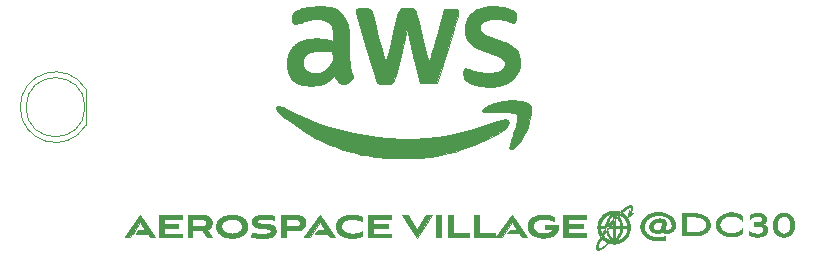
<source format=gbr>
G04 #@! TF.GenerationSoftware,KiCad,Pcbnew,(6.99.0-2452-gdb4f2d9dd8)*
G04 #@! TF.CreationDate,2022-08-01T23:27:33-05:00*
G04 #@! TF.ProjectId,AWS,4157532e-6b69-4636-9164-5f7063625858,rev?*
G04 #@! TF.SameCoordinates,Original*
G04 #@! TF.FileFunction,Legend,Top*
G04 #@! TF.FilePolarity,Positive*
%FSLAX46Y46*%
G04 Gerber Fmt 4.6, Leading zero omitted, Abs format (unit mm)*
G04 Created by KiCad (PCBNEW (6.99.0-2452-gdb4f2d9dd8)) date 2022-08-01 23:27:33*
%MOMM*%
%LPD*%
G01*
G04 APERTURE LIST*
%ADD10C,0.050000*%
%ADD11C,0.019843*%
%ADD12C,0.030000*%
%ADD13C,0.015000*%
%ADD14C,0.375000*%
%ADD15C,0.120000*%
%ADD16R,1.800000X1.800000*%
%ADD17C,1.800000*%
%ADD18R,1.700000X1.700000*%
%ADD19O,1.700000X1.700000*%
G04 APERTURE END LIST*
D10*
G36*
X137381175Y-54185620D02*
G01*
X137460828Y-54186380D01*
X137534980Y-54188704D01*
X137603827Y-54192655D01*
X137667566Y-54198297D01*
X137726391Y-54205693D01*
X137780498Y-54214907D01*
X137830084Y-54226003D01*
X137875343Y-54239045D01*
X137916473Y-54254095D01*
X137953667Y-54271219D01*
X137987124Y-54290478D01*
X138017037Y-54311938D01*
X138043603Y-54335662D01*
X138067018Y-54361713D01*
X138087478Y-54390155D01*
X138105177Y-54421052D01*
X138119693Y-54455155D01*
X138138298Y-54508161D01*
X138186624Y-54666393D01*
X138247850Y-54886781D01*
X138319674Y-55160358D01*
X138399791Y-55478159D01*
X138485897Y-55831215D01*
X138575689Y-56210560D01*
X138666863Y-56607228D01*
X138845814Y-57378926D01*
X139006552Y-58038033D01*
X139131484Y-58514610D01*
X139175025Y-58662593D01*
X139203017Y-58738717D01*
X139208673Y-58745062D01*
X139215770Y-58745348D01*
X139224264Y-58739705D01*
X139234114Y-58728264D01*
X139257714Y-58688515D01*
X139286236Y-58627147D01*
X139319345Y-58545211D01*
X139356706Y-58443753D01*
X139397983Y-58323823D01*
X139442844Y-58186469D01*
X139541971Y-57863682D01*
X139651409Y-57483779D01*
X139768480Y-57055148D01*
X139890503Y-56586175D01*
X140483519Y-54252884D01*
X141088921Y-54252884D01*
X141178911Y-54253443D01*
X141260047Y-54255251D01*
X141332798Y-54258505D01*
X141397631Y-54263402D01*
X141455014Y-54270139D01*
X141505415Y-54278912D01*
X141549301Y-54289918D01*
X141587141Y-54303354D01*
X141619401Y-54319418D01*
X141633586Y-54328496D01*
X141646550Y-54338305D01*
X141658355Y-54348869D01*
X141669056Y-54360213D01*
X141678714Y-54372361D01*
X141687386Y-54385338D01*
X141702008Y-54413878D01*
X141713390Y-54446029D01*
X141722000Y-54481988D01*
X141728304Y-54521952D01*
X141727033Y-54564368D01*
X141716506Y-54635038D01*
X141669489Y-54854661D01*
X141590857Y-55167853D01*
X141484215Y-55561647D01*
X141353167Y-56023076D01*
X141201316Y-56539173D01*
X141032268Y-57096970D01*
X140849627Y-57683499D01*
X139936968Y-60575978D01*
X138481557Y-60575978D01*
X137928984Y-58288899D01*
X137376412Y-56001824D01*
X136939290Y-57835206D01*
X136523214Y-59574937D01*
X136450624Y-59852960D01*
X136385386Y-60078869D01*
X136324892Y-60257989D01*
X136266533Y-60395647D01*
X136207699Y-60497166D01*
X136145780Y-60567872D01*
X136078168Y-60613090D01*
X136002252Y-60638145D01*
X135915425Y-60648363D01*
X135815077Y-60649068D01*
X135563378Y-60643242D01*
X135363591Y-60640972D01*
X135279384Y-60637644D01*
X135204612Y-60632419D01*
X135138509Y-60624970D01*
X135080309Y-60614972D01*
X135029244Y-60602097D01*
X134984549Y-60586020D01*
X134964351Y-60576678D01*
X134945457Y-60566413D01*
X134927773Y-60555184D01*
X134911202Y-60542950D01*
X134895648Y-60529671D01*
X134881016Y-60515305D01*
X134854134Y-60483152D01*
X134829789Y-60446163D01*
X134807215Y-60404013D01*
X134785644Y-60356374D01*
X134764311Y-60302922D01*
X134764311Y-60302926D01*
X134569814Y-59740515D01*
X134316154Y-58936638D01*
X133739924Y-56985074D01*
X133252786Y-55209414D01*
X133110489Y-54625417D01*
X133076534Y-54451004D01*
X133071900Y-54370839D01*
X133082925Y-54349437D01*
X133098868Y-54329340D01*
X133119420Y-54310552D01*
X133144271Y-54293076D01*
X133173111Y-54276917D01*
X133205630Y-54262079D01*
X133241518Y-54248566D01*
X133280466Y-54236383D01*
X133366301Y-54216022D01*
X133460656Y-54201030D01*
X133561053Y-54191440D01*
X133665013Y-54187286D01*
X133770057Y-54188602D01*
X133873707Y-54195421D01*
X133973484Y-54207777D01*
X134066910Y-54225703D01*
X134151506Y-54249234D01*
X134189719Y-54263112D01*
X134224794Y-54278403D01*
X134256422Y-54295112D01*
X134284294Y-54313243D01*
X134308099Y-54332801D01*
X134327529Y-54353789D01*
X134343744Y-54381912D01*
X134364782Y-54430817D01*
X134390307Y-54499330D01*
X134419986Y-54586279D01*
X134490472Y-54810795D01*
X134573568Y-55094985D01*
X134666603Y-55429467D01*
X134766908Y-55804861D01*
X134871812Y-56211786D01*
X134978644Y-56640862D01*
X135185556Y-57463580D01*
X135365765Y-58137286D01*
X135439806Y-58396534D01*
X135499911Y-58592459D01*
X135543662Y-58716371D01*
X135558647Y-58748606D01*
X135568637Y-58759579D01*
X135572905Y-58756975D01*
X135578297Y-58749266D01*
X135592319Y-58719043D01*
X135610431Y-58669928D01*
X135632365Y-58602940D01*
X135686615Y-58419409D01*
X135752909Y-58176590D01*
X135829087Y-57882620D01*
X135912987Y-57545640D01*
X136002450Y-57173789D01*
X136095317Y-56775204D01*
X136299479Y-55884899D01*
X136456774Y-55225879D01*
X136523230Y-54972257D01*
X136584430Y-54763445D01*
X136642528Y-54595104D01*
X136699678Y-54462899D01*
X136758033Y-54362490D01*
X136819747Y-54289541D01*
X136886974Y-54239715D01*
X136961867Y-54208675D01*
X137046579Y-54192082D01*
X137143266Y-54185601D01*
X137381175Y-54185620D01*
G37*
X137381175Y-54185620D02*
X137460828Y-54186380D01*
X137534980Y-54188704D01*
X137603827Y-54192655D01*
X137667566Y-54198297D01*
X137726391Y-54205693D01*
X137780498Y-54214907D01*
X137830084Y-54226003D01*
X137875343Y-54239045D01*
X137916473Y-54254095D01*
X137953667Y-54271219D01*
X137987124Y-54290478D01*
X138017037Y-54311938D01*
X138043603Y-54335662D01*
X138067018Y-54361713D01*
X138087478Y-54390155D01*
X138105177Y-54421052D01*
X138119693Y-54455155D01*
X138138298Y-54508161D01*
X138186624Y-54666393D01*
X138247850Y-54886781D01*
X138319674Y-55160358D01*
X138399791Y-55478159D01*
X138485897Y-55831215D01*
X138575689Y-56210560D01*
X138666863Y-56607228D01*
X138845814Y-57378926D01*
X139006552Y-58038033D01*
X139131484Y-58514610D01*
X139175025Y-58662593D01*
X139203017Y-58738717D01*
X139208673Y-58745062D01*
X139215770Y-58745348D01*
X139224264Y-58739705D01*
X139234114Y-58728264D01*
X139257714Y-58688515D01*
X139286236Y-58627147D01*
X139319345Y-58545211D01*
X139356706Y-58443753D01*
X139397983Y-58323823D01*
X139442844Y-58186469D01*
X139541971Y-57863682D01*
X139651409Y-57483779D01*
X139768480Y-57055148D01*
X139890503Y-56586175D01*
X140483519Y-54252884D01*
X141088921Y-54252884D01*
X141178911Y-54253443D01*
X141260047Y-54255251D01*
X141332798Y-54258505D01*
X141397631Y-54263402D01*
X141455014Y-54270139D01*
X141505415Y-54278912D01*
X141549301Y-54289918D01*
X141587141Y-54303354D01*
X141619401Y-54319418D01*
X141633586Y-54328496D01*
X141646550Y-54338305D01*
X141658355Y-54348869D01*
X141669056Y-54360213D01*
X141678714Y-54372361D01*
X141687386Y-54385338D01*
X141702008Y-54413878D01*
X141713390Y-54446029D01*
X141722000Y-54481988D01*
X141728304Y-54521952D01*
X141727033Y-54564368D01*
X141716506Y-54635038D01*
X141669489Y-54854661D01*
X141590857Y-55167853D01*
X141484215Y-55561647D01*
X141353167Y-56023076D01*
X141201316Y-56539173D01*
X141032268Y-57096970D01*
X140849627Y-57683499D01*
X139936968Y-60575978D01*
X138481557Y-60575978D01*
X137928984Y-58288899D01*
X137376412Y-56001824D01*
X136939290Y-57835206D01*
X136523214Y-59574937D01*
X136450624Y-59852960D01*
X136385386Y-60078869D01*
X136324892Y-60257989D01*
X136266533Y-60395647D01*
X136207699Y-60497166D01*
X136145780Y-60567872D01*
X136078168Y-60613090D01*
X136002252Y-60638145D01*
X135915425Y-60648363D01*
X135815077Y-60649068D01*
X135563378Y-60643242D01*
X135363591Y-60640972D01*
X135279384Y-60637644D01*
X135204612Y-60632419D01*
X135138509Y-60624970D01*
X135080309Y-60614972D01*
X135029244Y-60602097D01*
X134984549Y-60586020D01*
X134964351Y-60576678D01*
X134945457Y-60566413D01*
X134927773Y-60555184D01*
X134911202Y-60542950D01*
X134895648Y-60529671D01*
X134881016Y-60515305D01*
X134854134Y-60483152D01*
X134829789Y-60446163D01*
X134807215Y-60404013D01*
X134785644Y-60356374D01*
X134764311Y-60302922D01*
X134764311Y-60302926D01*
X134569814Y-59740515D01*
X134316154Y-58936638D01*
X133739924Y-56985074D01*
X133252786Y-55209414D01*
X133110489Y-54625417D01*
X133076534Y-54451004D01*
X133071900Y-54370839D01*
X133082925Y-54349437D01*
X133098868Y-54329340D01*
X133119420Y-54310552D01*
X133144271Y-54293076D01*
X133173111Y-54276917D01*
X133205630Y-54262079D01*
X133241518Y-54248566D01*
X133280466Y-54236383D01*
X133366301Y-54216022D01*
X133460656Y-54201030D01*
X133561053Y-54191440D01*
X133665013Y-54187286D01*
X133770057Y-54188602D01*
X133873707Y-54195421D01*
X133973484Y-54207777D01*
X134066910Y-54225703D01*
X134151506Y-54249234D01*
X134189719Y-54263112D01*
X134224794Y-54278403D01*
X134256422Y-54295112D01*
X134284294Y-54313243D01*
X134308099Y-54332801D01*
X134327529Y-54353789D01*
X134343744Y-54381912D01*
X134364782Y-54430817D01*
X134390307Y-54499330D01*
X134419986Y-54586279D01*
X134490472Y-54810795D01*
X134573568Y-55094985D01*
X134666603Y-55429467D01*
X134766908Y-55804861D01*
X134871812Y-56211786D01*
X134978644Y-56640862D01*
X135185556Y-57463580D01*
X135365765Y-58137286D01*
X135439806Y-58396534D01*
X135499911Y-58592459D01*
X135543662Y-58716371D01*
X135558647Y-58748606D01*
X135568637Y-58759579D01*
X135572905Y-58756975D01*
X135578297Y-58749266D01*
X135592319Y-58719043D01*
X135610431Y-58669928D01*
X135632365Y-58602940D01*
X135686615Y-58419409D01*
X135752909Y-58176590D01*
X135829087Y-57882620D01*
X135912987Y-57545640D01*
X136002450Y-57173789D01*
X136095317Y-56775204D01*
X136299479Y-55884899D01*
X136456774Y-55225879D01*
X136523230Y-54972257D01*
X136584430Y-54763445D01*
X136642528Y-54595104D01*
X136699678Y-54462899D01*
X136758033Y-54362490D01*
X136819747Y-54289541D01*
X136886974Y-54239715D01*
X136961867Y-54208675D01*
X137046579Y-54192082D01*
X137143266Y-54185601D01*
X137381175Y-54185620D01*
G36*
X127239854Y-58666256D02*
G01*
X127249765Y-58559331D01*
X127263644Y-58455511D01*
X127281493Y-58354794D01*
X127303315Y-58257179D01*
X127329111Y-58162662D01*
X127358885Y-58071241D01*
X127392639Y-57982914D01*
X127430374Y-57897678D01*
X127472093Y-57815532D01*
X127517798Y-57736473D01*
X127567492Y-57660498D01*
X127621177Y-57587606D01*
X127678854Y-57517793D01*
X127740527Y-57451059D01*
X127806198Y-57387400D01*
X127875868Y-57326814D01*
X127949540Y-57269298D01*
X128027217Y-57214852D01*
X128108900Y-57163471D01*
X128194592Y-57115154D01*
X128284295Y-57069899D01*
X128378011Y-57027703D01*
X128475743Y-56988564D01*
X128577493Y-56952479D01*
X128683263Y-56919447D01*
X128793055Y-56889464D01*
X128906872Y-56862530D01*
X129024715Y-56838640D01*
X129272493Y-56799988D01*
X129335181Y-56793079D01*
X129402617Y-56787637D01*
X129549225Y-56781053D01*
X129707305Y-56780026D01*
X129871845Y-56784349D01*
X130037834Y-56793811D01*
X130200259Y-56808203D01*
X130354111Y-56827317D01*
X130426254Y-56838578D01*
X130494375Y-56850941D01*
X131133412Y-56976098D01*
X131131586Y-56556233D01*
X131129320Y-56429428D01*
X131123562Y-56310976D01*
X131114148Y-56200510D01*
X131100915Y-56097660D01*
X131083699Y-56002060D01*
X131062339Y-55913342D01*
X131036671Y-55831138D01*
X131006531Y-55755081D01*
X130971756Y-55684803D01*
X130932184Y-55619936D01*
X130887652Y-55560112D01*
X130837995Y-55504964D01*
X130783052Y-55454124D01*
X130722658Y-55407225D01*
X130656651Y-55363898D01*
X130584869Y-55323777D01*
X130491600Y-55279574D01*
X130394354Y-55241312D01*
X130293302Y-55208991D01*
X130188617Y-55182610D01*
X130080472Y-55162168D01*
X129969039Y-55147666D01*
X129854490Y-55139102D01*
X129736998Y-55136476D01*
X129616736Y-55139787D01*
X129493876Y-55149036D01*
X129368590Y-55164221D01*
X129241051Y-55185342D01*
X129111431Y-55212399D01*
X128979903Y-55245391D01*
X128846640Y-55284318D01*
X128711813Y-55329178D01*
X128544825Y-55386803D01*
X128395226Y-55435355D01*
X128262186Y-55474595D01*
X128144872Y-55504287D01*
X128042453Y-55524194D01*
X127954098Y-55534079D01*
X127914934Y-55535188D01*
X127878974Y-55533703D01*
X127846114Y-55529594D01*
X127816250Y-55522831D01*
X127789278Y-55513385D01*
X127765094Y-55501225D01*
X127743595Y-55486323D01*
X127724675Y-55468648D01*
X127708232Y-55448171D01*
X127694161Y-55424863D01*
X127682358Y-55398693D01*
X127672720Y-55369631D01*
X127665142Y-55337650D01*
X127659520Y-55302717D01*
X127653731Y-55223884D01*
X127654519Y-55132893D01*
X127661054Y-55029507D01*
X127668532Y-54948202D01*
X127677145Y-54875323D01*
X127687592Y-54810080D01*
X127693722Y-54780074D01*
X127700572Y-54751681D01*
X127708231Y-54724801D01*
X127716784Y-54699336D01*
X127726321Y-54675186D01*
X127736927Y-54652254D01*
X127748690Y-54630439D01*
X127761698Y-54609643D01*
X127776037Y-54589768D01*
X127791796Y-54570714D01*
X127809061Y-54552382D01*
X127827921Y-54534675D01*
X127848461Y-54517491D01*
X127870770Y-54500734D01*
X127894935Y-54484304D01*
X127921043Y-54468103D01*
X127949182Y-54452030D01*
X127979438Y-54435988D01*
X128046654Y-54403600D01*
X128123389Y-54370148D01*
X128210342Y-54334841D01*
X128308212Y-54296887D01*
X128380216Y-54271118D01*
X128458032Y-54246510D01*
X128541240Y-54223126D01*
X128629421Y-54201027D01*
X128722154Y-54180274D01*
X128819020Y-54160931D01*
X128919599Y-54143059D01*
X129023470Y-54126720D01*
X129239414Y-54098889D01*
X129463492Y-54077934D01*
X129692346Y-54064350D01*
X129807515Y-54060477D01*
X129922618Y-54058632D01*
X130157694Y-54060088D01*
X130375891Y-54068177D01*
X130578134Y-54083335D01*
X130765347Y-54105999D01*
X130938455Y-54136605D01*
X131098382Y-54175590D01*
X131246053Y-54223390D01*
X131382391Y-54280441D01*
X131508321Y-54347179D01*
X131624768Y-54424041D01*
X131732656Y-54511464D01*
X131832909Y-54609884D01*
X131926451Y-54719736D01*
X132014208Y-54841457D01*
X132097103Y-54975485D01*
X132176061Y-55122254D01*
X132223359Y-55218712D01*
X132265549Y-55311429D01*
X132302914Y-55402565D01*
X132335739Y-55494281D01*
X132364306Y-55588737D01*
X132388901Y-55688094D01*
X132409806Y-55794513D01*
X132427306Y-55910154D01*
X132441684Y-56037177D01*
X132453224Y-56177743D01*
X132462210Y-56334013D01*
X132468926Y-56508147D01*
X132473655Y-56702305D01*
X132476682Y-56918649D01*
X132478763Y-57426533D01*
X132481556Y-57853635D01*
X132490139Y-58230179D01*
X132504817Y-58559471D01*
X132525894Y-58844818D01*
X132553675Y-59089523D01*
X132588464Y-59296894D01*
X132608582Y-59387612D01*
X132630567Y-59470236D01*
X132654456Y-59545179D01*
X132680287Y-59612855D01*
X132713758Y-59693769D01*
X132742526Y-59765849D01*
X132766478Y-59830027D01*
X132785500Y-59887234D01*
X132799478Y-59938403D01*
X132804539Y-59962014D01*
X132808296Y-59984465D01*
X132810735Y-60005873D01*
X132811842Y-60026353D01*
X132811602Y-60046022D01*
X132810001Y-60064997D01*
X132807025Y-60083394D01*
X132802659Y-60101330D01*
X132796890Y-60118921D01*
X132789702Y-60136283D01*
X132781083Y-60153534D01*
X132771016Y-60170790D01*
X132759489Y-60188166D01*
X132746487Y-60205780D01*
X132716000Y-60242186D01*
X132679441Y-60280941D01*
X132636697Y-60322975D01*
X132587653Y-60369221D01*
X132549755Y-60403264D01*
X132511710Y-60434935D01*
X132473553Y-60464238D01*
X132435318Y-60491175D01*
X132397040Y-60515748D01*
X132358754Y-60537960D01*
X132320494Y-60557812D01*
X132282295Y-60575308D01*
X132244191Y-60590449D01*
X132206217Y-60603238D01*
X132168408Y-60613677D01*
X132130799Y-60621769D01*
X132093423Y-60627515D01*
X132056316Y-60630919D01*
X132019513Y-60631982D01*
X131983047Y-60630707D01*
X131946954Y-60627097D01*
X131911268Y-60621153D01*
X131876023Y-60612877D01*
X131841255Y-60602273D01*
X131806998Y-60589343D01*
X131773287Y-60574088D01*
X131740156Y-60556512D01*
X131707640Y-60536616D01*
X131675773Y-60514403D01*
X131644591Y-60489875D01*
X131614127Y-60463035D01*
X131584417Y-60433884D01*
X131555494Y-60402426D01*
X131527395Y-60368662D01*
X131500152Y-60332596D01*
X131473802Y-60294228D01*
X131245097Y-59945180D01*
X130953827Y-60217995D01*
X130922191Y-60246531D01*
X130887587Y-60275728D01*
X130850359Y-60305371D01*
X130810849Y-60335249D01*
X130769401Y-60365146D01*
X130726359Y-60394850D01*
X130682067Y-60424148D01*
X130636867Y-60452825D01*
X130591104Y-60480669D01*
X130545120Y-60507466D01*
X130499260Y-60533002D01*
X130453866Y-60557065D01*
X130409283Y-60579440D01*
X130365854Y-60599915D01*
X130323922Y-60618276D01*
X130283831Y-60634308D01*
X130168165Y-60672070D01*
X130038335Y-60703711D01*
X129896643Y-60729316D01*
X129745389Y-60748968D01*
X129586874Y-60762754D01*
X129423400Y-60770756D01*
X129257266Y-60773059D01*
X129090773Y-60769748D01*
X128926223Y-60760908D01*
X128765917Y-60746622D01*
X128612154Y-60726975D01*
X128467237Y-60702052D01*
X128333465Y-60671937D01*
X128213140Y-60636715D01*
X128108563Y-60596469D01*
X128022034Y-60551285D01*
X128022020Y-60551266D01*
X127972830Y-60519622D01*
X127925257Y-60486745D01*
X127879298Y-60452627D01*
X127834948Y-60417262D01*
X127792204Y-60380641D01*
X127751062Y-60342757D01*
X127711519Y-60303603D01*
X127673571Y-60263169D01*
X127637215Y-60221450D01*
X127602446Y-60178437D01*
X127569262Y-60134123D01*
X127537658Y-60088500D01*
X127507631Y-60041561D01*
X127479178Y-59993297D01*
X127452294Y-59943702D01*
X127426977Y-59892767D01*
X127403222Y-59840485D01*
X127381026Y-59786849D01*
X127360385Y-59731850D01*
X127341295Y-59675481D01*
X127323754Y-59617735D01*
X127307757Y-59558604D01*
X127293300Y-59498080D01*
X127280381Y-59436156D01*
X127259140Y-59308075D01*
X127244003Y-59174302D01*
X127234942Y-59034774D01*
X127231928Y-58889432D01*
X127233624Y-58792580D01*
X128577267Y-58792580D01*
X128578247Y-58849547D01*
X128581192Y-58904607D01*
X128586110Y-58957764D01*
X128593009Y-59009027D01*
X128601895Y-59058401D01*
X128612776Y-59105893D01*
X128625659Y-59151510D01*
X128640554Y-59195257D01*
X128657465Y-59237143D01*
X128676402Y-59277172D01*
X128697372Y-59315352D01*
X128720382Y-59351690D01*
X128745439Y-59386191D01*
X128772552Y-59418862D01*
X128801728Y-59449711D01*
X128832973Y-59478742D01*
X128866297Y-59505964D01*
X128901706Y-59531382D01*
X128939207Y-59555002D01*
X128978809Y-59576833D01*
X129020518Y-59596879D01*
X129064343Y-59615148D01*
X129110290Y-59631646D01*
X129158367Y-59646380D01*
X129208583Y-59659356D01*
X129260943Y-59670580D01*
X129315456Y-59680060D01*
X129372130Y-59687801D01*
X129430971Y-59693811D01*
X129491988Y-59698096D01*
X129620576Y-59701516D01*
X129711102Y-59700587D01*
X129794620Y-59697564D01*
X129871948Y-59692090D01*
X129943900Y-59683805D01*
X130011292Y-59672355D01*
X130074940Y-59657380D01*
X130135658Y-59638525D01*
X130194263Y-59615431D01*
X130251569Y-59587742D01*
X130308393Y-59555100D01*
X130365549Y-59517148D01*
X130423853Y-59473529D01*
X130484122Y-59423885D01*
X130547169Y-59367860D01*
X130613810Y-59305095D01*
X130684862Y-59235234D01*
X130684862Y-59235230D01*
X130751806Y-59167128D01*
X130812158Y-59103103D01*
X130866176Y-59042606D01*
X130914115Y-58985086D01*
X130956233Y-58929996D01*
X130992786Y-58876784D01*
X131024029Y-58824903D01*
X131050221Y-58773801D01*
X131071617Y-58722930D01*
X131088473Y-58671739D01*
X131101046Y-58619681D01*
X131109593Y-58566204D01*
X131114370Y-58510760D01*
X131115633Y-58452798D01*
X131113639Y-58391770D01*
X131108644Y-58327126D01*
X131066144Y-57885304D01*
X130183267Y-57846100D01*
X129987125Y-57841296D01*
X129803959Y-57844897D01*
X129633725Y-57856930D01*
X129476378Y-57877422D01*
X129331874Y-57906397D01*
X129200169Y-57943883D01*
X129081218Y-57989906D01*
X129026512Y-58016127D01*
X128974977Y-58044492D01*
X128926609Y-58075004D01*
X128881401Y-58107666D01*
X128839349Y-58142483D01*
X128800446Y-58179456D01*
X128764687Y-58218590D01*
X128732067Y-58259887D01*
X128702580Y-58303352D01*
X128676221Y-58348986D01*
X128652983Y-58396794D01*
X128632862Y-58446779D01*
X128615851Y-58498943D01*
X128601946Y-58553291D01*
X128591141Y-58609825D01*
X128583429Y-58668549D01*
X128577267Y-58792580D01*
X127233624Y-58792580D01*
X127233909Y-58776289D01*
X127239854Y-58666256D01*
G37*
X127239854Y-58666256D02*
X127249765Y-58559331D01*
X127263644Y-58455511D01*
X127281493Y-58354794D01*
X127303315Y-58257179D01*
X127329111Y-58162662D01*
X127358885Y-58071241D01*
X127392639Y-57982914D01*
X127430374Y-57897678D01*
X127472093Y-57815532D01*
X127517798Y-57736473D01*
X127567492Y-57660498D01*
X127621177Y-57587606D01*
X127678854Y-57517793D01*
X127740527Y-57451059D01*
X127806198Y-57387400D01*
X127875868Y-57326814D01*
X127949540Y-57269298D01*
X128027217Y-57214852D01*
X128108900Y-57163471D01*
X128194592Y-57115154D01*
X128284295Y-57069899D01*
X128378011Y-57027703D01*
X128475743Y-56988564D01*
X128577493Y-56952479D01*
X128683263Y-56919447D01*
X128793055Y-56889464D01*
X128906872Y-56862530D01*
X129024715Y-56838640D01*
X129272493Y-56799988D01*
X129335181Y-56793079D01*
X129402617Y-56787637D01*
X129549225Y-56781053D01*
X129707305Y-56780026D01*
X129871845Y-56784349D01*
X130037834Y-56793811D01*
X130200259Y-56808203D01*
X130354111Y-56827317D01*
X130426254Y-56838578D01*
X130494375Y-56850941D01*
X131133412Y-56976098D01*
X131131586Y-56556233D01*
X131129320Y-56429428D01*
X131123562Y-56310976D01*
X131114148Y-56200510D01*
X131100915Y-56097660D01*
X131083699Y-56002060D01*
X131062339Y-55913342D01*
X131036671Y-55831138D01*
X131006531Y-55755081D01*
X130971756Y-55684803D01*
X130932184Y-55619936D01*
X130887652Y-55560112D01*
X130837995Y-55504964D01*
X130783052Y-55454124D01*
X130722658Y-55407225D01*
X130656651Y-55363898D01*
X130584869Y-55323777D01*
X130491600Y-55279574D01*
X130394354Y-55241312D01*
X130293302Y-55208991D01*
X130188617Y-55182610D01*
X130080472Y-55162168D01*
X129969039Y-55147666D01*
X129854490Y-55139102D01*
X129736998Y-55136476D01*
X129616736Y-55139787D01*
X129493876Y-55149036D01*
X129368590Y-55164221D01*
X129241051Y-55185342D01*
X129111431Y-55212399D01*
X128979903Y-55245391D01*
X128846640Y-55284318D01*
X128711813Y-55329178D01*
X128544825Y-55386803D01*
X128395226Y-55435355D01*
X128262186Y-55474595D01*
X128144872Y-55504287D01*
X128042453Y-55524194D01*
X127954098Y-55534079D01*
X127914934Y-55535188D01*
X127878974Y-55533703D01*
X127846114Y-55529594D01*
X127816250Y-55522831D01*
X127789278Y-55513385D01*
X127765094Y-55501225D01*
X127743595Y-55486323D01*
X127724675Y-55468648D01*
X127708232Y-55448171D01*
X127694161Y-55424863D01*
X127682358Y-55398693D01*
X127672720Y-55369631D01*
X127665142Y-55337650D01*
X127659520Y-55302717D01*
X127653731Y-55223884D01*
X127654519Y-55132893D01*
X127661054Y-55029507D01*
X127668532Y-54948202D01*
X127677145Y-54875323D01*
X127687592Y-54810080D01*
X127693722Y-54780074D01*
X127700572Y-54751681D01*
X127708231Y-54724801D01*
X127716784Y-54699336D01*
X127726321Y-54675186D01*
X127736927Y-54652254D01*
X127748690Y-54630439D01*
X127761698Y-54609643D01*
X127776037Y-54589768D01*
X127791796Y-54570714D01*
X127809061Y-54552382D01*
X127827921Y-54534675D01*
X127848461Y-54517491D01*
X127870770Y-54500734D01*
X127894935Y-54484304D01*
X127921043Y-54468103D01*
X127949182Y-54452030D01*
X127979438Y-54435988D01*
X128046654Y-54403600D01*
X128123389Y-54370148D01*
X128210342Y-54334841D01*
X128308212Y-54296887D01*
X128380216Y-54271118D01*
X128458032Y-54246510D01*
X128541240Y-54223126D01*
X128629421Y-54201027D01*
X128722154Y-54180274D01*
X128819020Y-54160931D01*
X128919599Y-54143059D01*
X129023470Y-54126720D01*
X129239414Y-54098889D01*
X129463492Y-54077934D01*
X129692346Y-54064350D01*
X129807515Y-54060477D01*
X129922618Y-54058632D01*
X130157694Y-54060088D01*
X130375891Y-54068177D01*
X130578134Y-54083335D01*
X130765347Y-54105999D01*
X130938455Y-54136605D01*
X131098382Y-54175590D01*
X131246053Y-54223390D01*
X131382391Y-54280441D01*
X131508321Y-54347179D01*
X131624768Y-54424041D01*
X131732656Y-54511464D01*
X131832909Y-54609884D01*
X131926451Y-54719736D01*
X132014208Y-54841457D01*
X132097103Y-54975485D01*
X132176061Y-55122254D01*
X132223359Y-55218712D01*
X132265549Y-55311429D01*
X132302914Y-55402565D01*
X132335739Y-55494281D01*
X132364306Y-55588737D01*
X132388901Y-55688094D01*
X132409806Y-55794513D01*
X132427306Y-55910154D01*
X132441684Y-56037177D01*
X132453224Y-56177743D01*
X132462210Y-56334013D01*
X132468926Y-56508147D01*
X132473655Y-56702305D01*
X132476682Y-56918649D01*
X132478763Y-57426533D01*
X132481556Y-57853635D01*
X132490139Y-58230179D01*
X132504817Y-58559471D01*
X132525894Y-58844818D01*
X132553675Y-59089523D01*
X132588464Y-59296894D01*
X132608582Y-59387612D01*
X132630567Y-59470236D01*
X132654456Y-59545179D01*
X132680287Y-59612855D01*
X132713758Y-59693769D01*
X132742526Y-59765849D01*
X132766478Y-59830027D01*
X132785500Y-59887234D01*
X132799478Y-59938403D01*
X132804539Y-59962014D01*
X132808296Y-59984465D01*
X132810735Y-60005873D01*
X132811842Y-60026353D01*
X132811602Y-60046022D01*
X132810001Y-60064997D01*
X132807025Y-60083394D01*
X132802659Y-60101330D01*
X132796890Y-60118921D01*
X132789702Y-60136283D01*
X132781083Y-60153534D01*
X132771016Y-60170790D01*
X132759489Y-60188166D01*
X132746487Y-60205780D01*
X132716000Y-60242186D01*
X132679441Y-60280941D01*
X132636697Y-60322975D01*
X132587653Y-60369221D01*
X132549755Y-60403264D01*
X132511710Y-60434935D01*
X132473553Y-60464238D01*
X132435318Y-60491175D01*
X132397040Y-60515748D01*
X132358754Y-60537960D01*
X132320494Y-60557812D01*
X132282295Y-60575308D01*
X132244191Y-60590449D01*
X132206217Y-60603238D01*
X132168408Y-60613677D01*
X132130799Y-60621769D01*
X132093423Y-60627515D01*
X132056316Y-60630919D01*
X132019513Y-60631982D01*
X131983047Y-60630707D01*
X131946954Y-60627097D01*
X131911268Y-60621153D01*
X131876023Y-60612877D01*
X131841255Y-60602273D01*
X131806998Y-60589343D01*
X131773287Y-60574088D01*
X131740156Y-60556512D01*
X131707640Y-60536616D01*
X131675773Y-60514403D01*
X131644591Y-60489875D01*
X131614127Y-60463035D01*
X131584417Y-60433884D01*
X131555494Y-60402426D01*
X131527395Y-60368662D01*
X131500152Y-60332596D01*
X131473802Y-60294228D01*
X131245097Y-59945180D01*
X130953827Y-60217995D01*
X130922191Y-60246531D01*
X130887587Y-60275728D01*
X130850359Y-60305371D01*
X130810849Y-60335249D01*
X130769401Y-60365146D01*
X130726359Y-60394850D01*
X130682067Y-60424148D01*
X130636867Y-60452825D01*
X130591104Y-60480669D01*
X130545120Y-60507466D01*
X130499260Y-60533002D01*
X130453866Y-60557065D01*
X130409283Y-60579440D01*
X130365854Y-60599915D01*
X130323922Y-60618276D01*
X130283831Y-60634308D01*
X130168165Y-60672070D01*
X130038335Y-60703711D01*
X129896643Y-60729316D01*
X129745389Y-60748968D01*
X129586874Y-60762754D01*
X129423400Y-60770756D01*
X129257266Y-60773059D01*
X129090773Y-60769748D01*
X128926223Y-60760908D01*
X128765917Y-60746622D01*
X128612154Y-60726975D01*
X128467237Y-60702052D01*
X128333465Y-60671937D01*
X128213140Y-60636715D01*
X128108563Y-60596469D01*
X128022034Y-60551285D01*
X128022020Y-60551266D01*
X127972830Y-60519622D01*
X127925257Y-60486745D01*
X127879298Y-60452627D01*
X127834948Y-60417262D01*
X127792204Y-60380641D01*
X127751062Y-60342757D01*
X127711519Y-60303603D01*
X127673571Y-60263169D01*
X127637215Y-60221450D01*
X127602446Y-60178437D01*
X127569262Y-60134123D01*
X127537658Y-60088500D01*
X127507631Y-60041561D01*
X127479178Y-59993297D01*
X127452294Y-59943702D01*
X127426977Y-59892767D01*
X127403222Y-59840485D01*
X127381026Y-59786849D01*
X127360385Y-59731850D01*
X127341295Y-59675481D01*
X127323754Y-59617735D01*
X127307757Y-59558604D01*
X127293300Y-59498080D01*
X127280381Y-59436156D01*
X127259140Y-59308075D01*
X127244003Y-59174302D01*
X127234942Y-59034774D01*
X127231928Y-58889432D01*
X127233624Y-58792580D01*
X128577267Y-58792580D01*
X128578247Y-58849547D01*
X128581192Y-58904607D01*
X128586110Y-58957764D01*
X128593009Y-59009027D01*
X128601895Y-59058401D01*
X128612776Y-59105893D01*
X128625659Y-59151510D01*
X128640554Y-59195257D01*
X128657465Y-59237143D01*
X128676402Y-59277172D01*
X128697372Y-59315352D01*
X128720382Y-59351690D01*
X128745439Y-59386191D01*
X128772552Y-59418862D01*
X128801728Y-59449711D01*
X128832973Y-59478742D01*
X128866297Y-59505964D01*
X128901706Y-59531382D01*
X128939207Y-59555002D01*
X128978809Y-59576833D01*
X129020518Y-59596879D01*
X129064343Y-59615148D01*
X129110290Y-59631646D01*
X129158367Y-59646380D01*
X129208583Y-59659356D01*
X129260943Y-59670580D01*
X129315456Y-59680060D01*
X129372130Y-59687801D01*
X129430971Y-59693811D01*
X129491988Y-59698096D01*
X129620576Y-59701516D01*
X129711102Y-59700587D01*
X129794620Y-59697564D01*
X129871948Y-59692090D01*
X129943900Y-59683805D01*
X130011292Y-59672355D01*
X130074940Y-59657380D01*
X130135658Y-59638525D01*
X130194263Y-59615431D01*
X130251569Y-59587742D01*
X130308393Y-59555100D01*
X130365549Y-59517148D01*
X130423853Y-59473529D01*
X130484122Y-59423885D01*
X130547169Y-59367860D01*
X130613810Y-59305095D01*
X130684862Y-59235234D01*
X130684862Y-59235230D01*
X130751806Y-59167128D01*
X130812158Y-59103103D01*
X130866176Y-59042606D01*
X130914115Y-58985086D01*
X130956233Y-58929996D01*
X130992786Y-58876784D01*
X131024029Y-58824903D01*
X131050221Y-58773801D01*
X131071617Y-58722930D01*
X131088473Y-58671739D01*
X131101046Y-58619681D01*
X131109593Y-58566204D01*
X131114370Y-58510760D01*
X131115633Y-58452798D01*
X131113639Y-58391770D01*
X131108644Y-58327126D01*
X131066144Y-57885304D01*
X130183267Y-57846100D01*
X129987125Y-57841296D01*
X129803959Y-57844897D01*
X129633725Y-57856930D01*
X129476378Y-57877422D01*
X129331874Y-57906397D01*
X129200169Y-57943883D01*
X129081218Y-57989906D01*
X129026512Y-58016127D01*
X128974977Y-58044492D01*
X128926609Y-58075004D01*
X128881401Y-58107666D01*
X128839349Y-58142483D01*
X128800446Y-58179456D01*
X128764687Y-58218590D01*
X128732067Y-58259887D01*
X128702580Y-58303352D01*
X128676221Y-58348986D01*
X128652983Y-58396794D01*
X128632862Y-58446779D01*
X128615851Y-58498943D01*
X128601946Y-58553291D01*
X128591141Y-58609825D01*
X128583429Y-58668549D01*
X128577267Y-58792580D01*
X127233624Y-58792580D01*
X127233909Y-58776289D01*
X127239854Y-58666256D01*
G36*
X144850277Y-54054488D02*
G01*
X145039710Y-54062246D01*
X145226640Y-54077510D01*
X145409358Y-54100311D01*
X145586156Y-54130678D01*
X145755326Y-54168644D01*
X145915160Y-54214239D01*
X146063948Y-54267495D01*
X146148284Y-54301927D01*
X146223537Y-54334367D01*
X146290211Y-54365421D01*
X146348807Y-54395692D01*
X146399828Y-54425784D01*
X146422655Y-54440951D01*
X146443777Y-54456301D01*
X146463256Y-54471907D01*
X146481156Y-54487847D01*
X146497538Y-54504195D01*
X146512467Y-54521026D01*
X146526004Y-54538417D01*
X146538212Y-54556443D01*
X146549155Y-54575179D01*
X146558895Y-54594701D01*
X146567495Y-54615084D01*
X146575017Y-54636404D01*
X146581525Y-54658736D01*
X146587081Y-54682156D01*
X146595590Y-54732562D01*
X146601046Y-54788225D01*
X146603951Y-54849750D01*
X146604807Y-54917740D01*
X146603868Y-55020947D01*
X146600568Y-55111814D01*
X146594187Y-55190753D01*
X146589616Y-55225878D01*
X146584005Y-55258175D01*
X146577264Y-55287697D01*
X146569302Y-55314493D01*
X146560029Y-55338617D01*
X146549356Y-55360119D01*
X146537193Y-55379050D01*
X146523448Y-55395463D01*
X146508033Y-55409409D01*
X146490856Y-55420939D01*
X146471829Y-55430105D01*
X146450861Y-55436959D01*
X146427861Y-55441551D01*
X146402741Y-55443933D01*
X146375409Y-55444157D01*
X146345776Y-55442274D01*
X146313752Y-55438336D01*
X146279246Y-55432394D01*
X146242168Y-55424499D01*
X146202430Y-55414704D01*
X146114607Y-55389617D01*
X146015057Y-55357544D01*
X145903060Y-55318898D01*
X145715265Y-55259370D01*
X145525085Y-55211883D01*
X145334243Y-55176180D01*
X145144463Y-55152002D01*
X144957469Y-55139092D01*
X144774984Y-55137191D01*
X144598731Y-55146042D01*
X144430435Y-55165386D01*
X144271819Y-55194966D01*
X144124606Y-55234524D01*
X143990521Y-55283801D01*
X143871286Y-55342540D01*
X143768626Y-55410483D01*
X143724050Y-55447825D01*
X143684265Y-55487372D01*
X143649484Y-55529090D01*
X143619925Y-55572948D01*
X143595802Y-55618914D01*
X143577330Y-55666955D01*
X143563210Y-55715483D01*
X143552193Y-55762591D01*
X143544385Y-55808363D01*
X143539892Y-55852882D01*
X143538822Y-55896230D01*
X143541280Y-55938492D01*
X143547373Y-55979749D01*
X143557207Y-56020085D01*
X143570889Y-56059583D01*
X143588524Y-56098326D01*
X143610221Y-56136397D01*
X143636083Y-56173879D01*
X143666220Y-56210855D01*
X143700735Y-56247409D01*
X143739737Y-56283623D01*
X143783331Y-56319581D01*
X143831623Y-56355365D01*
X143884721Y-56391058D01*
X143942730Y-56426744D01*
X144005757Y-56462506D01*
X144073908Y-56498426D01*
X144147290Y-56534588D01*
X144226009Y-56571075D01*
X144310172Y-56607970D01*
X144399884Y-56645356D01*
X144495253Y-56683316D01*
X144703384Y-56761290D01*
X144935417Y-56842557D01*
X145192202Y-56927781D01*
X145386845Y-56993162D01*
X145566993Y-57058457D01*
X145733211Y-57124092D01*
X145886066Y-57190493D01*
X146026123Y-57258086D01*
X146153949Y-57327298D01*
X146270109Y-57398555D01*
X146375169Y-57472283D01*
X146469695Y-57548909D01*
X146554252Y-57628858D01*
X146629408Y-57712557D01*
X146695727Y-57800433D01*
X146753775Y-57892911D01*
X146804119Y-57990419D01*
X146847324Y-58093381D01*
X146883956Y-58202225D01*
X146914830Y-58315045D01*
X146939659Y-58426971D01*
X146958519Y-58537879D01*
X146971486Y-58647650D01*
X146978639Y-58756162D01*
X146980055Y-58863293D01*
X146975810Y-58968921D01*
X146965982Y-59072925D01*
X146950648Y-59175184D01*
X146929885Y-59275577D01*
X146903771Y-59373981D01*
X146872382Y-59470275D01*
X146835795Y-59564338D01*
X146794088Y-59656048D01*
X146747338Y-59745284D01*
X146695622Y-59831924D01*
X146639017Y-59915847D01*
X146577600Y-59996931D01*
X146511449Y-60075055D01*
X146440640Y-60150097D01*
X146365252Y-60221936D01*
X146285360Y-60290451D01*
X146201042Y-60355519D01*
X146112376Y-60417020D01*
X146019438Y-60474831D01*
X145922305Y-60528832D01*
X145821055Y-60578901D01*
X145715765Y-60624916D01*
X145606513Y-60666756D01*
X145493374Y-60704299D01*
X145376426Y-60737425D01*
X145255747Y-60766011D01*
X145000292Y-60819186D01*
X144890135Y-60840108D01*
X144788792Y-60857263D01*
X144694087Y-60870659D01*
X144603847Y-60880301D01*
X144515895Y-60886199D01*
X144428057Y-60888358D01*
X144338158Y-60886785D01*
X144244023Y-60881489D01*
X144143477Y-60872476D01*
X144034345Y-60859754D01*
X143914452Y-60843329D01*
X143781624Y-60823209D01*
X143468459Y-60771912D01*
X143468459Y-60771905D01*
X143298391Y-60740754D01*
X143141662Y-60706548D01*
X142997947Y-60669036D01*
X142866917Y-60627964D01*
X142748248Y-60583081D01*
X142641611Y-60534134D01*
X142546681Y-60480872D01*
X142463131Y-60423041D01*
X142425521Y-60392334D01*
X142390633Y-60360390D01*
X142358427Y-60327178D01*
X142328862Y-60292666D01*
X142301896Y-60256824D01*
X142277490Y-60219618D01*
X142255602Y-60181019D01*
X142236191Y-60140993D01*
X142219217Y-60099510D01*
X142204638Y-60056539D01*
X142192414Y-60012047D01*
X142182505Y-59966003D01*
X142169465Y-59869134D01*
X142165190Y-59765679D01*
X142165681Y-59671912D01*
X142167864Y-59590069D01*
X142172804Y-59519797D01*
X142176641Y-59488892D01*
X142181566Y-59460748D01*
X142187713Y-59435321D01*
X142195214Y-59412569D01*
X142204203Y-59392446D01*
X142214813Y-59374909D01*
X142227178Y-59359915D01*
X142241429Y-59347419D01*
X142257701Y-59337378D01*
X142276126Y-59329747D01*
X142296837Y-59324483D01*
X142319968Y-59321542D01*
X142345651Y-59320879D01*
X142374021Y-59322453D01*
X142405209Y-59326217D01*
X142439349Y-59332129D01*
X142476574Y-59340144D01*
X142517018Y-59350220D01*
X142608092Y-59376374D01*
X142713635Y-59410241D01*
X142834714Y-59451471D01*
X142972392Y-59499711D01*
X143136956Y-59552401D01*
X143308442Y-59597264D01*
X143484989Y-59634352D01*
X143664737Y-59663716D01*
X143845824Y-59685408D01*
X144026390Y-59699479D01*
X144204574Y-59705982D01*
X144378515Y-59704968D01*
X144546353Y-59696488D01*
X144706226Y-59680595D01*
X144856274Y-59657339D01*
X144994635Y-59626774D01*
X145119450Y-59588950D01*
X145228857Y-59543919D01*
X145320995Y-59491732D01*
X145360007Y-59462972D01*
X145394003Y-59432442D01*
X145448023Y-59376151D01*
X145496444Y-59320866D01*
X145539237Y-59266548D01*
X145576369Y-59213156D01*
X145607809Y-59160651D01*
X145633524Y-59108995D01*
X145653483Y-59058146D01*
X145667654Y-59008067D01*
X145676005Y-58958717D01*
X145678505Y-58910057D01*
X145675122Y-58862047D01*
X145665824Y-58814649D01*
X145650579Y-58767821D01*
X145629356Y-58721526D01*
X145602122Y-58675722D01*
X145568846Y-58630372D01*
X145529497Y-58585435D01*
X145484041Y-58540872D01*
X145432449Y-58496644D01*
X145374687Y-58452710D01*
X145310724Y-58409031D01*
X145240528Y-58365569D01*
X145164068Y-58322283D01*
X145081312Y-58279134D01*
X144992227Y-58236082D01*
X144896783Y-58193088D01*
X144794947Y-58150112D01*
X144686687Y-58107116D01*
X144571973Y-58064059D01*
X144450771Y-58020901D01*
X144188780Y-57934128D01*
X143940124Y-57851239D01*
X143711356Y-57766183D01*
X143501947Y-57678431D01*
X143311364Y-57587456D01*
X143139079Y-57492727D01*
X142984560Y-57393716D01*
X142847275Y-57289894D01*
X142784931Y-57236014D01*
X142726696Y-57180732D01*
X142672504Y-57123984D01*
X142622289Y-57065702D01*
X142575986Y-57005820D01*
X142533526Y-56944274D01*
X142494845Y-56880995D01*
X142459875Y-56815919D01*
X142428550Y-56748979D01*
X142400805Y-56680109D01*
X142376572Y-56609243D01*
X142355786Y-56536314D01*
X142324286Y-56384006D01*
X142305775Y-56222656D01*
X142299723Y-56051735D01*
X142303350Y-55893235D01*
X142314319Y-55742492D01*
X142332767Y-55599276D01*
X142358829Y-55463356D01*
X142392639Y-55334501D01*
X142434333Y-55212480D01*
X142484046Y-55097062D01*
X142541913Y-54988015D01*
X142608070Y-54885109D01*
X142682652Y-54788113D01*
X142765793Y-54696795D01*
X142857630Y-54610924D01*
X142958297Y-54530271D01*
X143067929Y-54454602D01*
X143186662Y-54383688D01*
X143314631Y-54317298D01*
X143449713Y-54258900D01*
X143597668Y-54207730D01*
X143756787Y-54163817D01*
X143925362Y-54127193D01*
X144101684Y-54097889D01*
X144284045Y-54075935D01*
X144470736Y-54061363D01*
X144660050Y-54054204D01*
X144850277Y-54054488D01*
G37*
X144850277Y-54054488D02*
X145039710Y-54062246D01*
X145226640Y-54077510D01*
X145409358Y-54100311D01*
X145586156Y-54130678D01*
X145755326Y-54168644D01*
X145915160Y-54214239D01*
X146063948Y-54267495D01*
X146148284Y-54301927D01*
X146223537Y-54334367D01*
X146290211Y-54365421D01*
X146348807Y-54395692D01*
X146399828Y-54425784D01*
X146422655Y-54440951D01*
X146443777Y-54456301D01*
X146463256Y-54471907D01*
X146481156Y-54487847D01*
X146497538Y-54504195D01*
X146512467Y-54521026D01*
X146526004Y-54538417D01*
X146538212Y-54556443D01*
X146549155Y-54575179D01*
X146558895Y-54594701D01*
X146567495Y-54615084D01*
X146575017Y-54636404D01*
X146581525Y-54658736D01*
X146587081Y-54682156D01*
X146595590Y-54732562D01*
X146601046Y-54788225D01*
X146603951Y-54849750D01*
X146604807Y-54917740D01*
X146603868Y-55020947D01*
X146600568Y-55111814D01*
X146594187Y-55190753D01*
X146589616Y-55225878D01*
X146584005Y-55258175D01*
X146577264Y-55287697D01*
X146569302Y-55314493D01*
X146560029Y-55338617D01*
X146549356Y-55360119D01*
X146537193Y-55379050D01*
X146523448Y-55395463D01*
X146508033Y-55409409D01*
X146490856Y-55420939D01*
X146471829Y-55430105D01*
X146450861Y-55436959D01*
X146427861Y-55441551D01*
X146402741Y-55443933D01*
X146375409Y-55444157D01*
X146345776Y-55442274D01*
X146313752Y-55438336D01*
X146279246Y-55432394D01*
X146242168Y-55424499D01*
X146202430Y-55414704D01*
X146114607Y-55389617D01*
X146015057Y-55357544D01*
X145903060Y-55318898D01*
X145715265Y-55259370D01*
X145525085Y-55211883D01*
X145334243Y-55176180D01*
X145144463Y-55152002D01*
X144957469Y-55139092D01*
X144774984Y-55137191D01*
X144598731Y-55146042D01*
X144430435Y-55165386D01*
X144271819Y-55194966D01*
X144124606Y-55234524D01*
X143990521Y-55283801D01*
X143871286Y-55342540D01*
X143768626Y-55410483D01*
X143724050Y-55447825D01*
X143684265Y-55487372D01*
X143649484Y-55529090D01*
X143619925Y-55572948D01*
X143595802Y-55618914D01*
X143577330Y-55666955D01*
X143563210Y-55715483D01*
X143552193Y-55762591D01*
X143544385Y-55808363D01*
X143539892Y-55852882D01*
X143538822Y-55896230D01*
X143541280Y-55938492D01*
X143547373Y-55979749D01*
X143557207Y-56020085D01*
X143570889Y-56059583D01*
X143588524Y-56098326D01*
X143610221Y-56136397D01*
X143636083Y-56173879D01*
X143666220Y-56210855D01*
X143700735Y-56247409D01*
X143739737Y-56283623D01*
X143783331Y-56319581D01*
X143831623Y-56355365D01*
X143884721Y-56391058D01*
X143942730Y-56426744D01*
X144005757Y-56462506D01*
X144073908Y-56498426D01*
X144147290Y-56534588D01*
X144226009Y-56571075D01*
X144310172Y-56607970D01*
X144399884Y-56645356D01*
X144495253Y-56683316D01*
X144703384Y-56761290D01*
X144935417Y-56842557D01*
X145192202Y-56927781D01*
X145386845Y-56993162D01*
X145566993Y-57058457D01*
X145733211Y-57124092D01*
X145886066Y-57190493D01*
X146026123Y-57258086D01*
X146153949Y-57327298D01*
X146270109Y-57398555D01*
X146375169Y-57472283D01*
X146469695Y-57548909D01*
X146554252Y-57628858D01*
X146629408Y-57712557D01*
X146695727Y-57800433D01*
X146753775Y-57892911D01*
X146804119Y-57990419D01*
X146847324Y-58093381D01*
X146883956Y-58202225D01*
X146914830Y-58315045D01*
X146939659Y-58426971D01*
X146958519Y-58537879D01*
X146971486Y-58647650D01*
X146978639Y-58756162D01*
X146980055Y-58863293D01*
X146975810Y-58968921D01*
X146965982Y-59072925D01*
X146950648Y-59175184D01*
X146929885Y-59275577D01*
X146903771Y-59373981D01*
X146872382Y-59470275D01*
X146835795Y-59564338D01*
X146794088Y-59656048D01*
X146747338Y-59745284D01*
X146695622Y-59831924D01*
X146639017Y-59915847D01*
X146577600Y-59996931D01*
X146511449Y-60075055D01*
X146440640Y-60150097D01*
X146365252Y-60221936D01*
X146285360Y-60290451D01*
X146201042Y-60355519D01*
X146112376Y-60417020D01*
X146019438Y-60474831D01*
X145922305Y-60528832D01*
X145821055Y-60578901D01*
X145715765Y-60624916D01*
X145606513Y-60666756D01*
X145493374Y-60704299D01*
X145376426Y-60737425D01*
X145255747Y-60766011D01*
X145000292Y-60819186D01*
X144890135Y-60840108D01*
X144788792Y-60857263D01*
X144694087Y-60870659D01*
X144603847Y-60880301D01*
X144515895Y-60886199D01*
X144428057Y-60888358D01*
X144338158Y-60886785D01*
X144244023Y-60881489D01*
X144143477Y-60872476D01*
X144034345Y-60859754D01*
X143914452Y-60843329D01*
X143781624Y-60823209D01*
X143468459Y-60771912D01*
X143468459Y-60771905D01*
X143298391Y-60740754D01*
X143141662Y-60706548D01*
X142997947Y-60669036D01*
X142866917Y-60627964D01*
X142748248Y-60583081D01*
X142641611Y-60534134D01*
X142546681Y-60480872D01*
X142463131Y-60423041D01*
X142425521Y-60392334D01*
X142390633Y-60360390D01*
X142358427Y-60327178D01*
X142328862Y-60292666D01*
X142301896Y-60256824D01*
X142277490Y-60219618D01*
X142255602Y-60181019D01*
X142236191Y-60140993D01*
X142219217Y-60099510D01*
X142204638Y-60056539D01*
X142192414Y-60012047D01*
X142182505Y-59966003D01*
X142169465Y-59869134D01*
X142165190Y-59765679D01*
X142165681Y-59671912D01*
X142167864Y-59590069D01*
X142172804Y-59519797D01*
X142176641Y-59488892D01*
X142181566Y-59460748D01*
X142187713Y-59435321D01*
X142195214Y-59412569D01*
X142204203Y-59392446D01*
X142214813Y-59374909D01*
X142227178Y-59359915D01*
X142241429Y-59347419D01*
X142257701Y-59337378D01*
X142276126Y-59329747D01*
X142296837Y-59324483D01*
X142319968Y-59321542D01*
X142345651Y-59320879D01*
X142374021Y-59322453D01*
X142405209Y-59326217D01*
X142439349Y-59332129D01*
X142476574Y-59340144D01*
X142517018Y-59350220D01*
X142608092Y-59376374D01*
X142713635Y-59410241D01*
X142834714Y-59451471D01*
X142972392Y-59499711D01*
X143136956Y-59552401D01*
X143308442Y-59597264D01*
X143484989Y-59634352D01*
X143664737Y-59663716D01*
X143845824Y-59685408D01*
X144026390Y-59699479D01*
X144204574Y-59705982D01*
X144378515Y-59704968D01*
X144546353Y-59696488D01*
X144706226Y-59680595D01*
X144856274Y-59657339D01*
X144994635Y-59626774D01*
X145119450Y-59588950D01*
X145228857Y-59543919D01*
X145320995Y-59491732D01*
X145360007Y-59462972D01*
X145394003Y-59432442D01*
X145448023Y-59376151D01*
X145496444Y-59320866D01*
X145539237Y-59266548D01*
X145576369Y-59213156D01*
X145607809Y-59160651D01*
X145633524Y-59108995D01*
X145653483Y-59058146D01*
X145667654Y-59008067D01*
X145676005Y-58958717D01*
X145678505Y-58910057D01*
X145675122Y-58862047D01*
X145665824Y-58814649D01*
X145650579Y-58767821D01*
X145629356Y-58721526D01*
X145602122Y-58675722D01*
X145568846Y-58630372D01*
X145529497Y-58585435D01*
X145484041Y-58540872D01*
X145432449Y-58496644D01*
X145374687Y-58452710D01*
X145310724Y-58409031D01*
X145240528Y-58365569D01*
X145164068Y-58322283D01*
X145081312Y-58279134D01*
X144992227Y-58236082D01*
X144896783Y-58193088D01*
X144794947Y-58150112D01*
X144686687Y-58107116D01*
X144571973Y-58064059D01*
X144450771Y-58020901D01*
X144188780Y-57934128D01*
X143940124Y-57851239D01*
X143711356Y-57766183D01*
X143501947Y-57678431D01*
X143311364Y-57587456D01*
X143139079Y-57492727D01*
X142984560Y-57393716D01*
X142847275Y-57289894D01*
X142784931Y-57236014D01*
X142726696Y-57180732D01*
X142672504Y-57123984D01*
X142622289Y-57065702D01*
X142575986Y-57005820D01*
X142533526Y-56944274D01*
X142494845Y-56880995D01*
X142459875Y-56815919D01*
X142428550Y-56748979D01*
X142400805Y-56680109D01*
X142376572Y-56609243D01*
X142355786Y-56536314D01*
X142324286Y-56384006D01*
X142305775Y-56222656D01*
X142299723Y-56051735D01*
X142303350Y-55893235D01*
X142314319Y-55742492D01*
X142332767Y-55599276D01*
X142358829Y-55463356D01*
X142392639Y-55334501D01*
X142434333Y-55212480D01*
X142484046Y-55097062D01*
X142541913Y-54988015D01*
X142608070Y-54885109D01*
X142682652Y-54788113D01*
X142765793Y-54696795D01*
X142857630Y-54610924D01*
X142958297Y-54530271D01*
X143067929Y-54454602D01*
X143186662Y-54383688D01*
X143314631Y-54317298D01*
X143449713Y-54258900D01*
X143597668Y-54207730D01*
X143756787Y-54163817D01*
X143925362Y-54127193D01*
X144101684Y-54097889D01*
X144284045Y-54075935D01*
X144470736Y-54061363D01*
X144660050Y-54054204D01*
X144850277Y-54054488D01*
G36*
X146540928Y-62024995D02*
G01*
X146713246Y-62035864D01*
X146878023Y-62052814D01*
X147034189Y-62075610D01*
X147180678Y-62104015D01*
X147316419Y-62137795D01*
X147440347Y-62176715D01*
X147551391Y-62220538D01*
X147648484Y-62269029D01*
X147730558Y-62321954D01*
X147796544Y-62379076D01*
X147823170Y-62409137D01*
X147845374Y-62440160D01*
X147863021Y-62472114D01*
X147875979Y-62504971D01*
X147885989Y-62542720D01*
X147893701Y-62585372D01*
X147902459Y-62684392D01*
X147902701Y-62800041D01*
X147894874Y-62930329D01*
X147879427Y-63073268D01*
X147856806Y-63226867D01*
X147827459Y-63389137D01*
X147791835Y-63558089D01*
X147750380Y-63731732D01*
X147703542Y-63908077D01*
X147651770Y-64085135D01*
X147595510Y-64260916D01*
X147535210Y-64433430D01*
X147471318Y-64600688D01*
X147404281Y-64760700D01*
X147334548Y-64911477D01*
X147248779Y-65075965D01*
X147155447Y-65234547D01*
X147056361Y-65385697D01*
X146953326Y-65527892D01*
X146848149Y-65659607D01*
X146742638Y-65779318D01*
X146638600Y-65885501D01*
X146537841Y-65976632D01*
X146442169Y-66051187D01*
X146353390Y-66107641D01*
X146312151Y-66128604D01*
X146273312Y-66144470D01*
X146237101Y-66155049D01*
X146203742Y-66160151D01*
X146173462Y-66159584D01*
X146146486Y-66153158D01*
X146123041Y-66140683D01*
X146103352Y-66121968D01*
X146087645Y-66096823D01*
X146076146Y-66065057D01*
X146069081Y-66026480D01*
X146066676Y-65980900D01*
X146066672Y-65980904D01*
X146068417Y-65957617D01*
X146073537Y-65924916D01*
X146093211Y-65833669D01*
X146124316Y-65711949D01*
X146165471Y-65564544D01*
X146215297Y-65396239D01*
X146272415Y-65211823D01*
X146335444Y-65016081D01*
X146403006Y-64813801D01*
X146527943Y-64431099D01*
X146578941Y-64261378D01*
X146622362Y-64105375D01*
X146658257Y-63962563D01*
X146686680Y-63832415D01*
X146707682Y-63714402D01*
X146721315Y-63607999D01*
X146727631Y-63512678D01*
X146726682Y-63427912D01*
X146718522Y-63353174D01*
X146703201Y-63287937D01*
X146680771Y-63231673D01*
X146651286Y-63183855D01*
X146614797Y-63143957D01*
X146571356Y-63111451D01*
X146547438Y-63101029D01*
X146510836Y-63091203D01*
X146462308Y-63082011D01*
X146402615Y-63073491D01*
X146332513Y-63065679D01*
X146252763Y-63058616D01*
X146067350Y-63046882D01*
X145852445Y-63038594D01*
X145614119Y-63034054D01*
X145358442Y-63033566D01*
X145091483Y-63037434D01*
X144731516Y-63043720D01*
X144440399Y-63044031D01*
X144211705Y-63037580D01*
X144118757Y-63031571D01*
X144039005Y-63023576D01*
X143971644Y-63013495D01*
X143915872Y-63001230D01*
X143870885Y-62986682D01*
X143835878Y-62969753D01*
X143810050Y-62950344D01*
X143792596Y-62928355D01*
X143782713Y-62903690D01*
X143779597Y-62876248D01*
X143782655Y-62847860D01*
X143791688Y-62818767D01*
X143806486Y-62789055D01*
X143826839Y-62758811D01*
X143852537Y-62728122D01*
X143883368Y-62697074D01*
X143919122Y-62665753D01*
X143959589Y-62634246D01*
X144004559Y-62602640D01*
X144053821Y-62571020D01*
X144164379Y-62508086D01*
X144289581Y-62446137D01*
X144427744Y-62385864D01*
X144577182Y-62327960D01*
X144736215Y-62273114D01*
X144903158Y-62222021D01*
X145076327Y-62175370D01*
X145254040Y-62133854D01*
X145434613Y-62098165D01*
X145616363Y-62068993D01*
X145797606Y-62047032D01*
X145989408Y-62031225D01*
X146177941Y-62022439D01*
X146362137Y-62020441D01*
X146540928Y-62024995D01*
G37*
X146540928Y-62024995D02*
X146713246Y-62035864D01*
X146878023Y-62052814D01*
X147034189Y-62075610D01*
X147180678Y-62104015D01*
X147316419Y-62137795D01*
X147440347Y-62176715D01*
X147551391Y-62220538D01*
X147648484Y-62269029D01*
X147730558Y-62321954D01*
X147796544Y-62379076D01*
X147823170Y-62409137D01*
X147845374Y-62440160D01*
X147863021Y-62472114D01*
X147875979Y-62504971D01*
X147885989Y-62542720D01*
X147893701Y-62585372D01*
X147902459Y-62684392D01*
X147902701Y-62800041D01*
X147894874Y-62930329D01*
X147879427Y-63073268D01*
X147856806Y-63226867D01*
X147827459Y-63389137D01*
X147791835Y-63558089D01*
X147750380Y-63731732D01*
X147703542Y-63908077D01*
X147651770Y-64085135D01*
X147595510Y-64260916D01*
X147535210Y-64433430D01*
X147471318Y-64600688D01*
X147404281Y-64760700D01*
X147334548Y-64911477D01*
X147248779Y-65075965D01*
X147155447Y-65234547D01*
X147056361Y-65385697D01*
X146953326Y-65527892D01*
X146848149Y-65659607D01*
X146742638Y-65779318D01*
X146638600Y-65885501D01*
X146537841Y-65976632D01*
X146442169Y-66051187D01*
X146353390Y-66107641D01*
X146312151Y-66128604D01*
X146273312Y-66144470D01*
X146237101Y-66155049D01*
X146203742Y-66160151D01*
X146173462Y-66159584D01*
X146146486Y-66153158D01*
X146123041Y-66140683D01*
X146103352Y-66121968D01*
X146087645Y-66096823D01*
X146076146Y-66065057D01*
X146069081Y-66026480D01*
X146066676Y-65980900D01*
X146066672Y-65980904D01*
X146068417Y-65957617D01*
X146073537Y-65924916D01*
X146093211Y-65833669D01*
X146124316Y-65711949D01*
X146165471Y-65564544D01*
X146215297Y-65396239D01*
X146272415Y-65211823D01*
X146335444Y-65016081D01*
X146403006Y-64813801D01*
X146527943Y-64431099D01*
X146578941Y-64261378D01*
X146622362Y-64105375D01*
X146658257Y-63962563D01*
X146686680Y-63832415D01*
X146707682Y-63714402D01*
X146721315Y-63607999D01*
X146727631Y-63512678D01*
X146726682Y-63427912D01*
X146718522Y-63353174D01*
X146703201Y-63287937D01*
X146680771Y-63231673D01*
X146651286Y-63183855D01*
X146614797Y-63143957D01*
X146571356Y-63111451D01*
X146547438Y-63101029D01*
X146510836Y-63091203D01*
X146462308Y-63082011D01*
X146402615Y-63073491D01*
X146332513Y-63065679D01*
X146252763Y-63058616D01*
X146067350Y-63046882D01*
X145852445Y-63038594D01*
X145614119Y-63034054D01*
X145358442Y-63033566D01*
X145091483Y-63037434D01*
X144731516Y-63043720D01*
X144440399Y-63044031D01*
X144211705Y-63037580D01*
X144118757Y-63031571D01*
X144039005Y-63023576D01*
X143971644Y-63013495D01*
X143915872Y-63001230D01*
X143870885Y-62986682D01*
X143835878Y-62969753D01*
X143810050Y-62950344D01*
X143792596Y-62928355D01*
X143782713Y-62903690D01*
X143779597Y-62876248D01*
X143782655Y-62847860D01*
X143791688Y-62818767D01*
X143806486Y-62789055D01*
X143826839Y-62758811D01*
X143852537Y-62728122D01*
X143883368Y-62697074D01*
X143919122Y-62665753D01*
X143959589Y-62634246D01*
X144004559Y-62602640D01*
X144053821Y-62571020D01*
X144164379Y-62508086D01*
X144289581Y-62446137D01*
X144427744Y-62385864D01*
X144577182Y-62327960D01*
X144736215Y-62273114D01*
X144903158Y-62222021D01*
X145076327Y-62175370D01*
X145254040Y-62133854D01*
X145434613Y-62098165D01*
X145616363Y-62068993D01*
X145797606Y-62047032D01*
X145989408Y-62031225D01*
X146177941Y-62022439D01*
X146362137Y-62020441D01*
X146540928Y-62024995D01*
G36*
X126456072Y-62470392D02*
G01*
X126500047Y-62479952D01*
X126555562Y-62495757D01*
X126621875Y-62517502D01*
X126698245Y-62544885D01*
X126783930Y-62577603D01*
X126878190Y-62615353D01*
X127089464Y-62704737D01*
X127326136Y-62810613D01*
X127582274Y-62930559D01*
X127851946Y-63062150D01*
X128812411Y-63510241D01*
X129791228Y-63908287D01*
X130785894Y-64256123D01*
X131793907Y-64553583D01*
X132812763Y-64800500D01*
X133839959Y-64996710D01*
X134872991Y-65142046D01*
X135909358Y-65236342D01*
X136946555Y-65279433D01*
X137982080Y-65271153D01*
X139013430Y-65211335D01*
X140038101Y-65099815D01*
X141053590Y-64936425D01*
X142057395Y-64721001D01*
X143047012Y-64453376D01*
X144019938Y-64133385D01*
X144557939Y-63943017D01*
X144984372Y-63800461D01*
X145160157Y-63746426D01*
X145313337Y-63703519D01*
X145445675Y-63671465D01*
X145558934Y-63649988D01*
X145654876Y-63638815D01*
X145735264Y-63637669D01*
X145801861Y-63646276D01*
X145856428Y-63664361D01*
X145900730Y-63691648D01*
X145936527Y-63727863D01*
X145965583Y-63772730D01*
X145989661Y-63825974D01*
X146005512Y-63898429D01*
X145999612Y-63975920D01*
X145972776Y-64058066D01*
X145925819Y-64144484D01*
X145859556Y-64234793D01*
X145774801Y-64328611D01*
X145672369Y-64425557D01*
X145553075Y-64525249D01*
X145417734Y-64627305D01*
X145267161Y-64731343D01*
X144923577Y-64943839D01*
X144528842Y-65159684D01*
X144089473Y-65375824D01*
X143611990Y-65589206D01*
X143102912Y-65796775D01*
X142568755Y-65995478D01*
X142016040Y-66182260D01*
X141451284Y-66354069D01*
X140881007Y-66507851D01*
X140311726Y-66640551D01*
X139749961Y-66749116D01*
X139458963Y-66794329D01*
X139148458Y-66833662D01*
X138480161Y-66894663D01*
X137767534Y-66932060D01*
X137033043Y-66945797D01*
X136299151Y-66935816D01*
X135588324Y-66902059D01*
X134923028Y-66844469D01*
X134614474Y-66806719D01*
X134325726Y-66762990D01*
X134325728Y-66762986D01*
X133927959Y-66691056D01*
X133534132Y-66609677D01*
X133144223Y-66518839D01*
X132758209Y-66418533D01*
X132376066Y-66308749D01*
X131997771Y-66189479D01*
X131623299Y-66060713D01*
X131252626Y-65922442D01*
X130885730Y-65774657D01*
X130522586Y-65617348D01*
X130163171Y-65450508D01*
X129807461Y-65274125D01*
X129455432Y-65088191D01*
X129107060Y-64892697D01*
X128762323Y-64687634D01*
X128421195Y-64472992D01*
X127808346Y-64066510D01*
X127542081Y-63881491D01*
X127302283Y-63708317D01*
X127088723Y-63546759D01*
X126901171Y-63396590D01*
X126739399Y-63257583D01*
X126603177Y-63129509D01*
X126492277Y-63012141D01*
X126406468Y-62905252D01*
X126345522Y-62808614D01*
X126309209Y-62721999D01*
X126300218Y-62682379D01*
X126297300Y-62645179D01*
X126300426Y-62610371D01*
X126309567Y-62577927D01*
X126324694Y-62547817D01*
X126345779Y-62520015D01*
X126372793Y-62494490D01*
X126405707Y-62471215D01*
X126413368Y-62468422D01*
X126424378Y-62467379D01*
X126456072Y-62470392D01*
G37*
X126456072Y-62470392D02*
X126500047Y-62479952D01*
X126555562Y-62495757D01*
X126621875Y-62517502D01*
X126698245Y-62544885D01*
X126783930Y-62577603D01*
X126878190Y-62615353D01*
X127089464Y-62704737D01*
X127326136Y-62810613D01*
X127582274Y-62930559D01*
X127851946Y-63062150D01*
X128812411Y-63510241D01*
X129791228Y-63908287D01*
X130785894Y-64256123D01*
X131793907Y-64553583D01*
X132812763Y-64800500D01*
X133839959Y-64996710D01*
X134872991Y-65142046D01*
X135909358Y-65236342D01*
X136946555Y-65279433D01*
X137982080Y-65271153D01*
X139013430Y-65211335D01*
X140038101Y-65099815D01*
X141053590Y-64936425D01*
X142057395Y-64721001D01*
X143047012Y-64453376D01*
X144019938Y-64133385D01*
X144557939Y-63943017D01*
X144984372Y-63800461D01*
X145160157Y-63746426D01*
X145313337Y-63703519D01*
X145445675Y-63671465D01*
X145558934Y-63649988D01*
X145654876Y-63638815D01*
X145735264Y-63637669D01*
X145801861Y-63646276D01*
X145856428Y-63664361D01*
X145900730Y-63691648D01*
X145936527Y-63727863D01*
X145965583Y-63772730D01*
X145989661Y-63825974D01*
X146005512Y-63898429D01*
X145999612Y-63975920D01*
X145972776Y-64058066D01*
X145925819Y-64144484D01*
X145859556Y-64234793D01*
X145774801Y-64328611D01*
X145672369Y-64425557D01*
X145553075Y-64525249D01*
X145417734Y-64627305D01*
X145267161Y-64731343D01*
X144923577Y-64943839D01*
X144528842Y-65159684D01*
X144089473Y-65375824D01*
X143611990Y-65589206D01*
X143102912Y-65796775D01*
X142568755Y-65995478D01*
X142016040Y-66182260D01*
X141451284Y-66354069D01*
X140881007Y-66507851D01*
X140311726Y-66640551D01*
X139749961Y-66749116D01*
X139458963Y-66794329D01*
X139148458Y-66833662D01*
X138480161Y-66894663D01*
X137767534Y-66932060D01*
X137033043Y-66945797D01*
X136299151Y-66935816D01*
X135588324Y-66902059D01*
X134923028Y-66844469D01*
X134614474Y-66806719D01*
X134325726Y-66762990D01*
X134325728Y-66762986D01*
X133927959Y-66691056D01*
X133534132Y-66609677D01*
X133144223Y-66518839D01*
X132758209Y-66418533D01*
X132376066Y-66308749D01*
X131997771Y-66189479D01*
X131623299Y-66060713D01*
X131252626Y-65922442D01*
X130885730Y-65774657D01*
X130522586Y-65617348D01*
X130163171Y-65450508D01*
X129807461Y-65274125D01*
X129455432Y-65088191D01*
X129107060Y-64892697D01*
X128762323Y-64687634D01*
X128421195Y-64472992D01*
X127808346Y-64066510D01*
X127542081Y-63881491D01*
X127302283Y-63708317D01*
X127088723Y-63546759D01*
X126901171Y-63396590D01*
X126739399Y-63257583D01*
X126603177Y-63129509D01*
X126492277Y-63012141D01*
X126406468Y-62905252D01*
X126345522Y-62808614D01*
X126309209Y-62721999D01*
X126300218Y-62682379D01*
X126297300Y-62645179D01*
X126300426Y-62610371D01*
X126309567Y-62577927D01*
X126324694Y-62547817D01*
X126345779Y-62520015D01*
X126372793Y-62494490D01*
X126405707Y-62471215D01*
X126413368Y-62468422D01*
X126424378Y-62467379D01*
X126456072Y-62470392D01*
D11*
X153747010Y-72576395D02*
X153740758Y-72626782D01*
X154064432Y-71929599D02*
X154031831Y-71964758D01*
X155756203Y-73537723D02*
X155787369Y-73501228D01*
X154355631Y-73413674D02*
X154320340Y-73344730D01*
X155412611Y-72399494D02*
X155387945Y-72332536D01*
X154170389Y-73669892D02*
X154247362Y-73727049D01*
X154375450Y-72400998D02*
X154354474Y-72468832D01*
X155556857Y-73129447D02*
X155531117Y-73202528D01*
X155190245Y-71614889D02*
X155142368Y-71603213D01*
X155961598Y-72290295D02*
X155941762Y-72245739D01*
X154459271Y-72203272D02*
X154428179Y-72268197D01*
X155756327Y-71964833D02*
X155689746Y-71895902D01*
X155182696Y-73795082D02*
X155093546Y-73908925D01*
X154179463Y-72599807D02*
X154192068Y-72522964D01*
X156032694Y-72975778D02*
X156041024Y-72926086D01*
X154821488Y-73835304D02*
X154821488Y-72824662D01*
X155359907Y-72266638D02*
X155328827Y-72201805D01*
X154433124Y-73547126D02*
X154393348Y-73481154D01*
X155093744Y-71593556D02*
X155182829Y-71707390D01*
X155093744Y-71593556D02*
X155093744Y-71593556D01*
X155139320Y-71893820D02*
X155053748Y-71778279D01*
X153916239Y-72118293D02*
X153891274Y-72159673D01*
X155395875Y-72021327D02*
X155433767Y-72088806D01*
X156051404Y-72824662D02*
X155616032Y-72824662D01*
X154031831Y-73537723D02*
X154098422Y-73606661D01*
X155359768Y-73234186D02*
X155387817Y-73168274D01*
X155616032Y-72824662D02*
X155608570Y-72902641D01*
X154400128Y-72334113D02*
X154375450Y-72400998D01*
X153755340Y-72975778D02*
X153765702Y-73024730D01*
D12*
G36*
X131314354Y-73621901D02*
G01*
X130856757Y-73621901D01*
X130646413Y-73302813D01*
X129617714Y-73302813D01*
X129837184Y-72969042D01*
X130428926Y-72969042D01*
X130009032Y-72327692D01*
X129161308Y-73621901D01*
X128703313Y-73621901D01*
X130009032Y-71708567D01*
X131314354Y-73621901D01*
G37*
X131314354Y-73621901D02*
X130856757Y-73621901D01*
X130646413Y-73302813D01*
X129617714Y-73302813D01*
X129837184Y-72969042D01*
X130428926Y-72969042D01*
X130009032Y-72327692D01*
X129161308Y-73621901D01*
X128703313Y-73621901D01*
X130009032Y-71708567D01*
X131314354Y-73621901D01*
D11*
X155616032Y-72677819D02*
X155616032Y-72677819D01*
X154607451Y-71953896D02*
X154567494Y-72014650D01*
X153970981Y-72039038D02*
X153942823Y-72078067D01*
X153765702Y-72477751D02*
X153755340Y-72526703D01*
X156041024Y-72926086D02*
X156047275Y-72875699D01*
X153736630Y-72824662D02*
X153736630Y-72824662D01*
X155190048Y-73887624D02*
X155237133Y-73873987D01*
X155271234Y-71828103D02*
X155314226Y-71890933D01*
X155416802Y-71701964D02*
X155373353Y-71680875D01*
X155387817Y-73168274D02*
X155412500Y-73101396D01*
X155595966Y-72979460D02*
X155578601Y-73055077D01*
X155617645Y-73669892D02*
X155654277Y-73639013D01*
X154694488Y-73908925D02*
X154605484Y-73795091D01*
X153736630Y-72677819D02*
X154172002Y-72677819D01*
X154734286Y-73724056D02*
X154821488Y-73835304D01*
X155689746Y-71895902D02*
X155617791Y-71832676D01*
D12*
G36*
X136018910Y-72064961D02*
G01*
X134525865Y-72064961D01*
X134525865Y-72522557D01*
X135748637Y-72522557D01*
X135748637Y-72819023D01*
X134525865Y-72819023D01*
X134525865Y-73299242D01*
X136018910Y-73299242D01*
X136018910Y-73621901D01*
X134116689Y-73621901D01*
X134116689Y-71738729D01*
X136018910Y-71738729D01*
X136018910Y-72064961D01*
G37*
X136018910Y-72064961D02*
X134525865Y-72064961D01*
X134525865Y-72522557D01*
X135748637Y-72522557D01*
X135748637Y-72819023D01*
X134525865Y-72819023D01*
X134525865Y-73299242D01*
X136018910Y-73299242D01*
X136018910Y-73621901D01*
X134116689Y-73621901D01*
X134116689Y-71738729D01*
X136018910Y-71738729D01*
X136018910Y-72064961D01*
D11*
X154287840Y-73274363D02*
X154258499Y-73202615D01*
D12*
G36*
X140246588Y-73613035D02*
G01*
X139837808Y-73613035D01*
X139837808Y-71729863D01*
X140246588Y-71729863D01*
X140246588Y-73613035D01*
G37*
X140246588Y-73613035D02*
X139837808Y-73613035D01*
X139837808Y-71729863D01*
X140246588Y-71729863D01*
X140246588Y-73613035D01*
D11*
X155995696Y-73120228D02*
X156009984Y-73072895D01*
D13*
G36*
X154517469Y-73674350D02*
G01*
X154474680Y-73611508D01*
X154433211Y-73547074D01*
X154393430Y-73481090D01*
X154355706Y-73413600D01*
X154320404Y-73344647D01*
X154287893Y-73274276D01*
X154258539Y-73202528D01*
X154232712Y-73129447D01*
X154229585Y-73118847D01*
X154167196Y-73207780D01*
X154052741Y-73375921D01*
X153997023Y-73460908D01*
X153984468Y-73480610D01*
X153970981Y-73463443D01*
X153942823Y-73424414D01*
X153916239Y-73384187D01*
X153891274Y-73342808D01*
X153878229Y-73319023D01*
X153848029Y-73368493D01*
X153794871Y-73457783D01*
X153751323Y-73533355D01*
X153750562Y-73532271D01*
X153714708Y-73475608D01*
X153681518Y-73417122D01*
X153651079Y-73356900D01*
X153623477Y-73295030D01*
X153598799Y-73231600D01*
X153577131Y-73166696D01*
X153558560Y-73100407D01*
X153543171Y-73032820D01*
X153531052Y-72964022D01*
X153522288Y-72894101D01*
X153517081Y-72824662D01*
X153736630Y-72824662D01*
X153740758Y-72875699D01*
X153747010Y-72926086D01*
X153755340Y-72975778D01*
X153765702Y-73024730D01*
X153778049Y-73072895D01*
X153792337Y-73120228D01*
X153808520Y-73166683D01*
X153826550Y-73212214D01*
X153846383Y-73256776D01*
X153867973Y-73300322D01*
X153878229Y-73319023D01*
X153902127Y-73279878D01*
X153957337Y-73191981D01*
X154013931Y-73105039D01*
X154071766Y-73018967D01*
X154130702Y-72933679D01*
X154176570Y-72868897D01*
X154180054Y-72902641D01*
X154193102Y-72979460D01*
X154210776Y-73055077D01*
X154229585Y-73118847D01*
X154284069Y-73041182D01*
X154337913Y-72966440D01*
X154354474Y-73033647D01*
X154375450Y-73101479D01*
X154400128Y-73168362D01*
X154428179Y-73234273D01*
X154459271Y-73299192D01*
X154493074Y-73363098D01*
X154529258Y-73425968D01*
X154567494Y-73487783D01*
X154607451Y-73548520D01*
X154648798Y-73608159D01*
X154691205Y-73666678D01*
X154734343Y-73724056D01*
X154821488Y-73835304D01*
X154966546Y-73835304D01*
X155053748Y-73724056D01*
X155139320Y-73608159D01*
X155180671Y-73548520D01*
X155220627Y-73487783D01*
X155258857Y-73425968D01*
X155295034Y-73363098D01*
X155328827Y-73299192D01*
X155359907Y-73234273D01*
X155387945Y-73168362D01*
X155412611Y-73101479D01*
X155433577Y-73033647D01*
X155450512Y-72964886D01*
X155463087Y-72895217D01*
X155470974Y-72824662D01*
X154966546Y-72824662D01*
X154966546Y-73835304D01*
X154821488Y-73835304D01*
X154821488Y-72824662D01*
X154442796Y-72824662D01*
X154403845Y-72876556D01*
X154343564Y-72958596D01*
X154337913Y-72966440D01*
X154337530Y-72964886D01*
X154324948Y-72895217D01*
X154317060Y-72824662D01*
X154442796Y-72824662D01*
X154464972Y-72795117D01*
X154527006Y-72714331D01*
X154555542Y-72677819D01*
X154821488Y-72677819D01*
X154966546Y-72677819D01*
X155470974Y-72677819D01*
X155463087Y-72606642D01*
X155450512Y-72536512D01*
X155433577Y-72467432D01*
X155412611Y-72399408D01*
X155387945Y-72332442D01*
X155359907Y-72266540D01*
X155328827Y-72201706D01*
X155295034Y-72137945D01*
X155258857Y-72075260D01*
X155220627Y-72013656D01*
X155180671Y-71953137D01*
X155170827Y-71938990D01*
X155042349Y-72083498D01*
X154975522Y-72160252D01*
X154966546Y-72170796D01*
X154966546Y-72677819D01*
X154821488Y-72677819D01*
X154821488Y-72343812D01*
X154844305Y-72315956D01*
X154909532Y-72237765D01*
X154966546Y-72170796D01*
X154966546Y-71891482D01*
X155043629Y-71808090D01*
X155061963Y-71789233D01*
X155139320Y-71893708D01*
X155170827Y-71938990D01*
X155177370Y-71931632D01*
X155245740Y-71856433D01*
X155271515Y-71828635D01*
X155314161Y-71890933D01*
X155355852Y-71955355D01*
X155395839Y-72021327D01*
X155433742Y-72088806D01*
X155469177Y-72157751D01*
X155501763Y-72228118D01*
X155531117Y-72299865D01*
X155556857Y-72372950D01*
X155578601Y-72447331D01*
X155595966Y-72522964D01*
X155608570Y-72599807D01*
X155616032Y-72677819D01*
X156051404Y-72677819D01*
X156047275Y-72626782D01*
X156041024Y-72576395D01*
X156032694Y-72526703D01*
X156022332Y-72477751D01*
X156009984Y-72429586D01*
X155995696Y-72382253D01*
X155979514Y-72335798D01*
X155961483Y-72290267D01*
X155941650Y-72245705D01*
X155920061Y-72202158D01*
X155896760Y-72159673D01*
X155871795Y-72118293D01*
X155845210Y-72078067D01*
X155817053Y-72039038D01*
X155787369Y-72001253D01*
X155756203Y-71964758D01*
X155723602Y-71929599D01*
X155689611Y-71895820D01*
X155654277Y-71863468D01*
X155617645Y-71832589D01*
X155579761Y-71803228D01*
X155540672Y-71775432D01*
X155500422Y-71749245D01*
X155459058Y-71724714D01*
X155416626Y-71701884D01*
X155399194Y-71693427D01*
X155384744Y-71708250D01*
X155314828Y-71781923D01*
X155271515Y-71828635D01*
X155271150Y-71828103D01*
X155182696Y-71707390D01*
X155164332Y-71683942D01*
X155061963Y-71789233D01*
X155053748Y-71778137D01*
X154966546Y-71666978D01*
X154966546Y-71891482D01*
X154902872Y-71960368D01*
X154821488Y-72052685D01*
X154821488Y-72343812D01*
X154779766Y-72394747D01*
X154652456Y-72553814D01*
X154555542Y-72677819D01*
X154317060Y-72677819D01*
X154317255Y-72676071D01*
X154374606Y-72598642D01*
X154501890Y-72435267D01*
X154632218Y-72274240D01*
X154765807Y-72115846D01*
X154821488Y-72052685D01*
X154821488Y-71667176D01*
X154734286Y-71778425D01*
X154648714Y-71894322D01*
X154607363Y-71953961D01*
X154567407Y-72014698D01*
X154529176Y-72076513D01*
X154492999Y-72139383D01*
X154459206Y-72203289D01*
X154428126Y-72268207D01*
X154400088Y-72334119D01*
X154375422Y-72401001D01*
X154354457Y-72468834D01*
X154337522Y-72537595D01*
X154324946Y-72607264D01*
X154317255Y-72676071D01*
X154251305Y-72765109D01*
X154190595Y-72849088D01*
X154176570Y-72868897D01*
X154172002Y-72824662D01*
X153736630Y-72824662D01*
X153517081Y-72824662D01*
X153516967Y-72823145D01*
X153515174Y-72751240D01*
X153516967Y-72679336D01*
X153517081Y-72677819D01*
X153736630Y-72677819D01*
X154172002Y-72677819D01*
X154175066Y-72638669D01*
X154179463Y-72599807D01*
X154192068Y-72522964D01*
X154209433Y-72447331D01*
X154231177Y-72372950D01*
X154256917Y-72299865D01*
X154286271Y-72228118D01*
X154318856Y-72157751D01*
X154354292Y-72088806D01*
X154392194Y-72021327D01*
X154432182Y-71955355D01*
X154473872Y-71890933D01*
X154516883Y-71828103D01*
X154560832Y-71766908D01*
X154605338Y-71707390D01*
X154636987Y-71666978D01*
X154694488Y-71593556D01*
X155093546Y-71593556D01*
X155164332Y-71683942D01*
X155188296Y-71659295D01*
X155223845Y-71624645D01*
X155237133Y-71628493D01*
X155283379Y-71644060D01*
X155328741Y-71661512D01*
X155373172Y-71680802D01*
X155399194Y-71693427D01*
X155455598Y-71635563D01*
X155527498Y-71564011D01*
X155563049Y-71529816D01*
X155551547Y-71523119D01*
X155492094Y-71492289D01*
X155431013Y-71464333D01*
X155403331Y-71453284D01*
X155337088Y-71514267D01*
X155223845Y-71624645D01*
X155190048Y-71614857D01*
X155142171Y-71603196D01*
X155093546Y-71593556D01*
X154694488Y-71593556D01*
X154645864Y-71603213D01*
X154597987Y-71614889D01*
X154550905Y-71628539D01*
X154504662Y-71644117D01*
X154459305Y-71661578D01*
X154414879Y-71680875D01*
X154371430Y-71701964D01*
X154329003Y-71724798D01*
X154287645Y-71749332D01*
X154247402Y-71775520D01*
X154170441Y-71832676D01*
X154098487Y-71895902D01*
X154031905Y-71964833D01*
X153971063Y-72039102D01*
X153916326Y-72118346D01*
X153891362Y-72159719D01*
X153868061Y-72202198D01*
X153846470Y-72245739D01*
X153826634Y-72290295D01*
X153808599Y-72335821D01*
X153792411Y-72382270D01*
X153778116Y-72429598D01*
X153765759Y-72477759D01*
X153755386Y-72526708D01*
X153747043Y-72576397D01*
X153740776Y-72626783D01*
X153736630Y-72677819D01*
X153517081Y-72677819D01*
X153522288Y-72608380D01*
X153531052Y-72538459D01*
X153543171Y-72469661D01*
X153558560Y-72402074D01*
X153577131Y-72335785D01*
X153598799Y-72270881D01*
X153623477Y-72207450D01*
X153651079Y-72145580D01*
X153681518Y-72085359D01*
X153714708Y-72026873D01*
X153750562Y-71970210D01*
X153788994Y-71915458D01*
X153829918Y-71862705D01*
X153873247Y-71812037D01*
X153918895Y-71763543D01*
X153966775Y-71717309D01*
X154016802Y-71673424D01*
X154068888Y-71631975D01*
X154122947Y-71593050D01*
X154178893Y-71556735D01*
X154236639Y-71523119D01*
X154296100Y-71492289D01*
X154357187Y-71464333D01*
X154419817Y-71439338D01*
X154483901Y-71417392D01*
X154549353Y-71398581D01*
X154616087Y-71382995D01*
X154684017Y-71370720D01*
X154753056Y-71361843D01*
X154823118Y-71356453D01*
X154894116Y-71354637D01*
X154965113Y-71356453D01*
X155035174Y-71361843D01*
X155104210Y-71370720D01*
X155172136Y-71382995D01*
X155238866Y-71398581D01*
X155304313Y-71417392D01*
X155368391Y-71439338D01*
X155403331Y-71453284D01*
X155490222Y-71373290D01*
X155529545Y-71339093D01*
X155569250Y-71305279D01*
X155609363Y-71271879D01*
X155649914Y-71238923D01*
X155690930Y-71206442D01*
X155732440Y-71174465D01*
X155774470Y-71143024D01*
X155817048Y-71112147D01*
X155860537Y-71082230D01*
X155904473Y-71052746D01*
X155949208Y-71024127D01*
X155995097Y-70996805D01*
X156018584Y-70983766D01*
X156042492Y-70971213D01*
X156066865Y-70959202D01*
X156091748Y-70947785D01*
X156117184Y-70937016D01*
X156143218Y-70926951D01*
X156169893Y-70917643D01*
X156197255Y-70909145D01*
X156211170Y-70905394D01*
X156225532Y-70902094D01*
X156240341Y-70899343D01*
X156247912Y-70898204D01*
X156255596Y-70897239D01*
X156263390Y-70896460D01*
X156271297Y-70895879D01*
X156279315Y-70895508D01*
X156287445Y-70895360D01*
X156295686Y-70895447D01*
X156304039Y-70895781D01*
X156312504Y-70896374D01*
X156321080Y-70897239D01*
X156325340Y-70897735D01*
X156329638Y-70898343D01*
X156333972Y-70899081D01*
X156338344Y-70899967D01*
X156342753Y-70901022D01*
X156347199Y-70902262D01*
X156349436Y-70902958D01*
X156351683Y-70903707D01*
X156353939Y-70904512D01*
X156356204Y-70905375D01*
X156373666Y-70911725D01*
X156375824Y-70912868D01*
X156377979Y-70914060D01*
X156380130Y-70915293D01*
X156382273Y-70916562D01*
X156384408Y-70917858D01*
X156386530Y-70919176D01*
X156390732Y-70921845D01*
X156394893Y-70924502D01*
X156399016Y-70927178D01*
X156401053Y-70928552D01*
X156403066Y-70929966D01*
X156405051Y-70931430D01*
X156407004Y-70932958D01*
X156420894Y-70947047D01*
X156422702Y-70948781D01*
X156424412Y-70950558D01*
X156426033Y-70952375D01*
X156427573Y-70954228D01*
X156429040Y-70956113D01*
X156430445Y-70958027D01*
X156431794Y-70959967D01*
X156433098Y-70961930D01*
X156435602Y-70965906D01*
X156438028Y-70969929D01*
X156440444Y-70973971D01*
X156442921Y-70978003D01*
X156446992Y-70986244D01*
X156450592Y-70994443D01*
X156453747Y-71002598D01*
X156456483Y-71010705D01*
X156458825Y-71018759D01*
X156460801Y-71026757D01*
X156462436Y-71034695D01*
X156463757Y-71042570D01*
X156464789Y-71050377D01*
X156465559Y-71058112D01*
X156466093Y-71065773D01*
X156466417Y-71073355D01*
X156466540Y-71088268D01*
X156466138Y-71102820D01*
X156465241Y-71117221D01*
X156463915Y-71131411D01*
X156462193Y-71145400D01*
X156460110Y-71159201D01*
X156457702Y-71172826D01*
X156455004Y-71186285D01*
X156452049Y-71199591D01*
X156448874Y-71212754D01*
X156437369Y-71254381D01*
X156424512Y-71295218D01*
X156410424Y-71335328D01*
X156395221Y-71374779D01*
X156379023Y-71413634D01*
X156361949Y-71451959D01*
X156344116Y-71489818D01*
X156325644Y-71527278D01*
X156531027Y-71541565D01*
X156109149Y-71897364D01*
X156148638Y-71346898D01*
X156278813Y-71502076D01*
X156292723Y-71464138D01*
X156306076Y-71426090D01*
X156318728Y-71387954D01*
X156330531Y-71349751D01*
X156341338Y-71311501D01*
X156351004Y-71273225D01*
X156359381Y-71234945D01*
X156366324Y-71196681D01*
X156368070Y-71184639D01*
X156369573Y-71172639D01*
X156370817Y-71160704D01*
X156371781Y-71148858D01*
X156372448Y-71137123D01*
X156372798Y-71125523D01*
X156372814Y-71114081D01*
X156372476Y-71102820D01*
X156372201Y-71097293D01*
X156371822Y-71091810D01*
X156371338Y-71086387D01*
X156370745Y-71081042D01*
X156370044Y-71075789D01*
X156369232Y-71070645D01*
X156368306Y-71065627D01*
X156367267Y-71060751D01*
X156366111Y-71056033D01*
X156364836Y-71051490D01*
X156363443Y-71047137D01*
X156361927Y-71042991D01*
X156360289Y-71039069D01*
X156358525Y-71035386D01*
X156356635Y-71031958D01*
X156354616Y-71028803D01*
X156352521Y-71025983D01*
X156350393Y-71023395D01*
X156348219Y-71021030D01*
X156345984Y-71018878D01*
X156343675Y-71016929D01*
X156341277Y-71015175D01*
X156338778Y-71013604D01*
X156336161Y-71012209D01*
X156333415Y-71010978D01*
X156330525Y-71009903D01*
X156327476Y-71008974D01*
X156324255Y-71008181D01*
X156320849Y-71007515D01*
X156317242Y-71006966D01*
X156313421Y-71006525D01*
X156309373Y-71006181D01*
X156305142Y-71006098D01*
X156300788Y-71006145D01*
X156296319Y-71006325D01*
X156291743Y-71006637D01*
X156287066Y-71007083D01*
X156282297Y-71007664D01*
X156277444Y-71008380D01*
X156272513Y-71009232D01*
X156267512Y-71010222D01*
X156262449Y-71011349D01*
X156257331Y-71012616D01*
X156252167Y-71014022D01*
X156246962Y-71015570D01*
X156241726Y-71017258D01*
X156236465Y-71019089D01*
X156231188Y-71021064D01*
X156220615Y-71024901D01*
X156210032Y-71029034D01*
X156199444Y-71033449D01*
X156188856Y-71038130D01*
X156167693Y-71048230D01*
X156146579Y-71059214D01*
X156125549Y-71070960D01*
X156104637Y-71083348D01*
X156083879Y-71096258D01*
X156063310Y-71109567D01*
X156042762Y-71123200D01*
X156022342Y-71137147D01*
X156002047Y-71151387D01*
X155981876Y-71165899D01*
X155961826Y-71180662D01*
X155941894Y-71195655D01*
X155922078Y-71210857D01*
X155902377Y-71226248D01*
X155863363Y-71257764D01*
X155824745Y-71289922D01*
X155786507Y-71322675D01*
X155748638Y-71355977D01*
X155711121Y-71389781D01*
X155673944Y-71424041D01*
X155637093Y-71458710D01*
X155600553Y-71493742D01*
X155563049Y-71529816D01*
X155609285Y-71556735D01*
X155665222Y-71593050D01*
X155719273Y-71631975D01*
X155771350Y-71673424D01*
X155821367Y-71717309D01*
X155869238Y-71763543D01*
X155914877Y-71812037D01*
X155958196Y-71862705D01*
X155999111Y-71915458D01*
X156037535Y-71970210D01*
X156073380Y-72026873D01*
X156106562Y-72085359D01*
X156136993Y-72145580D01*
X156164587Y-72207450D01*
X156189259Y-72270881D01*
X156210921Y-72335785D01*
X156229487Y-72402074D01*
X156244871Y-72469661D01*
X156256987Y-72538459D01*
X156265748Y-72608380D01*
X156271067Y-72679336D01*
X156272860Y-72751240D01*
X156271067Y-72823145D01*
X156265748Y-72894101D01*
X156256987Y-72964022D01*
X156244871Y-73032820D01*
X156229487Y-73100407D01*
X156210921Y-73166696D01*
X156189259Y-73231600D01*
X156164587Y-73295030D01*
X156136993Y-73356900D01*
X156106562Y-73417122D01*
X156073380Y-73475608D01*
X156037535Y-73532270D01*
X155999111Y-73587022D01*
X155958196Y-73639776D01*
X155914877Y-73690444D01*
X155869238Y-73738938D01*
X155821367Y-73785171D01*
X155771350Y-73829056D01*
X155719273Y-73870506D01*
X155665222Y-73909431D01*
X155609285Y-73945746D01*
X155551547Y-73979362D01*
X155492094Y-74010191D01*
X155431013Y-74038148D01*
X155368391Y-74063143D01*
X155304313Y-74085089D01*
X155238866Y-74103899D01*
X155172136Y-74119486D01*
X155104210Y-74131761D01*
X155035174Y-74140637D01*
X154965113Y-74146027D01*
X154894116Y-74147843D01*
X154823118Y-74146027D01*
X154753056Y-74140637D01*
X154684017Y-74131761D01*
X154616087Y-74119486D01*
X154549353Y-74103899D01*
X154483901Y-74085089D01*
X154419817Y-74063143D01*
X154357188Y-74038148D01*
X154296100Y-74010191D01*
X154236639Y-73979362D01*
X154178893Y-73945746D01*
X154122947Y-73909431D01*
X154068888Y-73870506D01*
X154016802Y-73829057D01*
X153966775Y-73785172D01*
X153918895Y-73738938D01*
X153873247Y-73690444D01*
X153862363Y-73677716D01*
X153889160Y-73632817D01*
X153942459Y-73546528D01*
X153984468Y-73480610D01*
X154000665Y-73501228D01*
X154031831Y-73537723D01*
X154064432Y-73572882D01*
X154098422Y-73606661D01*
X154133757Y-73639013D01*
X154170389Y-73669892D01*
X154208272Y-73699252D01*
X154247362Y-73727049D01*
X154287612Y-73753236D01*
X154328975Y-73777767D01*
X154371407Y-73800597D01*
X154414862Y-73821679D01*
X154459293Y-73840969D01*
X154504654Y-73858420D01*
X154550900Y-73873987D01*
X154597985Y-73887624D01*
X154645863Y-73899285D01*
X154694488Y-73908925D01*
X155093546Y-73908925D01*
X155142170Y-73899285D01*
X155190048Y-73887624D01*
X155237133Y-73873987D01*
X155283379Y-73858420D01*
X155328741Y-73840969D01*
X155373172Y-73821679D01*
X155416626Y-73800597D01*
X155459058Y-73777767D01*
X155500422Y-73753236D01*
X155540672Y-73727049D01*
X155617645Y-73669892D01*
X155689611Y-73606661D01*
X155756203Y-73537723D01*
X155817053Y-73463443D01*
X155871795Y-73384187D01*
X155896760Y-73342808D01*
X155920060Y-73300322D01*
X155941650Y-73256776D01*
X155961483Y-73212214D01*
X155979514Y-73166683D01*
X155995696Y-73120228D01*
X156009984Y-73072895D01*
X156022332Y-73024730D01*
X156032694Y-72975778D01*
X156041024Y-72926086D01*
X156047275Y-72875699D01*
X156051404Y-72824662D01*
X155616032Y-72824662D01*
X155612968Y-72863811D01*
X155608570Y-72902674D01*
X155595966Y-72979517D01*
X155578601Y-73055150D01*
X155556857Y-73129530D01*
X155531117Y-73202615D01*
X155501763Y-73274363D01*
X155469177Y-73344730D01*
X155433742Y-73413674D01*
X155395839Y-73481154D01*
X155355852Y-73547126D01*
X155314161Y-73611548D01*
X155271150Y-73674378D01*
X155227201Y-73735573D01*
X155182696Y-73795091D01*
X155093546Y-73908925D01*
X154694488Y-73908925D01*
X154605541Y-73795082D01*
X154517469Y-73674350D01*
G37*
X154517469Y-73674350D02*
X154474680Y-73611508D01*
X154433211Y-73547074D01*
X154393430Y-73481090D01*
X154355706Y-73413600D01*
X154320404Y-73344647D01*
X154287893Y-73274276D01*
X154258539Y-73202528D01*
X154232712Y-73129447D01*
X154229585Y-73118847D01*
X154167196Y-73207780D01*
X154052741Y-73375921D01*
X153997023Y-73460908D01*
X153984468Y-73480610D01*
X153970981Y-73463443D01*
X153942823Y-73424414D01*
X153916239Y-73384187D01*
X153891274Y-73342808D01*
X153878229Y-73319023D01*
X153848029Y-73368493D01*
X153794871Y-73457783D01*
X153751323Y-73533355D01*
X153750562Y-73532271D01*
X153714708Y-73475608D01*
X153681518Y-73417122D01*
X153651079Y-73356900D01*
X153623477Y-73295030D01*
X153598799Y-73231600D01*
X153577131Y-73166696D01*
X153558560Y-73100407D01*
X153543171Y-73032820D01*
X153531052Y-72964022D01*
X153522288Y-72894101D01*
X153517081Y-72824662D01*
X153736630Y-72824662D01*
X153740758Y-72875699D01*
X153747010Y-72926086D01*
X153755340Y-72975778D01*
X153765702Y-73024730D01*
X153778049Y-73072895D01*
X153792337Y-73120228D01*
X153808520Y-73166683D01*
X153826550Y-73212214D01*
X153846383Y-73256776D01*
X153867973Y-73300322D01*
X153878229Y-73319023D01*
X153902127Y-73279878D01*
X153957337Y-73191981D01*
X154013931Y-73105039D01*
X154071766Y-73018967D01*
X154130702Y-72933679D01*
X154176570Y-72868897D01*
X154180054Y-72902641D01*
X154193102Y-72979460D01*
X154210776Y-73055077D01*
X154229585Y-73118847D01*
X154284069Y-73041182D01*
X154337913Y-72966440D01*
X154354474Y-73033647D01*
X154375450Y-73101479D01*
X154400128Y-73168362D01*
X154428179Y-73234273D01*
X154459271Y-73299192D01*
X154493074Y-73363098D01*
X154529258Y-73425968D01*
X154567494Y-73487783D01*
X154607451Y-73548520D01*
X154648798Y-73608159D01*
X154691205Y-73666678D01*
X154734343Y-73724056D01*
X154821488Y-73835304D01*
X154966546Y-73835304D01*
X155053748Y-73724056D01*
X155139320Y-73608159D01*
X155180671Y-73548520D01*
X155220627Y-73487783D01*
X155258857Y-73425968D01*
X155295034Y-73363098D01*
X155328827Y-73299192D01*
X155359907Y-73234273D01*
X155387945Y-73168362D01*
X155412611Y-73101479D01*
X155433577Y-73033647D01*
X155450512Y-72964886D01*
X155463087Y-72895217D01*
X155470974Y-72824662D01*
X154966546Y-72824662D01*
X154966546Y-73835304D01*
X154821488Y-73835304D01*
X154821488Y-72824662D01*
X154442796Y-72824662D01*
X154403845Y-72876556D01*
X154343564Y-72958596D01*
X154337913Y-72966440D01*
X154337530Y-72964886D01*
X154324948Y-72895217D01*
X154317060Y-72824662D01*
X154442796Y-72824662D01*
X154464972Y-72795117D01*
X154527006Y-72714331D01*
X154555542Y-72677819D01*
X154821488Y-72677819D01*
X154966546Y-72677819D01*
X155470974Y-72677819D01*
X155463087Y-72606642D01*
X155450512Y-72536512D01*
X155433577Y-72467432D01*
X155412611Y-72399408D01*
X155387945Y-72332442D01*
X155359907Y-72266540D01*
X155328827Y-72201706D01*
X155295034Y-72137945D01*
X155258857Y-72075260D01*
X155220627Y-72013656D01*
X155180671Y-71953137D01*
X155170827Y-71938990D01*
X155042349Y-72083498D01*
X154975522Y-72160252D01*
X154966546Y-72170796D01*
X154966546Y-72677819D01*
X154821488Y-72677819D01*
X154821488Y-72343812D01*
X154844305Y-72315956D01*
X154909532Y-72237765D01*
X154966546Y-72170796D01*
X154966546Y-71891482D01*
X155043629Y-71808090D01*
X155061963Y-71789233D01*
X155139320Y-71893708D01*
X155170827Y-71938990D01*
X155177370Y-71931632D01*
X155245740Y-71856433D01*
X155271515Y-71828635D01*
X155314161Y-71890933D01*
X155355852Y-71955355D01*
X155395839Y-72021327D01*
X155433742Y-72088806D01*
X155469177Y-72157751D01*
X155501763Y-72228118D01*
X155531117Y-72299865D01*
X155556857Y-72372950D01*
X155578601Y-72447331D01*
X155595966Y-72522964D01*
X155608570Y-72599807D01*
X155616032Y-72677819D01*
X156051404Y-72677819D01*
X156047275Y-72626782D01*
X156041024Y-72576395D01*
X156032694Y-72526703D01*
X156022332Y-72477751D01*
X156009984Y-72429586D01*
X155995696Y-72382253D01*
X155979514Y-72335798D01*
X155961483Y-72290267D01*
X155941650Y-72245705D01*
X155920061Y-72202158D01*
X155896760Y-72159673D01*
X155871795Y-72118293D01*
X155845210Y-72078067D01*
X155817053Y-72039038D01*
X155787369Y-72001253D01*
X155756203Y-71964758D01*
X155723602Y-71929599D01*
X155689611Y-71895820D01*
X155654277Y-71863468D01*
X155617645Y-71832589D01*
X155579761Y-71803228D01*
X155540672Y-71775432D01*
X155500422Y-71749245D01*
X155459058Y-71724714D01*
X155416626Y-71701884D01*
X155399194Y-71693427D01*
X155384744Y-71708250D01*
X155314828Y-71781923D01*
X155271515Y-71828635D01*
X155271150Y-71828103D01*
X155182696Y-71707390D01*
X155164332Y-71683942D01*
X155061963Y-71789233D01*
X155053748Y-71778137D01*
X154966546Y-71666978D01*
X154966546Y-71891482D01*
X154902872Y-71960368D01*
X154821488Y-72052685D01*
X154821488Y-72343812D01*
X154779766Y-72394747D01*
X154652456Y-72553814D01*
X154555542Y-72677819D01*
X154317060Y-72677819D01*
X154317255Y-72676071D01*
X154374606Y-72598642D01*
X154501890Y-72435267D01*
X154632218Y-72274240D01*
X154765807Y-72115846D01*
X154821488Y-72052685D01*
X154821488Y-71667176D01*
X154734286Y-71778425D01*
X154648714Y-71894322D01*
X154607363Y-71953961D01*
X154567407Y-72014698D01*
X154529176Y-72076513D01*
X154492999Y-72139383D01*
X154459206Y-72203289D01*
X154428126Y-72268207D01*
X154400088Y-72334119D01*
X154375422Y-72401001D01*
X154354457Y-72468834D01*
X154337522Y-72537595D01*
X154324946Y-72607264D01*
X154317255Y-72676071D01*
X154251305Y-72765109D01*
X154190595Y-72849088D01*
X154176570Y-72868897D01*
X154172002Y-72824662D01*
X153736630Y-72824662D01*
X153517081Y-72824662D01*
X153516967Y-72823145D01*
X153515174Y-72751240D01*
X153516967Y-72679336D01*
X153517081Y-72677819D01*
X153736630Y-72677819D01*
X154172002Y-72677819D01*
X154175066Y-72638669D01*
X154179463Y-72599807D01*
X154192068Y-72522964D01*
X154209433Y-72447331D01*
X154231177Y-72372950D01*
X154256917Y-72299865D01*
X154286271Y-72228118D01*
X154318856Y-72157751D01*
X154354292Y-72088806D01*
X154392194Y-72021327D01*
X154432182Y-71955355D01*
X154473872Y-71890933D01*
X154516883Y-71828103D01*
X154560832Y-71766908D01*
X154605338Y-71707390D01*
X154636987Y-71666978D01*
X154694488Y-71593556D01*
X155093546Y-71593556D01*
X155164332Y-71683942D01*
X155188296Y-71659295D01*
X155223845Y-71624645D01*
X155237133Y-71628493D01*
X155283379Y-71644060D01*
X155328741Y-71661512D01*
X155373172Y-71680802D01*
X155399194Y-71693427D01*
X155455598Y-71635563D01*
X155527498Y-71564011D01*
X155563049Y-71529816D01*
X155551547Y-71523119D01*
X155492094Y-71492289D01*
X155431013Y-71464333D01*
X155403331Y-71453284D01*
X155337088Y-71514267D01*
X155223845Y-71624645D01*
X155190048Y-71614857D01*
X155142171Y-71603196D01*
X155093546Y-71593556D01*
X154694488Y-71593556D01*
X154645864Y-71603213D01*
X154597987Y-71614889D01*
X154550905Y-71628539D01*
X154504662Y-71644117D01*
X154459305Y-71661578D01*
X154414879Y-71680875D01*
X154371430Y-71701964D01*
X154329003Y-71724798D01*
X154287645Y-71749332D01*
X154247402Y-71775520D01*
X154170441Y-71832676D01*
X154098487Y-71895902D01*
X154031905Y-71964833D01*
X153971063Y-72039102D01*
X153916326Y-72118346D01*
X153891362Y-72159719D01*
X153868061Y-72202198D01*
X153846470Y-72245739D01*
X153826634Y-72290295D01*
X153808599Y-72335821D01*
X153792411Y-72382270D01*
X153778116Y-72429598D01*
X153765759Y-72477759D01*
X153755386Y-72526708D01*
X153747043Y-72576397D01*
X153740776Y-72626783D01*
X153736630Y-72677819D01*
X153517081Y-72677819D01*
X153522288Y-72608380D01*
X153531052Y-72538459D01*
X153543171Y-72469661D01*
X153558560Y-72402074D01*
X153577131Y-72335785D01*
X153598799Y-72270881D01*
X153623477Y-72207450D01*
X153651079Y-72145580D01*
X153681518Y-72085359D01*
X153714708Y-72026873D01*
X153750562Y-71970210D01*
X153788994Y-71915458D01*
X153829918Y-71862705D01*
X153873247Y-71812037D01*
X153918895Y-71763543D01*
X153966775Y-71717309D01*
X154016802Y-71673424D01*
X154068888Y-71631975D01*
X154122947Y-71593050D01*
X154178893Y-71556735D01*
X154236639Y-71523119D01*
X154296100Y-71492289D01*
X154357187Y-71464333D01*
X154419817Y-71439338D01*
X154483901Y-71417392D01*
X154549353Y-71398581D01*
X154616087Y-71382995D01*
X154684017Y-71370720D01*
X154753056Y-71361843D01*
X154823118Y-71356453D01*
X154894116Y-71354637D01*
X154965113Y-71356453D01*
X155035174Y-71361843D01*
X155104210Y-71370720D01*
X155172136Y-71382995D01*
X155238866Y-71398581D01*
X155304313Y-71417392D01*
X155368391Y-71439338D01*
X155403331Y-71453284D01*
X155490222Y-71373290D01*
X155529545Y-71339093D01*
X155569250Y-71305279D01*
X155609363Y-71271879D01*
X155649914Y-71238923D01*
X155690930Y-71206442D01*
X155732440Y-71174465D01*
X155774470Y-71143024D01*
X155817048Y-71112147D01*
X155860537Y-71082230D01*
X155904473Y-71052746D01*
X155949208Y-71024127D01*
X155995097Y-70996805D01*
X156018584Y-70983766D01*
X156042492Y-70971213D01*
X156066865Y-70959202D01*
X156091748Y-70947785D01*
X156117184Y-70937016D01*
X156143218Y-70926951D01*
X156169893Y-70917643D01*
X156197255Y-70909145D01*
X156211170Y-70905394D01*
X156225532Y-70902094D01*
X156240341Y-70899343D01*
X156247912Y-70898204D01*
X156255596Y-70897239D01*
X156263390Y-70896460D01*
X156271297Y-70895879D01*
X156279315Y-70895508D01*
X156287445Y-70895360D01*
X156295686Y-70895447D01*
X156304039Y-70895781D01*
X156312504Y-70896374D01*
X156321080Y-70897239D01*
X156325340Y-70897735D01*
X156329638Y-70898343D01*
X156333972Y-70899081D01*
X156338344Y-70899967D01*
X156342753Y-70901022D01*
X156347199Y-70902262D01*
X156349436Y-70902958D01*
X156351683Y-70903707D01*
X156353939Y-70904512D01*
X156356204Y-70905375D01*
X156373666Y-70911725D01*
X156375824Y-70912868D01*
X156377979Y-70914060D01*
X156380130Y-70915293D01*
X156382273Y-70916562D01*
X156384408Y-70917858D01*
X156386530Y-70919176D01*
X156390732Y-70921845D01*
X156394893Y-70924502D01*
X156399016Y-70927178D01*
X156401053Y-70928552D01*
X156403066Y-70929966D01*
X156405051Y-70931430D01*
X156407004Y-70932958D01*
X156420894Y-70947047D01*
X156422702Y-70948781D01*
X156424412Y-70950558D01*
X156426033Y-70952375D01*
X156427573Y-70954228D01*
X156429040Y-70956113D01*
X156430445Y-70958027D01*
X156431794Y-70959967D01*
X156433098Y-70961930D01*
X156435602Y-70965906D01*
X156438028Y-70969929D01*
X156440444Y-70973971D01*
X156442921Y-70978003D01*
X156446992Y-70986244D01*
X156450592Y-70994443D01*
X156453747Y-71002598D01*
X156456483Y-71010705D01*
X156458825Y-71018759D01*
X156460801Y-71026757D01*
X156462436Y-71034695D01*
X156463757Y-71042570D01*
X156464789Y-71050377D01*
X156465559Y-71058112D01*
X156466093Y-71065773D01*
X156466417Y-71073355D01*
X156466540Y-71088268D01*
X156466138Y-71102820D01*
X156465241Y-71117221D01*
X156463915Y-71131411D01*
X156462193Y-71145400D01*
X156460110Y-71159201D01*
X156457702Y-71172826D01*
X156455004Y-71186285D01*
X156452049Y-71199591D01*
X156448874Y-71212754D01*
X156437369Y-71254381D01*
X156424512Y-71295218D01*
X156410424Y-71335328D01*
X156395221Y-71374779D01*
X156379023Y-71413634D01*
X156361949Y-71451959D01*
X156344116Y-71489818D01*
X156325644Y-71527278D01*
X156531027Y-71541565D01*
X156109149Y-71897364D01*
X156148638Y-71346898D01*
X156278813Y-71502076D01*
X156292723Y-71464138D01*
X156306076Y-71426090D01*
X156318728Y-71387954D01*
X156330531Y-71349751D01*
X156341338Y-71311501D01*
X156351004Y-71273225D01*
X156359381Y-71234945D01*
X156366324Y-71196681D01*
X156368070Y-71184639D01*
X156369573Y-71172639D01*
X156370817Y-71160704D01*
X156371781Y-71148858D01*
X156372448Y-71137123D01*
X156372798Y-71125523D01*
X156372814Y-71114081D01*
X156372476Y-71102820D01*
X156372201Y-71097293D01*
X156371822Y-71091810D01*
X156371338Y-71086387D01*
X156370745Y-71081042D01*
X156370044Y-71075789D01*
X156369232Y-71070645D01*
X156368306Y-71065627D01*
X156367267Y-71060751D01*
X156366111Y-71056033D01*
X156364836Y-71051490D01*
X156363443Y-71047137D01*
X156361927Y-71042991D01*
X156360289Y-71039069D01*
X156358525Y-71035386D01*
X156356635Y-71031958D01*
X156354616Y-71028803D01*
X156352521Y-71025983D01*
X156350393Y-71023395D01*
X156348219Y-71021030D01*
X156345984Y-71018878D01*
X156343675Y-71016929D01*
X156341277Y-71015175D01*
X156338778Y-71013604D01*
X156336161Y-71012209D01*
X156333415Y-71010978D01*
X156330525Y-71009903D01*
X156327476Y-71008974D01*
X156324255Y-71008181D01*
X156320849Y-71007515D01*
X156317242Y-71006966D01*
X156313421Y-71006525D01*
X156309373Y-71006181D01*
X156305142Y-71006098D01*
X156300788Y-71006145D01*
X156296319Y-71006325D01*
X156291743Y-71006637D01*
X156287066Y-71007083D01*
X156282297Y-71007664D01*
X156277444Y-71008380D01*
X156272513Y-71009232D01*
X156267512Y-71010222D01*
X156262449Y-71011349D01*
X156257331Y-71012616D01*
X156252167Y-71014022D01*
X156246962Y-71015570D01*
X156241726Y-71017258D01*
X156236465Y-71019089D01*
X156231188Y-71021064D01*
X156220615Y-71024901D01*
X156210032Y-71029034D01*
X156199444Y-71033449D01*
X156188856Y-71038130D01*
X156167693Y-71048230D01*
X156146579Y-71059214D01*
X156125549Y-71070960D01*
X156104637Y-71083348D01*
X156083879Y-71096258D01*
X156063310Y-71109567D01*
X156042762Y-71123200D01*
X156022342Y-71137147D01*
X156002047Y-71151387D01*
X155981876Y-71165899D01*
X155961826Y-71180662D01*
X155941894Y-71195655D01*
X155922078Y-71210857D01*
X155902377Y-71226248D01*
X155863363Y-71257764D01*
X155824745Y-71289922D01*
X155786507Y-71322675D01*
X155748638Y-71355977D01*
X155711121Y-71389781D01*
X155673944Y-71424041D01*
X155637093Y-71458710D01*
X155600553Y-71493742D01*
X155563049Y-71529816D01*
X155609285Y-71556735D01*
X155665222Y-71593050D01*
X155719273Y-71631975D01*
X155771350Y-71673424D01*
X155821367Y-71717309D01*
X155869238Y-71763543D01*
X155914877Y-71812037D01*
X155958196Y-71862705D01*
X155999111Y-71915458D01*
X156037535Y-71970210D01*
X156073380Y-72026873D01*
X156106562Y-72085359D01*
X156136993Y-72145580D01*
X156164587Y-72207450D01*
X156189259Y-72270881D01*
X156210921Y-72335785D01*
X156229487Y-72402074D01*
X156244871Y-72469661D01*
X156256987Y-72538459D01*
X156265748Y-72608380D01*
X156271067Y-72679336D01*
X156272860Y-72751240D01*
X156271067Y-72823145D01*
X156265748Y-72894101D01*
X156256987Y-72964022D01*
X156244871Y-73032820D01*
X156229487Y-73100407D01*
X156210921Y-73166696D01*
X156189259Y-73231600D01*
X156164587Y-73295030D01*
X156136993Y-73356900D01*
X156106562Y-73417122D01*
X156073380Y-73475608D01*
X156037535Y-73532270D01*
X155999111Y-73587022D01*
X155958196Y-73639776D01*
X155914877Y-73690444D01*
X155869238Y-73738938D01*
X155821367Y-73785171D01*
X155771350Y-73829056D01*
X155719273Y-73870506D01*
X155665222Y-73909431D01*
X155609285Y-73945746D01*
X155551547Y-73979362D01*
X155492094Y-74010191D01*
X155431013Y-74038148D01*
X155368391Y-74063143D01*
X155304313Y-74085089D01*
X155238866Y-74103899D01*
X155172136Y-74119486D01*
X155104210Y-74131761D01*
X155035174Y-74140637D01*
X154965113Y-74146027D01*
X154894116Y-74147843D01*
X154823118Y-74146027D01*
X154753056Y-74140637D01*
X154684017Y-74131761D01*
X154616087Y-74119486D01*
X154549353Y-74103899D01*
X154483901Y-74085089D01*
X154419817Y-74063143D01*
X154357188Y-74038148D01*
X154296100Y-74010191D01*
X154236639Y-73979362D01*
X154178893Y-73945746D01*
X154122947Y-73909431D01*
X154068888Y-73870506D01*
X154016802Y-73829057D01*
X153966775Y-73785172D01*
X153918895Y-73738938D01*
X153873247Y-73690444D01*
X153862363Y-73677716D01*
X153889160Y-73632817D01*
X153942459Y-73546528D01*
X153984468Y-73480610D01*
X154000665Y-73501228D01*
X154031831Y-73537723D01*
X154064432Y-73572882D01*
X154098422Y-73606661D01*
X154133757Y-73639013D01*
X154170389Y-73669892D01*
X154208272Y-73699252D01*
X154247362Y-73727049D01*
X154287612Y-73753236D01*
X154328975Y-73777767D01*
X154371407Y-73800597D01*
X154414862Y-73821679D01*
X154459293Y-73840969D01*
X154504654Y-73858420D01*
X154550900Y-73873987D01*
X154597985Y-73887624D01*
X154645863Y-73899285D01*
X154694488Y-73908925D01*
X155093546Y-73908925D01*
X155142170Y-73899285D01*
X155190048Y-73887624D01*
X155237133Y-73873987D01*
X155283379Y-73858420D01*
X155328741Y-73840969D01*
X155373172Y-73821679D01*
X155416626Y-73800597D01*
X155459058Y-73777767D01*
X155500422Y-73753236D01*
X155540672Y-73727049D01*
X155617645Y-73669892D01*
X155689611Y-73606661D01*
X155756203Y-73537723D01*
X155817053Y-73463443D01*
X155871795Y-73384187D01*
X155896760Y-73342808D01*
X155920060Y-73300322D01*
X155941650Y-73256776D01*
X155961483Y-73212214D01*
X155979514Y-73166683D01*
X155995696Y-73120228D01*
X156009984Y-73072895D01*
X156022332Y-73024730D01*
X156032694Y-72975778D01*
X156041024Y-72926086D01*
X156047275Y-72875699D01*
X156051404Y-72824662D01*
X155616032Y-72824662D01*
X155612968Y-72863811D01*
X155608570Y-72902674D01*
X155595966Y-72979517D01*
X155578601Y-73055150D01*
X155556857Y-73129530D01*
X155531117Y-73202615D01*
X155501763Y-73274363D01*
X155469177Y-73344730D01*
X155433742Y-73413674D01*
X155395839Y-73481154D01*
X155355852Y-73547126D01*
X155314161Y-73611548D01*
X155271150Y-73674378D01*
X155227201Y-73735573D01*
X155182696Y-73795091D01*
X155093546Y-73908925D01*
X154694488Y-73908925D01*
X154605541Y-73795082D01*
X154517469Y-73674350D01*
D11*
X154517385Y-73674378D02*
X154474592Y-73611548D01*
X156051404Y-72824662D02*
X156051404Y-72824662D01*
X155237133Y-73873987D02*
X155283379Y-73858420D01*
X155501763Y-73274276D02*
X155469177Y-73344647D01*
X154317060Y-72824662D02*
X154317060Y-72824662D01*
X155896760Y-73342808D02*
X155920061Y-73300322D01*
X154317060Y-72677819D02*
X154317060Y-72677819D01*
X153891274Y-73342808D02*
X153916239Y-73384187D01*
X154324948Y-72607264D02*
X154317060Y-72677819D01*
X155142368Y-71603213D02*
X155093744Y-71593556D01*
X155608570Y-72599807D02*
X155612968Y-72638669D01*
X154328975Y-71724714D02*
X154287612Y-71749245D01*
D12*
G36*
X118315111Y-72064961D02*
G01*
X116822068Y-72064961D01*
X116822068Y-72522557D01*
X118045236Y-72522557D01*
X118045236Y-72819023D01*
X116822068Y-72819023D01*
X116822068Y-73299242D01*
X118315111Y-73299242D01*
X118315111Y-73621901D01*
X116413287Y-73621901D01*
X116413287Y-71738729D01*
X118315111Y-71738729D01*
X118315111Y-72064961D01*
G37*
X118315111Y-72064961D02*
X116822068Y-72064961D01*
X116822068Y-72522557D01*
X118045236Y-72522557D01*
X118045236Y-72819023D01*
X116822068Y-72819023D01*
X116822068Y-73299242D01*
X118315111Y-73299242D01*
X118315111Y-73621901D01*
X116413287Y-73621901D01*
X116413287Y-71738729D01*
X118315111Y-71738729D01*
X118315111Y-72064961D01*
D11*
X155093546Y-73908925D02*
X155093546Y-73908925D01*
X153867973Y-73300322D02*
X153891274Y-73342808D01*
D12*
G36*
X141293544Y-73260610D02*
G01*
X142666336Y-73260610D01*
X142666336Y-73613035D01*
X140884367Y-73613035D01*
X140884367Y-71729863D01*
X141293544Y-71729863D01*
X141293544Y-73260610D01*
G37*
X141293544Y-73260610D02*
X142666336Y-73260610D01*
X142666336Y-73613035D01*
X140884367Y-73613035D01*
X140884367Y-71729863D01*
X141293544Y-71729863D01*
X141293544Y-73260610D01*
D11*
X154966546Y-72824662D02*
X154966546Y-73835304D01*
X155463052Y-72895184D02*
X155470974Y-72824662D01*
X154529176Y-73425968D02*
X154567407Y-73487783D01*
X154529258Y-72076477D02*
X154493074Y-72139358D01*
X154256917Y-72299865D02*
X154286271Y-72228118D01*
X155433767Y-72088806D02*
X155469194Y-72157751D01*
X155295034Y-72138044D02*
X155258857Y-72075359D01*
X154098422Y-71895820D02*
X154064432Y-71929599D01*
X155314161Y-73611508D02*
X155271150Y-73674350D01*
X153740758Y-72875699D02*
X153747010Y-72926086D01*
X155328741Y-73840969D02*
X155373172Y-73821679D01*
X155096811Y-73666661D02*
X155139208Y-73608131D01*
X153970981Y-73463443D02*
X154031831Y-73537723D01*
X155871906Y-72118346D02*
X155817169Y-72039102D01*
X154400088Y-73168362D02*
X154428126Y-73234273D01*
X154180052Y-72902674D02*
X154172002Y-72824662D01*
X155283570Y-71644117D02*
X155237327Y-71628539D01*
X154231177Y-72372950D02*
X154256917Y-72299865D01*
X154459293Y-71661512D02*
X154414862Y-71680801D01*
X154821488Y-71666978D02*
X154734343Y-71778292D01*
D12*
G36*
X120108192Y-71738729D02*
G01*
X120157847Y-71739750D01*
X120205549Y-71742763D01*
X120251325Y-71747692D01*
X120295197Y-71754461D01*
X120337192Y-71762995D01*
X120377333Y-71773218D01*
X120415645Y-71785054D01*
X120452153Y-71798428D01*
X120486882Y-71813264D01*
X120519855Y-71829487D01*
X120551098Y-71847020D01*
X120580636Y-71865789D01*
X120608493Y-71885717D01*
X120634693Y-71906729D01*
X120659261Y-71928750D01*
X120682223Y-71951702D01*
X120703602Y-71975512D01*
X120723423Y-72000103D01*
X120741711Y-72025400D01*
X120758490Y-72051327D01*
X120773786Y-72077808D01*
X120787622Y-72104767D01*
X120800023Y-72132130D01*
X120811015Y-72159820D01*
X120820621Y-72187762D01*
X120828866Y-72215880D01*
X120841373Y-72272341D01*
X120848733Y-72328599D01*
X120851143Y-72384048D01*
X120849812Y-72427096D01*
X120845766Y-72470365D01*
X120838920Y-72513630D01*
X120829191Y-72556664D01*
X120816494Y-72599242D01*
X120809006Y-72620290D01*
X120800746Y-72641139D01*
X120791702Y-72661762D01*
X120781863Y-72682129D01*
X120771220Y-72702214D01*
X120759762Y-72721987D01*
X120747479Y-72741421D01*
X120734359Y-72760487D01*
X120720393Y-72779157D01*
X120705570Y-72797403D01*
X120689880Y-72815196D01*
X120673312Y-72832509D01*
X120655855Y-72849314D01*
X120637500Y-72865581D01*
X120618236Y-72881284D01*
X120598051Y-72896393D01*
X120576937Y-72910881D01*
X120554882Y-72924719D01*
X120531876Y-72937879D01*
X120507908Y-72950333D01*
X120482968Y-72962053D01*
X120457046Y-72973010D01*
X120892019Y-73621901D01*
X120434423Y-73621901D01*
X120036754Y-73032939D01*
X119230304Y-73032939D01*
X119230304Y-73621901D01*
X118821523Y-73621901D01*
X118821523Y-72672576D01*
X119230702Y-72672576D01*
X120048662Y-72672576D01*
X120077082Y-72672131D01*
X120104026Y-72670818D01*
X120129530Y-72668668D01*
X120153634Y-72665713D01*
X120176375Y-72661984D01*
X120197790Y-72657513D01*
X120217917Y-72652331D01*
X120236794Y-72646469D01*
X120254458Y-72639960D01*
X120270947Y-72632835D01*
X120286298Y-72625126D01*
X120300550Y-72616863D01*
X120313739Y-72608079D01*
X120325904Y-72598805D01*
X120337082Y-72589073D01*
X120347311Y-72578914D01*
X120356629Y-72568359D01*
X120365072Y-72557441D01*
X120372679Y-72546190D01*
X120379488Y-72534639D01*
X120385535Y-72522818D01*
X120390859Y-72510760D01*
X120395497Y-72498496D01*
X120399488Y-72486057D01*
X120402868Y-72473476D01*
X120405675Y-72460782D01*
X120409721Y-72435188D01*
X120411928Y-72409525D01*
X120412597Y-72384048D01*
X120411928Y-72360482D01*
X120409721Y-72336406D01*
X120405675Y-72312100D01*
X120399488Y-72287843D01*
X120390859Y-72263917D01*
X120385535Y-72252165D01*
X120379487Y-72240601D01*
X120372679Y-72229260D01*
X120365072Y-72218176D01*
X120356628Y-72207385D01*
X120347311Y-72196922D01*
X120337082Y-72186821D01*
X120325904Y-72177118D01*
X120313739Y-72167848D01*
X120300549Y-72159046D01*
X120286298Y-72150747D01*
X120270946Y-72142986D01*
X120254457Y-72135797D01*
X120236793Y-72129217D01*
X120217917Y-72123280D01*
X120197790Y-72118020D01*
X120176375Y-72113474D01*
X120153634Y-72109676D01*
X120129530Y-72106660D01*
X120104025Y-72104463D01*
X120077082Y-72103119D01*
X120048662Y-72102664D01*
X119230702Y-72102664D01*
X119230702Y-72672576D01*
X118821523Y-72672576D01*
X118821523Y-71738729D01*
X120108192Y-71738729D01*
G37*
X120108192Y-71738729D02*
X120157847Y-71739750D01*
X120205549Y-71742763D01*
X120251325Y-71747692D01*
X120295197Y-71754461D01*
X120337192Y-71762995D01*
X120377333Y-71773218D01*
X120415645Y-71785054D01*
X120452153Y-71798428D01*
X120486882Y-71813264D01*
X120519855Y-71829487D01*
X120551098Y-71847020D01*
X120580636Y-71865789D01*
X120608493Y-71885717D01*
X120634693Y-71906729D01*
X120659261Y-71928750D01*
X120682223Y-71951702D01*
X120703602Y-71975512D01*
X120723423Y-72000103D01*
X120741711Y-72025400D01*
X120758490Y-72051327D01*
X120773786Y-72077808D01*
X120787622Y-72104767D01*
X120800023Y-72132130D01*
X120811015Y-72159820D01*
X120820621Y-72187762D01*
X120828866Y-72215880D01*
X120841373Y-72272341D01*
X120848733Y-72328599D01*
X120851143Y-72384048D01*
X120849812Y-72427096D01*
X120845766Y-72470365D01*
X120838920Y-72513630D01*
X120829191Y-72556664D01*
X120816494Y-72599242D01*
X120809006Y-72620290D01*
X120800746Y-72641139D01*
X120791702Y-72661762D01*
X120781863Y-72682129D01*
X120771220Y-72702214D01*
X120759762Y-72721987D01*
X120747479Y-72741421D01*
X120734359Y-72760487D01*
X120720393Y-72779157D01*
X120705570Y-72797403D01*
X120689880Y-72815196D01*
X120673312Y-72832509D01*
X120655855Y-72849314D01*
X120637500Y-72865581D01*
X120618236Y-72881284D01*
X120598051Y-72896393D01*
X120576937Y-72910881D01*
X120554882Y-72924719D01*
X120531876Y-72937879D01*
X120507908Y-72950333D01*
X120482968Y-72962053D01*
X120457046Y-72973010D01*
X120892019Y-73621901D01*
X120434423Y-73621901D01*
X120036754Y-73032939D01*
X119230304Y-73032939D01*
X119230304Y-73621901D01*
X118821523Y-73621901D01*
X118821523Y-72672576D01*
X119230702Y-72672576D01*
X120048662Y-72672576D01*
X120077082Y-72672131D01*
X120104026Y-72670818D01*
X120129530Y-72668668D01*
X120153634Y-72665713D01*
X120176375Y-72661984D01*
X120197790Y-72657513D01*
X120217917Y-72652331D01*
X120236794Y-72646469D01*
X120254458Y-72639960D01*
X120270947Y-72632835D01*
X120286298Y-72625126D01*
X120300550Y-72616863D01*
X120313739Y-72608079D01*
X120325904Y-72598805D01*
X120337082Y-72589073D01*
X120347311Y-72578914D01*
X120356629Y-72568359D01*
X120365072Y-72557441D01*
X120372679Y-72546190D01*
X120379488Y-72534639D01*
X120385535Y-72522818D01*
X120390859Y-72510760D01*
X120395497Y-72498496D01*
X120399488Y-72486057D01*
X120402868Y-72473476D01*
X120405675Y-72460782D01*
X120409721Y-72435188D01*
X120411928Y-72409525D01*
X120412597Y-72384048D01*
X120411928Y-72360482D01*
X120409721Y-72336406D01*
X120405675Y-72312100D01*
X120399488Y-72287843D01*
X120390859Y-72263917D01*
X120385535Y-72252165D01*
X120379487Y-72240601D01*
X120372679Y-72229260D01*
X120365072Y-72218176D01*
X120356628Y-72207385D01*
X120347311Y-72196922D01*
X120337082Y-72186821D01*
X120325904Y-72177118D01*
X120313739Y-72167848D01*
X120300549Y-72159046D01*
X120286298Y-72150747D01*
X120270946Y-72142986D01*
X120254457Y-72135797D01*
X120236793Y-72129217D01*
X120217917Y-72123280D01*
X120197790Y-72118020D01*
X120176375Y-72113474D01*
X120153634Y-72109676D01*
X120129530Y-72106660D01*
X120104025Y-72104463D01*
X120077082Y-72103119D01*
X120048662Y-72102664D01*
X119230702Y-72102664D01*
X119230702Y-72672576D01*
X118821523Y-72672576D01*
X118821523Y-71738729D01*
X120108192Y-71738729D01*
D11*
X154247362Y-71775432D02*
X154208272Y-71803228D01*
X153792337Y-72382253D02*
X153778049Y-72429586D01*
X154821488Y-72824662D02*
X154317060Y-72824662D01*
X156032846Y-72526708D02*
X156022474Y-72477759D01*
X153826550Y-73212214D02*
X153846383Y-73256776D01*
X155896870Y-72159719D02*
X155871906Y-72118346D01*
X155180543Y-73548480D02*
X155220487Y-73487730D01*
X154966546Y-71667176D02*
X154966546Y-71667176D01*
X153736630Y-72677819D02*
X153736630Y-72677819D01*
X154392194Y-72021327D02*
X154432182Y-71955355D01*
X155469177Y-73344647D02*
X155433742Y-73413600D01*
X156047275Y-72875699D02*
X156051404Y-72824662D01*
X154208272Y-71803228D02*
X154170389Y-71832589D01*
X154371407Y-73800597D02*
X154414862Y-73821679D01*
X154474592Y-73611548D02*
X154433124Y-73547126D01*
X154209433Y-72447331D02*
X154231177Y-72372950D01*
X154317060Y-72824662D02*
X154324946Y-72895217D01*
D12*
G36*
X132798920Y-71708831D02*
G01*
X132860135Y-71710818D01*
X132920052Y-71714137D01*
X132978718Y-71718792D01*
X133036182Y-71724789D01*
X133092492Y-71732133D01*
X133147696Y-71740830D01*
X133201842Y-71750883D01*
X133254980Y-71762300D01*
X133307156Y-71775084D01*
X133358420Y-71789242D01*
X133408819Y-71804778D01*
X133458402Y-71821697D01*
X133507217Y-71840006D01*
X133555313Y-71859708D01*
X133602737Y-71880810D01*
X133602737Y-72267367D01*
X133566860Y-72247173D01*
X133528328Y-72227448D01*
X133487199Y-72208307D01*
X133443533Y-72189865D01*
X133397391Y-72172236D01*
X133348833Y-72155536D01*
X133297917Y-72139881D01*
X133244705Y-72125385D01*
X133189255Y-72112163D01*
X133131629Y-72100330D01*
X133071885Y-72090003D01*
X133010083Y-72081294D01*
X132946284Y-72074321D01*
X132880548Y-72069197D01*
X132812933Y-72066039D01*
X132743501Y-72064961D01*
X132689688Y-72065639D01*
X132637278Y-72067667D01*
X132586293Y-72071028D01*
X132536750Y-72075708D01*
X132488672Y-72081693D01*
X132442077Y-72088969D01*
X132396985Y-72097520D01*
X132353417Y-72107333D01*
X132311393Y-72118393D01*
X132270932Y-72130686D01*
X132232054Y-72144196D01*
X132194780Y-72158911D01*
X132159129Y-72174814D01*
X132125122Y-72191892D01*
X132092778Y-72210131D01*
X132062118Y-72229515D01*
X132033161Y-72250030D01*
X132005927Y-72271663D01*
X131980436Y-72294398D01*
X131956709Y-72318220D01*
X131934766Y-72343116D01*
X131914625Y-72369072D01*
X131896308Y-72396071D01*
X131879834Y-72424101D01*
X131865224Y-72453147D01*
X131852496Y-72483194D01*
X131841672Y-72514227D01*
X131832771Y-72546233D01*
X131825813Y-72579196D01*
X131820819Y-72613103D01*
X131817807Y-72647939D01*
X131816799Y-72683689D01*
X131817797Y-72719475D01*
X131820778Y-72754344D01*
X131825728Y-72788283D01*
X131832630Y-72821276D01*
X131841469Y-72853309D01*
X131852229Y-72884368D01*
X131864895Y-72914438D01*
X131879450Y-72943505D01*
X131895878Y-72971555D01*
X131914165Y-72998573D01*
X131934294Y-73024545D01*
X131956249Y-73049457D01*
X131980015Y-73073293D01*
X132005575Y-73096041D01*
X132032915Y-73117684D01*
X132062018Y-73138210D01*
X132125451Y-73175849D01*
X132195749Y-73208842D01*
X132272784Y-73237076D01*
X132356431Y-73260435D01*
X132446564Y-73278803D01*
X132543056Y-73292065D01*
X132645782Y-73300107D01*
X132754615Y-73302813D01*
X132821014Y-73301863D01*
X132886446Y-73299083D01*
X132950735Y-73294578D01*
X133013705Y-73288452D01*
X133075180Y-73280809D01*
X133134984Y-73271755D01*
X133192940Y-73261394D01*
X133248873Y-73249831D01*
X133302605Y-73237170D01*
X133353962Y-73223516D01*
X133402766Y-73208974D01*
X133448842Y-73193648D01*
X133492013Y-73177643D01*
X133532104Y-73161064D01*
X133568938Y-73144015D01*
X133602338Y-73126601D01*
X133602338Y-73490932D01*
X133554876Y-73511335D01*
X133506673Y-73530427D01*
X133457699Y-73548205D01*
X133407920Y-73564670D01*
X133357303Y-73579822D01*
X133305817Y-73593658D01*
X133253429Y-73606180D01*
X133200106Y-73617386D01*
X133145815Y-73627276D01*
X133090525Y-73635850D01*
X133034202Y-73643106D01*
X132976814Y-73649043D01*
X132918328Y-73653663D01*
X132858713Y-73656963D01*
X132797935Y-73658944D01*
X132735961Y-73659604D01*
X132658494Y-73658584D01*
X132582909Y-73655533D01*
X132509244Y-73650464D01*
X132437537Y-73643390D01*
X132367825Y-73634324D01*
X132300146Y-73623279D01*
X132234538Y-73610268D01*
X132171040Y-73595304D01*
X132109689Y-73578400D01*
X132050522Y-73559569D01*
X131993578Y-73538824D01*
X131938895Y-73516178D01*
X131886510Y-73491644D01*
X131836462Y-73465235D01*
X131788787Y-73436964D01*
X131743525Y-73406844D01*
X131700712Y-73374889D01*
X131660387Y-73341110D01*
X131622588Y-73305521D01*
X131587352Y-73268136D01*
X131554717Y-73228966D01*
X131524722Y-73188026D01*
X131497403Y-73145328D01*
X131472800Y-73100885D01*
X131450949Y-73054710D01*
X131431889Y-73006816D01*
X131415657Y-72957216D01*
X131402291Y-72905924D01*
X131391830Y-72852951D01*
X131384311Y-72798312D01*
X131379772Y-72742019D01*
X131378250Y-72684085D01*
X131378252Y-72684085D01*
X131379774Y-72626151D01*
X131384313Y-72569858D01*
X131391833Y-72515219D01*
X131402294Y-72462246D01*
X131415660Y-72410953D01*
X131431893Y-72361352D01*
X131450955Y-72313457D01*
X131472808Y-72267280D01*
X131497414Y-72222834D01*
X131524735Y-72180133D01*
X131554735Y-72139188D01*
X131587374Y-72100014D01*
X131622616Y-72062623D01*
X131660422Y-72027028D01*
X131700754Y-71993241D01*
X131743575Y-71961277D01*
X131788847Y-71931147D01*
X131836533Y-71902865D01*
X131886594Y-71876444D01*
X131938992Y-71851896D01*
X132050651Y-71808473D01*
X132171208Y-71772699D01*
X132300358Y-71744679D01*
X132437802Y-71724515D01*
X132583236Y-71712310D01*
X132736357Y-71708170D01*
X132798920Y-71708831D01*
G37*
X132798920Y-71708831D02*
X132860135Y-71710818D01*
X132920052Y-71714137D01*
X132978718Y-71718792D01*
X133036182Y-71724789D01*
X133092492Y-71732133D01*
X133147696Y-71740830D01*
X133201842Y-71750883D01*
X133254980Y-71762300D01*
X133307156Y-71775084D01*
X133358420Y-71789242D01*
X133408819Y-71804778D01*
X133458402Y-71821697D01*
X133507217Y-71840006D01*
X133555313Y-71859708D01*
X133602737Y-71880810D01*
X133602737Y-72267367D01*
X133566860Y-72247173D01*
X133528328Y-72227448D01*
X133487199Y-72208307D01*
X133443533Y-72189865D01*
X133397391Y-72172236D01*
X133348833Y-72155536D01*
X133297917Y-72139881D01*
X133244705Y-72125385D01*
X133189255Y-72112163D01*
X133131629Y-72100330D01*
X133071885Y-72090003D01*
X133010083Y-72081294D01*
X132946284Y-72074321D01*
X132880548Y-72069197D01*
X132812933Y-72066039D01*
X132743501Y-72064961D01*
X132689688Y-72065639D01*
X132637278Y-72067667D01*
X132586293Y-72071028D01*
X132536750Y-72075708D01*
X132488672Y-72081693D01*
X132442077Y-72088969D01*
X132396985Y-72097520D01*
X132353417Y-72107333D01*
X132311393Y-72118393D01*
X132270932Y-72130686D01*
X132232054Y-72144196D01*
X132194780Y-72158911D01*
X132159129Y-72174814D01*
X132125122Y-72191892D01*
X132092778Y-72210131D01*
X132062118Y-72229515D01*
X132033161Y-72250030D01*
X132005927Y-72271663D01*
X131980436Y-72294398D01*
X131956709Y-72318220D01*
X131934766Y-72343116D01*
X131914625Y-72369072D01*
X131896308Y-72396071D01*
X131879834Y-72424101D01*
X131865224Y-72453147D01*
X131852496Y-72483194D01*
X131841672Y-72514227D01*
X131832771Y-72546233D01*
X131825813Y-72579196D01*
X131820819Y-72613103D01*
X131817807Y-72647939D01*
X131816799Y-72683689D01*
X131817797Y-72719475D01*
X131820778Y-72754344D01*
X131825728Y-72788283D01*
X131832630Y-72821276D01*
X131841469Y-72853309D01*
X131852229Y-72884368D01*
X131864895Y-72914438D01*
X131879450Y-72943505D01*
X131895878Y-72971555D01*
X131914165Y-72998573D01*
X131934294Y-73024545D01*
X131956249Y-73049457D01*
X131980015Y-73073293D01*
X132005575Y-73096041D01*
X132032915Y-73117684D01*
X132062018Y-73138210D01*
X132125451Y-73175849D01*
X132195749Y-73208842D01*
X132272784Y-73237076D01*
X132356431Y-73260435D01*
X132446564Y-73278803D01*
X132543056Y-73292065D01*
X132645782Y-73300107D01*
X132754615Y-73302813D01*
X132821014Y-73301863D01*
X132886446Y-73299083D01*
X132950735Y-73294578D01*
X133013705Y-73288452D01*
X133075180Y-73280809D01*
X133134984Y-73271755D01*
X133192940Y-73261394D01*
X133248873Y-73249831D01*
X133302605Y-73237170D01*
X133353962Y-73223516D01*
X133402766Y-73208974D01*
X133448842Y-73193648D01*
X133492013Y-73177643D01*
X133532104Y-73161064D01*
X133568938Y-73144015D01*
X133602338Y-73126601D01*
X133602338Y-73490932D01*
X133554876Y-73511335D01*
X133506673Y-73530427D01*
X133457699Y-73548205D01*
X133407920Y-73564670D01*
X133357303Y-73579822D01*
X133305817Y-73593658D01*
X133253429Y-73606180D01*
X133200106Y-73617386D01*
X133145815Y-73627276D01*
X133090525Y-73635850D01*
X133034202Y-73643106D01*
X132976814Y-73649043D01*
X132918328Y-73653663D01*
X132858713Y-73656963D01*
X132797935Y-73658944D01*
X132735961Y-73659604D01*
X132658494Y-73658584D01*
X132582909Y-73655533D01*
X132509244Y-73650464D01*
X132437537Y-73643390D01*
X132367825Y-73634324D01*
X132300146Y-73623279D01*
X132234538Y-73610268D01*
X132171040Y-73595304D01*
X132109689Y-73578400D01*
X132050522Y-73559569D01*
X131993578Y-73538824D01*
X131938895Y-73516178D01*
X131886510Y-73491644D01*
X131836462Y-73465235D01*
X131788787Y-73436964D01*
X131743525Y-73406844D01*
X131700712Y-73374889D01*
X131660387Y-73341110D01*
X131622588Y-73305521D01*
X131587352Y-73268136D01*
X131554717Y-73228966D01*
X131524722Y-73188026D01*
X131497403Y-73145328D01*
X131472800Y-73100885D01*
X131450949Y-73054710D01*
X131431889Y-73006816D01*
X131415657Y-72957216D01*
X131402291Y-72905924D01*
X131391830Y-72852951D01*
X131384311Y-72798312D01*
X131379772Y-72742019D01*
X131378250Y-72684085D01*
X131378252Y-72684085D01*
X131379774Y-72626151D01*
X131384313Y-72569858D01*
X131391833Y-72515219D01*
X131402294Y-72462246D01*
X131415660Y-72410953D01*
X131431893Y-72361352D01*
X131450955Y-72313457D01*
X131472808Y-72267280D01*
X131497414Y-72222834D01*
X131524735Y-72180133D01*
X131554735Y-72139188D01*
X131587374Y-72100014D01*
X131622616Y-72062623D01*
X131660422Y-72027028D01*
X131700754Y-71993241D01*
X131743575Y-71961277D01*
X131788847Y-71931147D01*
X131836533Y-71902865D01*
X131886594Y-71876444D01*
X131938992Y-71851896D01*
X132050651Y-71808473D01*
X132171208Y-71772699D01*
X132300358Y-71744679D01*
X132437802Y-71724515D01*
X132583236Y-71712310D01*
X132736357Y-71708170D01*
X132798920Y-71708831D01*
D11*
X155220627Y-72013756D02*
X155180671Y-71953242D01*
D12*
G36*
X143484296Y-73260610D02*
G01*
X144857086Y-73260610D01*
X144857086Y-73613035D01*
X143075513Y-73613035D01*
X143075513Y-71729863D01*
X143484296Y-71729863D01*
X143484296Y-73260610D01*
G37*
X143484296Y-73260610D02*
X144857086Y-73260610D01*
X144857086Y-73613035D01*
X143075513Y-73613035D01*
X143075513Y-71729863D01*
X143484296Y-71729863D01*
X143484296Y-73260610D01*
G36*
X138247134Y-73005420D02*
G01*
X139042471Y-71729863D01*
X139522688Y-71729863D01*
X138247134Y-73650738D01*
X136979117Y-71729863D01*
X137463305Y-71729863D01*
X138247134Y-73005420D01*
G37*
X138247134Y-73005420D02*
X139042471Y-71729863D01*
X139522688Y-71729863D01*
X138247134Y-73650738D01*
X136979117Y-71729863D01*
X137463305Y-71729863D01*
X138247134Y-73005420D01*
D11*
X154432182Y-71955355D02*
X154473872Y-71890933D01*
X155941762Y-72245739D02*
X155920171Y-72202198D01*
X155053748Y-71778279D02*
X154966546Y-71667176D01*
X155180671Y-71953242D02*
X155139320Y-71893820D01*
X153808520Y-72335798D02*
X153792337Y-72382253D01*
X154133757Y-71863468D02*
X154098422Y-71895820D01*
X153942823Y-72078067D02*
X153916239Y-72118293D01*
X154567494Y-72014650D02*
X154529258Y-72076477D01*
X154428126Y-73234273D02*
X154459206Y-73299192D01*
X155500587Y-71749332D02*
X155459229Y-71724798D01*
X155470974Y-72677819D02*
X155463087Y-72606675D01*
X155961483Y-73212214D02*
X155979514Y-73166683D01*
X154172002Y-72824662D02*
X153736630Y-72824662D01*
X154605338Y-71707390D02*
X154694488Y-71593556D01*
X155053683Y-73724048D02*
X155096811Y-73666661D01*
X155979633Y-72335821D02*
X155961598Y-72290295D01*
X155616032Y-72677819D02*
X156051602Y-72677819D01*
X154966546Y-71667176D02*
X154966546Y-72677819D01*
X154354292Y-72088806D02*
X154392194Y-72021327D01*
X154375422Y-73101479D02*
X154400088Y-73168362D01*
X154287612Y-73753236D02*
X154328975Y-73777767D01*
X154966546Y-73835304D02*
X154966546Y-73835304D01*
X154607363Y-73548520D02*
X154648714Y-73608159D01*
X154428179Y-72268197D02*
X154400128Y-72334113D01*
X155328927Y-71661578D02*
X155283570Y-71644117D01*
X155373172Y-73821679D02*
X155416626Y-73800597D01*
X155450447Y-72964829D02*
X155463052Y-72895184D01*
X154473872Y-71890933D02*
X154516883Y-71828103D01*
X153846383Y-73256776D02*
X153867973Y-73300322D01*
X154098422Y-73606661D02*
X154170389Y-73669892D01*
D12*
G36*
X152521537Y-72056492D02*
G01*
X151028491Y-72056492D01*
X151028491Y-72514088D01*
X152251663Y-72514088D01*
X152251663Y-72810554D01*
X151028491Y-72810554D01*
X151028491Y-73290376D01*
X152521537Y-73290376D01*
X152521537Y-73613035D01*
X150619708Y-73613035D01*
X150619708Y-71729863D01*
X152521537Y-71729863D01*
X152521537Y-72056492D01*
G37*
X152521537Y-72056492D02*
X151028491Y-72056492D01*
X151028491Y-72514088D01*
X152251663Y-72514088D01*
X152251663Y-72810554D01*
X151028491Y-72810554D01*
X151028491Y-73290376D01*
X152521537Y-73290376D01*
X152521537Y-73613035D01*
X150619708Y-73613035D01*
X150619708Y-71729863D01*
X152521537Y-71729863D01*
X152521537Y-72056492D01*
G36*
X128042914Y-71738729D02*
G01*
X128092569Y-71739729D01*
X128140272Y-71742678D01*
X128186047Y-71747505D01*
X128229919Y-71754137D01*
X128271913Y-71762500D01*
X128312053Y-71772522D01*
X128350363Y-71784129D01*
X128386869Y-71797250D01*
X128421595Y-71811810D01*
X128454566Y-71827738D01*
X128485805Y-71844960D01*
X128515338Y-71863403D01*
X128543189Y-71882995D01*
X128569382Y-71903662D01*
X128593943Y-71925332D01*
X128616896Y-71947932D01*
X128638265Y-71971389D01*
X128658075Y-71995630D01*
X128676351Y-72020582D01*
X128693116Y-72046172D01*
X128708396Y-72072327D01*
X128722216Y-72098975D01*
X128734599Y-72126043D01*
X128745570Y-72153457D01*
X128755154Y-72181146D01*
X128763376Y-72209035D01*
X128770260Y-72237052D01*
X128775830Y-72265124D01*
X128783128Y-72321143D01*
X128785468Y-72376507D01*
X128783063Y-72431912D01*
X128775715Y-72488044D01*
X128763228Y-72544310D01*
X128745402Y-72600115D01*
X128722039Y-72654868D01*
X128708219Y-72681663D01*
X128692940Y-72707973D01*
X128676179Y-72733723D01*
X128657909Y-72758838D01*
X128638106Y-72783245D01*
X128616746Y-72806869D01*
X128593803Y-72829636D01*
X128569253Y-72851472D01*
X128543071Y-72872302D01*
X128515232Y-72892053D01*
X128485711Y-72910651D01*
X128454484Y-72928020D01*
X128421526Y-72944088D01*
X128386812Y-72958779D01*
X128350318Y-72972019D01*
X128312018Y-72983735D01*
X128271887Y-72993852D01*
X128229902Y-73002296D01*
X128186037Y-73008993D01*
X128140267Y-73013868D01*
X128092568Y-73016848D01*
X128042914Y-73017857D01*
X127157486Y-73017857D01*
X127157486Y-73621901D01*
X126748705Y-73621901D01*
X126748705Y-72661464D01*
X127157883Y-72661464D01*
X127956791Y-72661464D01*
X127987286Y-72661008D01*
X128016216Y-72659663D01*
X128043619Y-72657464D01*
X128069536Y-72654445D01*
X128094005Y-72650640D01*
X128117065Y-72646083D01*
X128138755Y-72640810D01*
X128159116Y-72634854D01*
X128178185Y-72628250D01*
X128196002Y-72621032D01*
X128212606Y-72613235D01*
X128228036Y-72604893D01*
X128242332Y-72596039D01*
X128255533Y-72586710D01*
X128267677Y-72576938D01*
X128278804Y-72566759D01*
X128288954Y-72556207D01*
X128298165Y-72545316D01*
X128306476Y-72534120D01*
X128313927Y-72522654D01*
X128320557Y-72510953D01*
X128326405Y-72499050D01*
X128331510Y-72486980D01*
X128335911Y-72474777D01*
X128339648Y-72462476D01*
X128342760Y-72450112D01*
X128347263Y-72425328D01*
X128349736Y-72400702D01*
X128350490Y-72376507D01*
X128349736Y-72352942D01*
X128347263Y-72328865D01*
X128342760Y-72304559D01*
X128335911Y-72280302D01*
X128326405Y-72256376D01*
X128313927Y-72233060D01*
X128306476Y-72221719D01*
X128298165Y-72210635D01*
X128288954Y-72199844D01*
X128278804Y-72189381D01*
X128267677Y-72179280D01*
X128255533Y-72169578D01*
X128242332Y-72160308D01*
X128228036Y-72151506D01*
X128212606Y-72143206D01*
X128196002Y-72135445D01*
X128178185Y-72128257D01*
X128159116Y-72121676D01*
X128138755Y-72115739D01*
X128117065Y-72110480D01*
X128094005Y-72105933D01*
X128069536Y-72102135D01*
X128043619Y-72099120D01*
X128016216Y-72096923D01*
X127987286Y-72095579D01*
X127956791Y-72095123D01*
X127157883Y-72095123D01*
X127157883Y-72661464D01*
X126748705Y-72661464D01*
X126748705Y-71738729D01*
X128042914Y-71738729D01*
G37*
X128042914Y-71738729D02*
X128092569Y-71739729D01*
X128140272Y-71742678D01*
X128186047Y-71747505D01*
X128229919Y-71754137D01*
X128271913Y-71762500D01*
X128312053Y-71772522D01*
X128350363Y-71784129D01*
X128386869Y-71797250D01*
X128421595Y-71811810D01*
X128454566Y-71827738D01*
X128485805Y-71844960D01*
X128515338Y-71863403D01*
X128543189Y-71882995D01*
X128569382Y-71903662D01*
X128593943Y-71925332D01*
X128616896Y-71947932D01*
X128638265Y-71971389D01*
X128658075Y-71995630D01*
X128676351Y-72020582D01*
X128693116Y-72046172D01*
X128708396Y-72072327D01*
X128722216Y-72098975D01*
X128734599Y-72126043D01*
X128745570Y-72153457D01*
X128755154Y-72181146D01*
X128763376Y-72209035D01*
X128770260Y-72237052D01*
X128775830Y-72265124D01*
X128783128Y-72321143D01*
X128785468Y-72376507D01*
X128783063Y-72431912D01*
X128775715Y-72488044D01*
X128763228Y-72544310D01*
X128745402Y-72600115D01*
X128722039Y-72654868D01*
X128708219Y-72681663D01*
X128692940Y-72707973D01*
X128676179Y-72733723D01*
X128657909Y-72758838D01*
X128638106Y-72783245D01*
X128616746Y-72806869D01*
X128593803Y-72829636D01*
X128569253Y-72851472D01*
X128543071Y-72872302D01*
X128515232Y-72892053D01*
X128485711Y-72910651D01*
X128454484Y-72928020D01*
X128421526Y-72944088D01*
X128386812Y-72958779D01*
X128350318Y-72972019D01*
X128312018Y-72983735D01*
X128271887Y-72993852D01*
X128229902Y-73002296D01*
X128186037Y-73008993D01*
X128140267Y-73013868D01*
X128092568Y-73016848D01*
X128042914Y-73017857D01*
X127157486Y-73017857D01*
X127157486Y-73621901D01*
X126748705Y-73621901D01*
X126748705Y-72661464D01*
X127157883Y-72661464D01*
X127956791Y-72661464D01*
X127987286Y-72661008D01*
X128016216Y-72659663D01*
X128043619Y-72657464D01*
X128069536Y-72654445D01*
X128094005Y-72650640D01*
X128117065Y-72646083D01*
X128138755Y-72640810D01*
X128159116Y-72634854D01*
X128178185Y-72628250D01*
X128196002Y-72621032D01*
X128212606Y-72613235D01*
X128228036Y-72604893D01*
X128242332Y-72596039D01*
X128255533Y-72586710D01*
X128267677Y-72576938D01*
X128278804Y-72566759D01*
X128288954Y-72556207D01*
X128298165Y-72545316D01*
X128306476Y-72534120D01*
X128313927Y-72522654D01*
X128320557Y-72510953D01*
X128326405Y-72499050D01*
X128331510Y-72486980D01*
X128335911Y-72474777D01*
X128339648Y-72462476D01*
X128342760Y-72450112D01*
X128347263Y-72425328D01*
X128349736Y-72400702D01*
X128350490Y-72376507D01*
X128349736Y-72352942D01*
X128347263Y-72328865D01*
X128342760Y-72304559D01*
X128335911Y-72280302D01*
X128326405Y-72256376D01*
X128313927Y-72233060D01*
X128306476Y-72221719D01*
X128298165Y-72210635D01*
X128288954Y-72199844D01*
X128278804Y-72189381D01*
X128267677Y-72179280D01*
X128255533Y-72169578D01*
X128242332Y-72160308D01*
X128228036Y-72151506D01*
X128212606Y-72143206D01*
X128196002Y-72135445D01*
X128178185Y-72128257D01*
X128159116Y-72121676D01*
X128138755Y-72115739D01*
X128117065Y-72110480D01*
X128094005Y-72105933D01*
X128069536Y-72102135D01*
X128043619Y-72099120D01*
X128016216Y-72096923D01*
X127987286Y-72095579D01*
X127956791Y-72095123D01*
X127157883Y-72095123D01*
X127157883Y-72661464D01*
X126748705Y-72661464D01*
X126748705Y-71738729D01*
X128042914Y-71738729D01*
D11*
X155355852Y-73547074D02*
X155314161Y-73611508D01*
X155579761Y-73699252D02*
X155617645Y-73669892D01*
D12*
G36*
X116098168Y-73621901D02*
G01*
X115640571Y-73621901D01*
X115430227Y-73302813D01*
X114405496Y-73302813D01*
X114624967Y-72969042D01*
X115212740Y-72969042D01*
X114792846Y-72327692D01*
X114372556Y-72969042D01*
X114372952Y-72969042D01*
X114153480Y-73302813D01*
X114151099Y-73302813D01*
X113944724Y-73621901D01*
X113487127Y-73621901D01*
X114792846Y-71708567D01*
X116098168Y-73621901D01*
G37*
X116098168Y-73621901D02*
X115640571Y-73621901D01*
X115430227Y-73302813D01*
X114405496Y-73302813D01*
X114624967Y-72969042D01*
X115212740Y-72969042D01*
X114792846Y-72327692D01*
X114372556Y-72969042D01*
X114372952Y-72969042D01*
X114153480Y-73302813D01*
X114151099Y-73302813D01*
X113944724Y-73621901D01*
X113487127Y-73621901D01*
X114792846Y-71708567D01*
X116098168Y-73621901D01*
D11*
X155531123Y-72299865D02*
X155556860Y-72372950D01*
X155845210Y-73424414D02*
X155871795Y-73384187D01*
X155501773Y-72228118D02*
X155531123Y-72299865D01*
X154337522Y-72964886D02*
X154354457Y-73033647D01*
X155787369Y-73501228D02*
X155817053Y-73463443D01*
X155920171Y-72202198D02*
X155896870Y-72159719D01*
X156051602Y-72677819D02*
X156047457Y-72626783D01*
X154286271Y-72228118D02*
X154318856Y-72157751D01*
X156022332Y-73024730D02*
X156032694Y-72975778D01*
X154328975Y-73777767D02*
X154371407Y-73800597D01*
X154605484Y-73795091D02*
X154561139Y-73735573D01*
X155139208Y-73608131D02*
X155180543Y-73548480D01*
X154393348Y-73481154D02*
X154355631Y-73413674D01*
X155617791Y-71832676D02*
X155540830Y-71775520D01*
X154493074Y-72139358D02*
X154459271Y-72203272D01*
X155556860Y-72372950D02*
X155578602Y-72447331D01*
X153826550Y-72290267D02*
X153808520Y-72335798D01*
X155459058Y-73777767D02*
X155500422Y-73753236D01*
X155500422Y-73753236D02*
X155540672Y-73727049D01*
D13*
G36*
X153788994Y-73587022D02*
G01*
X153829918Y-73639776D01*
X153862363Y-73677716D01*
X153837237Y-73719814D01*
X153786779Y-73807597D01*
X153737473Y-73895828D01*
X153713520Y-73940203D01*
X153690177Y-73984802D01*
X153667549Y-74029661D01*
X153645745Y-74074818D01*
X153624814Y-74120088D01*
X153604650Y-74165774D01*
X153585575Y-74211753D01*
X153567908Y-74257902D01*
X153551972Y-74304097D01*
X153544753Y-74327173D01*
X153538087Y-74350215D01*
X153532014Y-74373207D01*
X153526573Y-74396134D01*
X153521807Y-74418980D01*
X153517753Y-74441729D01*
X153516540Y-74452779D01*
X153515601Y-74463716D01*
X153514970Y-74474480D01*
X153514677Y-74485013D01*
X153514757Y-74495259D01*
X153514947Y-74500255D01*
X153515242Y-74505158D01*
X153515646Y-74509959D01*
X153516163Y-74514652D01*
X153516798Y-74519230D01*
X153517555Y-74523684D01*
X153518586Y-74527972D01*
X153519675Y-74531988D01*
X153520829Y-74535744D01*
X153522054Y-74539252D01*
X153523356Y-74542524D01*
X153524744Y-74545572D01*
X153525471Y-74547016D01*
X153526222Y-74548408D01*
X153526998Y-74549750D01*
X153527799Y-74551043D01*
X153528626Y-74552290D01*
X153529480Y-74553491D01*
X153530362Y-74554647D01*
X153531273Y-74555761D01*
X153532213Y-74556834D01*
X153533183Y-74557868D01*
X153534185Y-74558863D01*
X153535219Y-74559821D01*
X153536285Y-74560744D01*
X153537385Y-74561634D01*
X153538520Y-74562492D01*
X153539690Y-74563318D01*
X153542140Y-74564886D01*
X153544741Y-74566348D01*
X153547670Y-74567762D01*
X153550869Y-74569027D01*
X153554320Y-74570143D01*
X153558008Y-74571111D01*
X153561919Y-74571929D01*
X153566036Y-74572599D01*
X153570344Y-74573120D01*
X153574829Y-74573492D01*
X153579474Y-74573715D01*
X153584263Y-74573790D01*
X153589183Y-74573715D01*
X153594217Y-74573492D01*
X153599349Y-74573120D01*
X153604565Y-74572599D01*
X153609849Y-74571929D01*
X153615186Y-74571110D01*
X153625981Y-74569181D01*
X153636918Y-74566838D01*
X153647971Y-74564113D01*
X153659115Y-74561040D01*
X153670324Y-74557650D01*
X153681573Y-74553977D01*
X153692835Y-74550052D01*
X153704086Y-74545909D01*
X153726676Y-74536691D01*
X153749130Y-74526848D01*
X153771454Y-74516420D01*
X153793649Y-74505449D01*
X153815722Y-74493975D01*
X153837675Y-74482037D01*
X153881241Y-74456935D01*
X153924379Y-74430464D01*
X153967121Y-74402950D01*
X154009501Y-74374715D01*
X154051550Y-74346082D01*
X154093167Y-74316442D01*
X154134531Y-74286328D01*
X154175648Y-74255767D01*
X154216526Y-74224788D01*
X154297591Y-74161685D01*
X154377781Y-74097242D01*
X154342558Y-74134831D01*
X154306958Y-74172109D01*
X154270939Y-74209023D01*
X154234460Y-74245524D01*
X154197478Y-74281560D01*
X154159953Y-74317080D01*
X154121841Y-74352032D01*
X154083102Y-74386365D01*
X154063585Y-74403403D01*
X154043873Y-74420273D01*
X154023956Y-74436958D01*
X154003826Y-74453437D01*
X153983472Y-74469694D01*
X153962886Y-74485708D01*
X153942058Y-74501462D01*
X153920978Y-74516937D01*
X153899660Y-74532230D01*
X153878088Y-74547267D01*
X153856214Y-74561997D01*
X153833988Y-74576369D01*
X153811363Y-74590332D01*
X153788289Y-74603834D01*
X153764717Y-74616825D01*
X153740599Y-74629253D01*
X153728249Y-74635141D01*
X153715732Y-74640865D01*
X153703010Y-74646369D01*
X153690047Y-74651602D01*
X153676804Y-74656509D01*
X153663245Y-74661037D01*
X153649333Y-74665133D01*
X153642232Y-74667001D01*
X153635030Y-74668742D01*
X153620448Y-74671787D01*
X153605289Y-74674351D01*
X153597499Y-74675372D01*
X153589572Y-74676175D01*
X153581510Y-74676730D01*
X153573316Y-74677002D01*
X153564991Y-74676961D01*
X153556538Y-74676573D01*
X153547960Y-74675807D01*
X153539259Y-74674630D01*
X153530437Y-74673010D01*
X153521496Y-74670915D01*
X153512438Y-74668313D01*
X153503267Y-74665170D01*
X153498756Y-74663310D01*
X153494297Y-74661301D01*
X153489890Y-74659143D01*
X153485532Y-74656836D01*
X153481220Y-74654380D01*
X153476953Y-74651776D01*
X153472727Y-74649022D01*
X153468541Y-74646120D01*
X153464765Y-74642932D01*
X153461031Y-74639631D01*
X153457344Y-74636231D01*
X153453708Y-74632751D01*
X153450127Y-74629205D01*
X153446607Y-74625610D01*
X153443152Y-74621983D01*
X153439767Y-74618339D01*
X153434428Y-74610383D01*
X153431793Y-74606361D01*
X153429200Y-74602315D01*
X153426663Y-74598251D01*
X153424196Y-74594173D01*
X153421813Y-74590086D01*
X153419527Y-74585994D01*
X153417833Y-74581957D01*
X153416175Y-74577889D01*
X153412953Y-74569672D01*
X153409844Y-74561381D01*
X153406827Y-74553053D01*
X153404762Y-74544944D01*
X153402948Y-74536910D01*
X153401372Y-74528951D01*
X153400021Y-74521061D01*
X153398880Y-74513239D01*
X153397935Y-74505481D01*
X153397174Y-74497785D01*
X153396582Y-74490148D01*
X153395853Y-74475038D01*
X153395637Y-74460128D01*
X153395825Y-74445395D01*
X153396309Y-74430815D01*
X153398900Y-74402437D01*
X153402452Y-74374571D01*
X153406882Y-74347169D01*
X153412110Y-74320186D01*
X153418054Y-74293575D01*
X153424633Y-74267290D01*
X153431766Y-74241284D01*
X153439370Y-74215510D01*
X153447317Y-74189964D01*
X153455655Y-74164652D01*
X153464346Y-74139549D01*
X153473353Y-74114630D01*
X153482639Y-74089869D01*
X153492167Y-74065241D01*
X153511800Y-74016279D01*
X153553266Y-73919720D01*
X153597401Y-73824756D01*
X153643918Y-73731234D01*
X153692527Y-73639000D01*
X153742941Y-73547901D01*
X153751323Y-73533355D01*
X153788994Y-73587022D01*
G37*
X153788994Y-73587022D02*
X153829918Y-73639776D01*
X153862363Y-73677716D01*
X153837237Y-73719814D01*
X153786779Y-73807597D01*
X153737473Y-73895828D01*
X153713520Y-73940203D01*
X153690177Y-73984802D01*
X153667549Y-74029661D01*
X153645745Y-74074818D01*
X153624814Y-74120088D01*
X153604650Y-74165774D01*
X153585575Y-74211753D01*
X153567908Y-74257902D01*
X153551972Y-74304097D01*
X153544753Y-74327173D01*
X153538087Y-74350215D01*
X153532014Y-74373207D01*
X153526573Y-74396134D01*
X153521807Y-74418980D01*
X153517753Y-74441729D01*
X153516540Y-74452779D01*
X153515601Y-74463716D01*
X153514970Y-74474480D01*
X153514677Y-74485013D01*
X153514757Y-74495259D01*
X153514947Y-74500255D01*
X153515242Y-74505158D01*
X153515646Y-74509959D01*
X153516163Y-74514652D01*
X153516798Y-74519230D01*
X153517555Y-74523684D01*
X153518586Y-74527972D01*
X153519675Y-74531988D01*
X153520829Y-74535744D01*
X153522054Y-74539252D01*
X153523356Y-74542524D01*
X153524744Y-74545572D01*
X153525471Y-74547016D01*
X153526222Y-74548408D01*
X153526998Y-74549750D01*
X153527799Y-74551043D01*
X153528626Y-74552290D01*
X153529480Y-74553491D01*
X153530362Y-74554647D01*
X153531273Y-74555761D01*
X153532213Y-74556834D01*
X153533183Y-74557868D01*
X153534185Y-74558863D01*
X153535219Y-74559821D01*
X153536285Y-74560744D01*
X153537385Y-74561634D01*
X153538520Y-74562492D01*
X153539690Y-74563318D01*
X153542140Y-74564886D01*
X153544741Y-74566348D01*
X153547670Y-74567762D01*
X153550869Y-74569027D01*
X153554320Y-74570143D01*
X153558008Y-74571111D01*
X153561919Y-74571929D01*
X153566036Y-74572599D01*
X153570344Y-74573120D01*
X153574829Y-74573492D01*
X153579474Y-74573715D01*
X153584263Y-74573790D01*
X153589183Y-74573715D01*
X153594217Y-74573492D01*
X153599349Y-74573120D01*
X153604565Y-74572599D01*
X153609849Y-74571929D01*
X153615186Y-74571110D01*
X153625981Y-74569181D01*
X153636918Y-74566838D01*
X153647971Y-74564113D01*
X153659115Y-74561040D01*
X153670324Y-74557650D01*
X153681573Y-74553977D01*
X153692835Y-74550052D01*
X153704086Y-74545909D01*
X153726676Y-74536691D01*
X153749130Y-74526848D01*
X153771454Y-74516420D01*
X153793649Y-74505449D01*
X153815722Y-74493975D01*
X153837675Y-74482037D01*
X153881241Y-74456935D01*
X153924379Y-74430464D01*
X153967121Y-74402950D01*
X154009501Y-74374715D01*
X154051550Y-74346082D01*
X154093167Y-74316442D01*
X154134531Y-74286328D01*
X154175648Y-74255767D01*
X154216526Y-74224788D01*
X154297591Y-74161685D01*
X154377781Y-74097242D01*
X154342558Y-74134831D01*
X154306958Y-74172109D01*
X154270939Y-74209023D01*
X154234460Y-74245524D01*
X154197478Y-74281560D01*
X154159953Y-74317080D01*
X154121841Y-74352032D01*
X154083102Y-74386365D01*
X154063585Y-74403403D01*
X154043873Y-74420273D01*
X154023956Y-74436958D01*
X154003826Y-74453437D01*
X153983472Y-74469694D01*
X153962886Y-74485708D01*
X153942058Y-74501462D01*
X153920978Y-74516937D01*
X153899660Y-74532230D01*
X153878088Y-74547267D01*
X153856214Y-74561997D01*
X153833988Y-74576369D01*
X153811363Y-74590332D01*
X153788289Y-74603834D01*
X153764717Y-74616825D01*
X153740599Y-74629253D01*
X153728249Y-74635141D01*
X153715732Y-74640865D01*
X153703010Y-74646369D01*
X153690047Y-74651602D01*
X153676804Y-74656509D01*
X153663245Y-74661037D01*
X153649333Y-74665133D01*
X153642232Y-74667001D01*
X153635030Y-74668742D01*
X153620448Y-74671787D01*
X153605289Y-74674351D01*
X153597499Y-74675372D01*
X153589572Y-74676175D01*
X153581510Y-74676730D01*
X153573316Y-74677002D01*
X153564991Y-74676961D01*
X153556538Y-74676573D01*
X153547960Y-74675807D01*
X153539259Y-74674630D01*
X153530437Y-74673010D01*
X153521496Y-74670915D01*
X153512438Y-74668313D01*
X153503267Y-74665170D01*
X153498756Y-74663310D01*
X153494297Y-74661301D01*
X153489890Y-74659143D01*
X153485532Y-74656836D01*
X153481220Y-74654380D01*
X153476953Y-74651776D01*
X153472727Y-74649022D01*
X153468541Y-74646120D01*
X153464765Y-74642932D01*
X153461031Y-74639631D01*
X153457344Y-74636231D01*
X153453708Y-74632751D01*
X153450127Y-74629205D01*
X153446607Y-74625610D01*
X153443152Y-74621983D01*
X153439767Y-74618339D01*
X153434428Y-74610383D01*
X153431793Y-74606361D01*
X153429200Y-74602315D01*
X153426663Y-74598251D01*
X153424196Y-74594173D01*
X153421813Y-74590086D01*
X153419527Y-74585994D01*
X153417833Y-74581957D01*
X153416175Y-74577889D01*
X153412953Y-74569672D01*
X153409844Y-74561381D01*
X153406827Y-74553053D01*
X153404762Y-74544944D01*
X153402948Y-74536910D01*
X153401372Y-74528951D01*
X153400021Y-74521061D01*
X153398880Y-74513239D01*
X153397935Y-74505481D01*
X153397174Y-74497785D01*
X153396582Y-74490148D01*
X153395853Y-74475038D01*
X153395637Y-74460128D01*
X153395825Y-74445395D01*
X153396309Y-74430815D01*
X153398900Y-74402437D01*
X153402452Y-74374571D01*
X153406882Y-74347169D01*
X153412110Y-74320186D01*
X153418054Y-74293575D01*
X153424633Y-74267290D01*
X153431766Y-74241284D01*
X153439370Y-74215510D01*
X153447317Y-74189964D01*
X153455655Y-74164652D01*
X153464346Y-74139549D01*
X153473353Y-74114630D01*
X153482639Y-74089869D01*
X153492167Y-74065241D01*
X153511800Y-74016279D01*
X153553266Y-73919720D01*
X153597401Y-73824756D01*
X153643918Y-73731234D01*
X153692527Y-73639000D01*
X153742941Y-73547901D01*
X153751323Y-73533355D01*
X153788994Y-73587022D01*
D11*
X155355900Y-71955355D02*
X155395875Y-72021327D01*
X154287612Y-71749245D02*
X154247362Y-71775432D01*
X154193093Y-72979517D02*
X154180052Y-72902674D01*
X154734343Y-71778292D02*
X154648798Y-71894239D01*
X153778049Y-72429586D02*
X153765702Y-72477751D01*
X156010117Y-72429598D02*
X155995821Y-72382270D01*
X154172002Y-72677819D02*
X154172002Y-72677819D01*
X155578602Y-72447331D02*
X155595966Y-72522964D01*
X154645863Y-71603196D02*
X154597985Y-71614857D01*
X154324946Y-72895217D02*
X154337522Y-72964886D01*
X153916239Y-73384187D02*
X153970981Y-73463443D01*
X155450512Y-72536569D02*
X155433577Y-72467507D01*
X154597985Y-71614857D02*
X154550900Y-71628493D01*
X154459293Y-73840969D02*
X154504654Y-73858420D01*
X155182829Y-71707390D02*
X155227307Y-71766908D01*
X155395839Y-73481090D02*
X155355852Y-73547074D01*
X155578601Y-73055077D02*
X155556857Y-73129447D01*
X155540672Y-73727049D02*
X155579761Y-73699252D01*
X154550900Y-71628493D02*
X154504654Y-71644060D01*
X155237327Y-71628539D02*
X155190245Y-71614889D01*
X155469194Y-72157751D02*
X155501773Y-72228118D01*
X154821488Y-72677819D02*
X154821488Y-71666978D01*
X154232684Y-73129530D02*
X154210759Y-73055150D01*
X155433577Y-72467507D02*
X155412611Y-72399494D01*
X154170389Y-71832589D02*
X154133757Y-71863468D01*
X153740758Y-72626782D02*
X153736630Y-72677819D01*
X154516883Y-71828103D02*
X154605338Y-71707390D01*
X154317060Y-72677819D02*
X154821488Y-72677819D01*
X154597985Y-73887624D02*
X154645863Y-73899285D01*
X155227307Y-71766908D02*
X155271234Y-71828103D01*
X154414862Y-73821679D02*
X154459293Y-73840969D01*
X153778049Y-73072895D02*
X153792337Y-73120228D01*
X154645863Y-73899285D02*
X154694488Y-73908925D01*
X155433486Y-73033573D02*
X155450447Y-72964829D01*
X154354457Y-73033647D02*
X154375422Y-73101479D01*
X155612968Y-72638669D02*
X155616032Y-72677819D01*
X154192068Y-72522964D02*
X154209433Y-72447331D01*
X154504654Y-73858420D02*
X154550900Y-73873987D01*
X154504654Y-71644060D02*
X154459293Y-71661512D01*
X154247362Y-73727049D02*
X154287612Y-73753236D01*
X155608570Y-72902641D02*
X155595966Y-72979460D01*
X155540830Y-71775520D02*
X155500587Y-71749332D01*
X155373353Y-71680875D02*
X155328927Y-71661578D01*
X155220487Y-73487730D02*
X155258711Y-73425904D01*
X155328681Y-73299110D02*
X155359768Y-73234186D01*
X155531117Y-73202528D02*
X155501763Y-73274276D01*
X154172002Y-72824662D02*
X154172002Y-72824662D01*
X155689611Y-73606661D02*
X155723602Y-73572882D01*
X154694488Y-71593556D02*
X154645863Y-71603196D01*
X153846383Y-72245705D02*
X153826550Y-72290267D01*
X154492999Y-73363098D02*
X154529176Y-73425968D01*
X156009984Y-73072895D02*
X156022332Y-73024730D01*
X153765702Y-73024730D02*
X153778049Y-73072895D01*
X155314226Y-71890933D02*
X155355900Y-71955355D01*
X154258499Y-73202615D02*
X154232684Y-73129530D01*
X155920061Y-73300322D02*
X155941650Y-73256776D01*
X155979514Y-73166683D02*
X155995696Y-73120228D01*
X155654277Y-73639013D02*
X155689611Y-73606661D01*
X153867973Y-72202158D02*
X153846383Y-72245705D01*
X154031831Y-71964758D02*
X154000665Y-72001253D01*
X155283379Y-73858420D02*
X155328741Y-73840969D01*
X156041189Y-72576397D02*
X156032846Y-72526708D01*
X154966546Y-73835304D02*
X155053683Y-73724048D01*
X155941650Y-73256776D02*
X155961483Y-73212214D01*
X155271150Y-73674350D02*
X155182696Y-73795082D01*
X155093546Y-73908925D02*
X155142171Y-73899285D01*
X154459206Y-73299192D02*
X154492999Y-73363098D01*
X155412500Y-73101396D02*
X155433486Y-73033573D01*
X156022474Y-72477759D02*
X156010117Y-72429598D01*
X154172002Y-72677819D02*
X154179463Y-72599807D01*
X155595966Y-72522964D02*
X155608570Y-72599807D01*
X153747010Y-72926086D02*
X153755340Y-72975778D01*
D12*
G36*
X147554643Y-73613035D02*
G01*
X147097049Y-73613035D01*
X146886704Y-73294345D01*
X145858400Y-73294345D01*
X146077873Y-72960573D01*
X146669219Y-72960573D01*
X146249321Y-72318826D01*
X145401598Y-73613035D01*
X144943605Y-73613035D01*
X146249321Y-71700098D01*
X147554643Y-73613035D01*
G37*
X147554643Y-73613035D02*
X147097049Y-73613035D01*
X146886704Y-73294345D01*
X145858400Y-73294345D01*
X146077873Y-72960573D01*
X146669219Y-72960573D01*
X146249321Y-72318826D01*
X145401598Y-73613035D01*
X144943605Y-73613035D01*
X146249321Y-71700098D01*
X147554643Y-73613035D01*
D11*
X155995821Y-72382270D02*
X155979633Y-72335821D01*
X154567407Y-73487783D02*
X154607363Y-73548520D01*
X154648714Y-73608159D02*
X154734286Y-73724056D01*
X155294885Y-73363023D02*
X155328681Y-73299110D01*
X154318856Y-72157751D02*
X154354292Y-72088806D01*
X155817053Y-73463443D02*
X155845210Y-73424414D01*
X153808520Y-73166683D02*
X153826550Y-73212214D01*
X155328827Y-72201805D02*
X155295034Y-72138044D01*
X154210759Y-73055150D02*
X154193093Y-72979517D01*
X155470974Y-72824662D02*
X154966546Y-72824662D01*
X154354474Y-72468832D02*
X154337530Y-72537595D01*
X155723602Y-73572882D02*
X155756203Y-73537723D01*
X154550900Y-73873987D02*
X154597985Y-73887624D01*
X155433742Y-73413600D02*
X155395839Y-73481090D01*
X155470974Y-72677819D02*
X155470974Y-72677819D01*
X154821488Y-73835304D02*
X154821488Y-73835304D01*
X155817169Y-72039102D02*
X155756327Y-71964833D01*
D12*
G36*
X121228299Y-72627118D02*
G01*
X121233380Y-72572017D01*
X121241749Y-72518408D01*
X121253323Y-72466311D01*
X121268021Y-72415749D01*
X121285761Y-72366742D01*
X121306462Y-72319313D01*
X121330041Y-72273481D01*
X121356418Y-72229269D01*
X121385509Y-72186699D01*
X121417234Y-72145790D01*
X121451511Y-72106566D01*
X121488257Y-72069046D01*
X121527392Y-72033253D01*
X121568833Y-71999208D01*
X121612498Y-71966932D01*
X121706176Y-71907774D01*
X121807772Y-71855948D01*
X121916632Y-71811627D01*
X122032100Y-71774981D01*
X122153524Y-71746181D01*
X122280250Y-71725398D01*
X122411623Y-71712803D01*
X122546989Y-71708567D01*
X122615480Y-71709629D01*
X122683010Y-71712803D01*
X122749499Y-71718067D01*
X122814868Y-71725398D01*
X122879038Y-71734777D01*
X122941928Y-71746181D01*
X123003460Y-71759590D01*
X123063553Y-71774981D01*
X123122128Y-71792334D01*
X123179106Y-71811627D01*
X123234407Y-71832839D01*
X123287951Y-71855948D01*
X123339659Y-71880934D01*
X123389451Y-71907774D01*
X123437247Y-71936447D01*
X123482969Y-71966932D01*
X123526536Y-71999208D01*
X123567870Y-72033253D01*
X123606889Y-72069046D01*
X123643515Y-72106566D01*
X123677669Y-72145790D01*
X123709270Y-72186699D01*
X123738239Y-72229269D01*
X123764496Y-72273481D01*
X123787962Y-72319313D01*
X123808558Y-72366742D01*
X123826204Y-72415749D01*
X123840819Y-72466311D01*
X123852326Y-72518408D01*
X123860643Y-72572017D01*
X123865691Y-72627118D01*
X123867392Y-72683689D01*
X123865690Y-72739596D01*
X123860638Y-72794118D01*
X123852316Y-72847228D01*
X123840803Y-72898901D01*
X123826179Y-72949112D01*
X123808524Y-72997835D01*
X123787918Y-73045044D01*
X123764440Y-73090715D01*
X123738171Y-73134821D01*
X123709190Y-73177337D01*
X123677576Y-73218238D01*
X123643410Y-73257498D01*
X123606772Y-73295091D01*
X123567741Y-73330992D01*
X123526397Y-73365176D01*
X123482820Y-73397617D01*
X123389286Y-73457168D01*
X123287776Y-73509440D01*
X123178930Y-73554231D01*
X123063386Y-73591335D01*
X122941781Y-73620550D01*
X122814754Y-73641670D01*
X122682944Y-73654491D01*
X122546989Y-73658810D01*
X122478848Y-73657727D01*
X122411623Y-73654496D01*
X122345396Y-73649140D01*
X122280250Y-73641686D01*
X122216265Y-73632159D01*
X122153524Y-73620584D01*
X122092109Y-73606986D01*
X122032100Y-73591391D01*
X121973581Y-73573824D01*
X121916632Y-73554311D01*
X121861335Y-73532876D01*
X121807772Y-73509545D01*
X121756026Y-73484343D01*
X121706176Y-73457296D01*
X121658307Y-73428428D01*
X121612498Y-73397766D01*
X121568833Y-73365334D01*
X121527392Y-73331157D01*
X121488257Y-73295261D01*
X121451511Y-73257672D01*
X121417234Y-73218414D01*
X121385509Y-73177513D01*
X121356418Y-73134994D01*
X121330041Y-73090882D01*
X121306462Y-73045203D01*
X121285761Y-72997982D01*
X121268021Y-72949244D01*
X121253323Y-72899015D01*
X121241749Y-72847319D01*
X121233380Y-72794183D01*
X121228299Y-72739631D01*
X121226599Y-72684086D01*
X121665530Y-72684086D01*
X121666612Y-72719197D01*
X121669827Y-72753454D01*
X121675133Y-72786840D01*
X121682488Y-72819337D01*
X121691849Y-72850929D01*
X121703174Y-72881598D01*
X121716419Y-72911328D01*
X121731542Y-72940101D01*
X121748500Y-72967900D01*
X121767251Y-72994709D01*
X121787753Y-73020509D01*
X121809961Y-73045284D01*
X121833834Y-73069018D01*
X121859330Y-73091692D01*
X121886404Y-73113290D01*
X121915016Y-73133794D01*
X121976678Y-73171455D01*
X122043976Y-73204538D01*
X122116568Y-73232906D01*
X122194112Y-73256423D01*
X122276267Y-73274951D01*
X122362693Y-73288355D01*
X122453047Y-73296497D01*
X122546989Y-73299242D01*
X122594387Y-73298553D01*
X122640931Y-73296497D01*
X122686578Y-73293092D01*
X122731286Y-73288355D01*
X122775011Y-73282302D01*
X122817712Y-73274951D01*
X122859344Y-73266319D01*
X122899867Y-73256423D01*
X122939237Y-73245279D01*
X122977411Y-73232906D01*
X123014347Y-73219320D01*
X123050003Y-73204538D01*
X123084335Y-73188578D01*
X123117300Y-73171455D01*
X123148857Y-73153189D01*
X123178963Y-73133794D01*
X123207575Y-73113290D01*
X123234649Y-73091692D01*
X123260145Y-73069018D01*
X123284018Y-73045284D01*
X123306226Y-73020509D01*
X123326727Y-72994709D01*
X123345478Y-72967900D01*
X123362437Y-72940101D01*
X123377560Y-72911328D01*
X123390805Y-72881598D01*
X123402129Y-72850929D01*
X123411490Y-72819337D01*
X123418845Y-72786840D01*
X123424152Y-72753454D01*
X123427367Y-72719197D01*
X123428448Y-72684086D01*
X123427367Y-72648346D01*
X123424152Y-72613540D01*
X123418845Y-72579681D01*
X123411490Y-72546783D01*
X123402129Y-72514858D01*
X123390805Y-72483920D01*
X123377560Y-72453982D01*
X123362437Y-72425056D01*
X123345478Y-72397157D01*
X123326727Y-72370297D01*
X123306226Y-72344489D01*
X123284018Y-72319747D01*
X123260145Y-72296084D01*
X123234649Y-72273512D01*
X123207575Y-72252046D01*
X123178963Y-72231698D01*
X123117300Y-72194408D01*
X123050003Y-72161749D01*
X122977411Y-72133826D01*
X122899867Y-72110744D01*
X122817712Y-72092608D01*
X122731286Y-72079523D01*
X122640931Y-72071595D01*
X122546989Y-72068929D01*
X122499591Y-72069598D01*
X122453047Y-72071595D01*
X122407400Y-72074908D01*
X122362693Y-72079523D01*
X122318968Y-72085428D01*
X122276267Y-72092608D01*
X122234634Y-72101051D01*
X122194112Y-72110744D01*
X122154742Y-72121673D01*
X122116568Y-72133826D01*
X122079631Y-72147189D01*
X122043976Y-72161749D01*
X122009644Y-72177493D01*
X121976678Y-72194408D01*
X121945121Y-72212481D01*
X121915016Y-72231698D01*
X121886404Y-72252046D01*
X121859330Y-72273512D01*
X121833834Y-72296084D01*
X121809961Y-72319747D01*
X121787753Y-72344489D01*
X121767251Y-72370297D01*
X121748500Y-72397157D01*
X121731542Y-72425056D01*
X121716419Y-72453982D01*
X121703174Y-72483920D01*
X121691849Y-72514858D01*
X121682488Y-72546783D01*
X121675133Y-72579681D01*
X121669827Y-72613540D01*
X121666612Y-72648346D01*
X121665530Y-72684086D01*
X121226599Y-72684086D01*
X121226587Y-72683689D01*
X121228299Y-72627118D01*
G37*
X121228299Y-72627118D02*
X121233380Y-72572017D01*
X121241749Y-72518408D01*
X121253323Y-72466311D01*
X121268021Y-72415749D01*
X121285761Y-72366742D01*
X121306462Y-72319313D01*
X121330041Y-72273481D01*
X121356418Y-72229269D01*
X121385509Y-72186699D01*
X121417234Y-72145790D01*
X121451511Y-72106566D01*
X121488257Y-72069046D01*
X121527392Y-72033253D01*
X121568833Y-71999208D01*
X121612498Y-71966932D01*
X121706176Y-71907774D01*
X121807772Y-71855948D01*
X121916632Y-71811627D01*
X122032100Y-71774981D01*
X122153524Y-71746181D01*
X122280250Y-71725398D01*
X122411623Y-71712803D01*
X122546989Y-71708567D01*
X122615480Y-71709629D01*
X122683010Y-71712803D01*
X122749499Y-71718067D01*
X122814868Y-71725398D01*
X122879038Y-71734777D01*
X122941928Y-71746181D01*
X123003460Y-71759590D01*
X123063553Y-71774981D01*
X123122128Y-71792334D01*
X123179106Y-71811627D01*
X123234407Y-71832839D01*
X123287951Y-71855948D01*
X123339659Y-71880934D01*
X123389451Y-71907774D01*
X123437247Y-71936447D01*
X123482969Y-71966932D01*
X123526536Y-71999208D01*
X123567870Y-72033253D01*
X123606889Y-72069046D01*
X123643515Y-72106566D01*
X123677669Y-72145790D01*
X123709270Y-72186699D01*
X123738239Y-72229269D01*
X123764496Y-72273481D01*
X123787962Y-72319313D01*
X123808558Y-72366742D01*
X123826204Y-72415749D01*
X123840819Y-72466311D01*
X123852326Y-72518408D01*
X123860643Y-72572017D01*
X123865691Y-72627118D01*
X123867392Y-72683689D01*
X123865690Y-72739596D01*
X123860638Y-72794118D01*
X123852316Y-72847228D01*
X123840803Y-72898901D01*
X123826179Y-72949112D01*
X123808524Y-72997835D01*
X123787918Y-73045044D01*
X123764440Y-73090715D01*
X123738171Y-73134821D01*
X123709190Y-73177337D01*
X123677576Y-73218238D01*
X123643410Y-73257498D01*
X123606772Y-73295091D01*
X123567741Y-73330992D01*
X123526397Y-73365176D01*
X123482820Y-73397617D01*
X123389286Y-73457168D01*
X123287776Y-73509440D01*
X123178930Y-73554231D01*
X123063386Y-73591335D01*
X122941781Y-73620550D01*
X122814754Y-73641670D01*
X122682944Y-73654491D01*
X122546989Y-73658810D01*
X122478848Y-73657727D01*
X122411623Y-73654496D01*
X122345396Y-73649140D01*
X122280250Y-73641686D01*
X122216265Y-73632159D01*
X122153524Y-73620584D01*
X122092109Y-73606986D01*
X122032100Y-73591391D01*
X121973581Y-73573824D01*
X121916632Y-73554311D01*
X121861335Y-73532876D01*
X121807772Y-73509545D01*
X121756026Y-73484343D01*
X121706176Y-73457296D01*
X121658307Y-73428428D01*
X121612498Y-73397766D01*
X121568833Y-73365334D01*
X121527392Y-73331157D01*
X121488257Y-73295261D01*
X121451511Y-73257672D01*
X121417234Y-73218414D01*
X121385509Y-73177513D01*
X121356418Y-73134994D01*
X121330041Y-73090882D01*
X121306462Y-73045203D01*
X121285761Y-72997982D01*
X121268021Y-72949244D01*
X121253323Y-72899015D01*
X121241749Y-72847319D01*
X121233380Y-72794183D01*
X121228299Y-72739631D01*
X121226599Y-72684086D01*
X121665530Y-72684086D01*
X121666612Y-72719197D01*
X121669827Y-72753454D01*
X121675133Y-72786840D01*
X121682488Y-72819337D01*
X121691849Y-72850929D01*
X121703174Y-72881598D01*
X121716419Y-72911328D01*
X121731542Y-72940101D01*
X121748500Y-72967900D01*
X121767251Y-72994709D01*
X121787753Y-73020509D01*
X121809961Y-73045284D01*
X121833834Y-73069018D01*
X121859330Y-73091692D01*
X121886404Y-73113290D01*
X121915016Y-73133794D01*
X121976678Y-73171455D01*
X122043976Y-73204538D01*
X122116568Y-73232906D01*
X122194112Y-73256423D01*
X122276267Y-73274951D01*
X122362693Y-73288355D01*
X122453047Y-73296497D01*
X122546989Y-73299242D01*
X122594387Y-73298553D01*
X122640931Y-73296497D01*
X122686578Y-73293092D01*
X122731286Y-73288355D01*
X122775011Y-73282302D01*
X122817712Y-73274951D01*
X122859344Y-73266319D01*
X122899867Y-73256423D01*
X122939237Y-73245279D01*
X122977411Y-73232906D01*
X123014347Y-73219320D01*
X123050003Y-73204538D01*
X123084335Y-73188578D01*
X123117300Y-73171455D01*
X123148857Y-73153189D01*
X123178963Y-73133794D01*
X123207575Y-73113290D01*
X123234649Y-73091692D01*
X123260145Y-73069018D01*
X123284018Y-73045284D01*
X123306226Y-73020509D01*
X123326727Y-72994709D01*
X123345478Y-72967900D01*
X123362437Y-72940101D01*
X123377560Y-72911328D01*
X123390805Y-72881598D01*
X123402129Y-72850929D01*
X123411490Y-72819337D01*
X123418845Y-72786840D01*
X123424152Y-72753454D01*
X123427367Y-72719197D01*
X123428448Y-72684086D01*
X123427367Y-72648346D01*
X123424152Y-72613540D01*
X123418845Y-72579681D01*
X123411490Y-72546783D01*
X123402129Y-72514858D01*
X123390805Y-72483920D01*
X123377560Y-72453982D01*
X123362437Y-72425056D01*
X123345478Y-72397157D01*
X123326727Y-72370297D01*
X123306226Y-72344489D01*
X123284018Y-72319747D01*
X123260145Y-72296084D01*
X123234649Y-72273512D01*
X123207575Y-72252046D01*
X123178963Y-72231698D01*
X123117300Y-72194408D01*
X123050003Y-72161749D01*
X122977411Y-72133826D01*
X122899867Y-72110744D01*
X122817712Y-72092608D01*
X122731286Y-72079523D01*
X122640931Y-72071595D01*
X122546989Y-72068929D01*
X122499591Y-72069598D01*
X122453047Y-72071595D01*
X122407400Y-72074908D01*
X122362693Y-72079523D01*
X122318968Y-72085428D01*
X122276267Y-72092608D01*
X122234634Y-72101051D01*
X122194112Y-72110744D01*
X122154742Y-72121673D01*
X122116568Y-72133826D01*
X122079631Y-72147189D01*
X122043976Y-72161749D01*
X122009644Y-72177493D01*
X121976678Y-72194408D01*
X121945121Y-72212481D01*
X121915016Y-72231698D01*
X121886404Y-72252046D01*
X121859330Y-72273512D01*
X121833834Y-72296084D01*
X121809961Y-72319747D01*
X121787753Y-72344489D01*
X121767251Y-72370297D01*
X121748500Y-72397157D01*
X121731542Y-72425056D01*
X121716419Y-72453982D01*
X121703174Y-72483920D01*
X121691849Y-72514858D01*
X121682488Y-72546783D01*
X121675133Y-72579681D01*
X121669827Y-72613540D01*
X121666612Y-72648346D01*
X121665530Y-72684086D01*
X121226599Y-72684086D01*
X121226587Y-72683689D01*
X121228299Y-72627118D01*
D11*
X154414862Y-71680801D02*
X154371407Y-71701884D01*
X154821488Y-71666978D02*
X154821488Y-71666978D01*
D12*
G36*
X125327001Y-71709208D02*
G01*
X125397355Y-71711054D01*
X125466439Y-71713990D01*
X125533965Y-71717899D01*
X125663198Y-71728177D01*
X125782762Y-71740962D01*
X125890364Y-71755327D01*
X125983711Y-71770349D01*
X126060510Y-71785101D01*
X126118468Y-71798657D01*
X126099816Y-72139970D01*
X126032064Y-72122083D01*
X125955688Y-72105299D01*
X125870811Y-72090012D01*
X125777553Y-72076619D01*
X125676035Y-72065513D01*
X125566378Y-72057091D01*
X125448703Y-72051748D01*
X125323131Y-72049879D01*
X125261259Y-72050348D01*
X125199797Y-72051858D01*
X125139240Y-72054570D01*
X125080082Y-72058641D01*
X125022817Y-72064232D01*
X124967938Y-72071499D01*
X124915941Y-72080602D01*
X124891177Y-72085892D01*
X124867319Y-72091700D01*
X124844428Y-72098047D01*
X124822567Y-72104951D01*
X124801796Y-72112434D01*
X124782178Y-72120514D01*
X124763775Y-72129213D01*
X124746648Y-72138549D01*
X124730858Y-72148542D01*
X124716469Y-72159212D01*
X124703541Y-72170580D01*
X124692136Y-72182664D01*
X124682317Y-72195485D01*
X124674144Y-72209063D01*
X124667680Y-72223417D01*
X124662986Y-72238567D01*
X124660125Y-72254533D01*
X124659157Y-72271336D01*
X124659160Y-72271336D01*
X124663788Y-72305428D01*
X124677278Y-72334828D01*
X124699039Y-72359943D01*
X124728480Y-72381180D01*
X124765011Y-72398946D01*
X124808040Y-72413649D01*
X124856977Y-72425695D01*
X124911231Y-72435493D01*
X125033326Y-72449970D01*
X125169596Y-72460338D01*
X125465759Y-72481778D01*
X125616197Y-72499367D01*
X125761903Y-72525878D01*
X125831505Y-72543498D01*
X125898151Y-72564570D01*
X125961250Y-72589502D01*
X126020212Y-72618700D01*
X126074446Y-72652573D01*
X126123361Y-72691527D01*
X126166366Y-72735970D01*
X126202870Y-72786309D01*
X126232282Y-72842950D01*
X126254012Y-72906302D01*
X126267468Y-72976772D01*
X126272060Y-73054767D01*
X126270441Y-73102382D01*
X126265655Y-73147490D01*
X126257811Y-73190157D01*
X126247016Y-73230447D01*
X126233378Y-73268427D01*
X126217004Y-73304161D01*
X126198003Y-73337715D01*
X126176481Y-73369154D01*
X126152548Y-73398542D01*
X126126311Y-73425946D01*
X126097877Y-73451431D01*
X126067354Y-73475062D01*
X126034850Y-73496904D01*
X126000473Y-73517022D01*
X125926531Y-73552349D01*
X125846389Y-73581564D01*
X125760909Y-73605190D01*
X125670955Y-73623749D01*
X125577387Y-73637764D01*
X125481068Y-73647755D01*
X125382860Y-73654245D01*
X125283626Y-73657756D01*
X125184227Y-73658810D01*
X125061698Y-73657436D01*
X124937048Y-73653397D01*
X124811692Y-73646818D01*
X124687042Y-73637826D01*
X124564513Y-73626545D01*
X124445519Y-73613101D01*
X124331473Y-73597621D01*
X124223790Y-73580229D01*
X124238871Y-73238917D01*
X124349263Y-73257465D01*
X124458534Y-73273525D01*
X124567350Y-73287102D01*
X124676375Y-73298200D01*
X124786274Y-73306823D01*
X124897713Y-73312977D01*
X125011356Y-73316666D01*
X125127869Y-73317895D01*
X125200500Y-73317337D01*
X125271786Y-73315555D01*
X125341266Y-73312385D01*
X125408479Y-73307663D01*
X125472965Y-73301224D01*
X125534261Y-73292905D01*
X125591908Y-73282543D01*
X125619219Y-73276544D01*
X125645445Y-73269972D01*
X125670527Y-73262807D01*
X125694409Y-73255029D01*
X125717033Y-73246617D01*
X125738340Y-73237551D01*
X125758275Y-73227809D01*
X125776778Y-73217372D01*
X125793793Y-73206219D01*
X125809261Y-73194330D01*
X125823125Y-73181684D01*
X125835328Y-73168260D01*
X125845811Y-73154039D01*
X125854518Y-73138999D01*
X125861390Y-73123120D01*
X125866370Y-73106381D01*
X125869400Y-73088763D01*
X125870423Y-73070245D01*
X125865786Y-73033131D01*
X125852269Y-73000988D01*
X125830465Y-72973399D01*
X125800965Y-72949949D01*
X125764361Y-72930222D01*
X125721246Y-72913803D01*
X125672211Y-72900277D01*
X125617849Y-72889226D01*
X125495508Y-72872893D01*
X125358961Y-72861478D01*
X125062186Y-72840107D01*
X124911431Y-72823500D01*
X124765412Y-72798513D01*
X124695658Y-72781838D01*
X124628864Y-72761821D01*
X124565622Y-72738047D01*
X124506523Y-72710099D01*
X124452161Y-72677563D01*
X124403126Y-72640023D01*
X124360011Y-72597062D01*
X124323407Y-72548267D01*
X124293907Y-72493220D01*
X124272103Y-72431506D01*
X124258587Y-72362710D01*
X124253949Y-72286417D01*
X124255620Y-72239855D01*
X124260542Y-72195819D01*
X124268583Y-72154241D01*
X124279607Y-72115052D01*
X124293481Y-72078183D01*
X124310070Y-72043566D01*
X124329242Y-72011131D01*
X124350861Y-71980811D01*
X124374795Y-71952535D01*
X124400908Y-71926236D01*
X124429066Y-71901845D01*
X124459137Y-71879293D01*
X124490985Y-71858511D01*
X124524478Y-71839430D01*
X124595857Y-71806099D01*
X124672204Y-71778748D01*
X124752446Y-71756829D01*
X124835511Y-71739791D01*
X124920327Y-71727083D01*
X125005823Y-71718157D01*
X125090925Y-71712463D01*
X125174562Y-71709449D01*
X125255662Y-71708567D01*
X125327001Y-71709208D01*
G37*
X125327001Y-71709208D02*
X125397355Y-71711054D01*
X125466439Y-71713990D01*
X125533965Y-71717899D01*
X125663198Y-71728177D01*
X125782762Y-71740962D01*
X125890364Y-71755327D01*
X125983711Y-71770349D01*
X126060510Y-71785101D01*
X126118468Y-71798657D01*
X126099816Y-72139970D01*
X126032064Y-72122083D01*
X125955688Y-72105299D01*
X125870811Y-72090012D01*
X125777553Y-72076619D01*
X125676035Y-72065513D01*
X125566378Y-72057091D01*
X125448703Y-72051748D01*
X125323131Y-72049879D01*
X125261259Y-72050348D01*
X125199797Y-72051858D01*
X125139240Y-72054570D01*
X125080082Y-72058641D01*
X125022817Y-72064232D01*
X124967938Y-72071499D01*
X124915941Y-72080602D01*
X124891177Y-72085892D01*
X124867319Y-72091700D01*
X124844428Y-72098047D01*
X124822567Y-72104951D01*
X124801796Y-72112434D01*
X124782178Y-72120514D01*
X124763775Y-72129213D01*
X124746648Y-72138549D01*
X124730858Y-72148542D01*
X124716469Y-72159212D01*
X124703541Y-72170580D01*
X124692136Y-72182664D01*
X124682317Y-72195485D01*
X124674144Y-72209063D01*
X124667680Y-72223417D01*
X124662986Y-72238567D01*
X124660125Y-72254533D01*
X124659157Y-72271336D01*
X124659160Y-72271336D01*
X124663788Y-72305428D01*
X124677278Y-72334828D01*
X124699039Y-72359943D01*
X124728480Y-72381180D01*
X124765011Y-72398946D01*
X124808040Y-72413649D01*
X124856977Y-72425695D01*
X124911231Y-72435493D01*
X125033326Y-72449970D01*
X125169596Y-72460338D01*
X125465759Y-72481778D01*
X125616197Y-72499367D01*
X125761903Y-72525878D01*
X125831505Y-72543498D01*
X125898151Y-72564570D01*
X125961250Y-72589502D01*
X126020212Y-72618700D01*
X126074446Y-72652573D01*
X126123361Y-72691527D01*
X126166366Y-72735970D01*
X126202870Y-72786309D01*
X126232282Y-72842950D01*
X126254012Y-72906302D01*
X126267468Y-72976772D01*
X126272060Y-73054767D01*
X126270441Y-73102382D01*
X126265655Y-73147490D01*
X126257811Y-73190157D01*
X126247016Y-73230447D01*
X126233378Y-73268427D01*
X126217004Y-73304161D01*
X126198003Y-73337715D01*
X126176481Y-73369154D01*
X126152548Y-73398542D01*
X126126311Y-73425946D01*
X126097877Y-73451431D01*
X126067354Y-73475062D01*
X126034850Y-73496904D01*
X126000473Y-73517022D01*
X125926531Y-73552349D01*
X125846389Y-73581564D01*
X125760909Y-73605190D01*
X125670955Y-73623749D01*
X125577387Y-73637764D01*
X125481068Y-73647755D01*
X125382860Y-73654245D01*
X125283626Y-73657756D01*
X125184227Y-73658810D01*
X125061698Y-73657436D01*
X124937048Y-73653397D01*
X124811692Y-73646818D01*
X124687042Y-73637826D01*
X124564513Y-73626545D01*
X124445519Y-73613101D01*
X124331473Y-73597621D01*
X124223790Y-73580229D01*
X124238871Y-73238917D01*
X124349263Y-73257465D01*
X124458534Y-73273525D01*
X124567350Y-73287102D01*
X124676375Y-73298200D01*
X124786274Y-73306823D01*
X124897713Y-73312977D01*
X125011356Y-73316666D01*
X125127869Y-73317895D01*
X125200500Y-73317337D01*
X125271786Y-73315555D01*
X125341266Y-73312385D01*
X125408479Y-73307663D01*
X125472965Y-73301224D01*
X125534261Y-73292905D01*
X125591908Y-73282543D01*
X125619219Y-73276544D01*
X125645445Y-73269972D01*
X125670527Y-73262807D01*
X125694409Y-73255029D01*
X125717033Y-73246617D01*
X125738340Y-73237551D01*
X125758275Y-73227809D01*
X125776778Y-73217372D01*
X125793793Y-73206219D01*
X125809261Y-73194330D01*
X125823125Y-73181684D01*
X125835328Y-73168260D01*
X125845811Y-73154039D01*
X125854518Y-73138999D01*
X125861390Y-73123120D01*
X125866370Y-73106381D01*
X125869400Y-73088763D01*
X125870423Y-73070245D01*
X125865786Y-73033131D01*
X125852269Y-73000988D01*
X125830465Y-72973399D01*
X125800965Y-72949949D01*
X125764361Y-72930222D01*
X125721246Y-72913803D01*
X125672211Y-72900277D01*
X125617849Y-72889226D01*
X125495508Y-72872893D01*
X125358961Y-72861478D01*
X125062186Y-72840107D01*
X124911431Y-72823500D01*
X124765412Y-72798513D01*
X124695658Y-72781838D01*
X124628864Y-72761821D01*
X124565622Y-72738047D01*
X124506523Y-72710099D01*
X124452161Y-72677563D01*
X124403126Y-72640023D01*
X124360011Y-72597062D01*
X124323407Y-72548267D01*
X124293907Y-72493220D01*
X124272103Y-72431506D01*
X124258587Y-72362710D01*
X124253949Y-72286417D01*
X124255620Y-72239855D01*
X124260542Y-72195819D01*
X124268583Y-72154241D01*
X124279607Y-72115052D01*
X124293481Y-72078183D01*
X124310070Y-72043566D01*
X124329242Y-72011131D01*
X124350861Y-71980811D01*
X124374795Y-71952535D01*
X124400908Y-71926236D01*
X124429066Y-71901845D01*
X124459137Y-71879293D01*
X124490985Y-71858511D01*
X124524478Y-71839430D01*
X124595857Y-71806099D01*
X124672204Y-71778748D01*
X124752446Y-71756829D01*
X124835511Y-71739791D01*
X124920327Y-71727083D01*
X125005823Y-71718157D01*
X125090925Y-71712463D01*
X125174562Y-71709449D01*
X125255662Y-71708567D01*
X125327001Y-71709208D01*
D11*
X154561139Y-73735573D02*
X154517385Y-73674378D01*
X154337530Y-72537595D02*
X154324948Y-72607264D01*
X154000665Y-72001253D02*
X153970981Y-72039038D01*
X154966546Y-72677819D02*
X155470974Y-72677819D01*
X155459229Y-71724798D02*
X155416802Y-71701964D01*
X155871795Y-73384187D02*
X155896760Y-73342808D01*
X155258857Y-72075359D02*
X155220627Y-72013756D01*
X155258711Y-73425904D02*
X155294885Y-73363023D01*
X156047457Y-72626783D02*
X156041189Y-72576397D01*
D12*
G36*
X148979295Y-71700575D02*
G01*
X149045242Y-71703180D01*
X149110515Y-71707489D01*
X149175046Y-71713473D01*
X149238763Y-71721107D01*
X149301595Y-71730362D01*
X149363471Y-71741210D01*
X149424321Y-71753626D01*
X149484073Y-71767581D01*
X149542656Y-71783048D01*
X149600000Y-71800000D01*
X149656033Y-71818410D01*
X149710685Y-71838249D01*
X149763885Y-71859492D01*
X149815562Y-71882110D01*
X149865645Y-71906076D01*
X149865645Y-72270010D01*
X149765746Y-72224789D01*
X149662359Y-72182611D01*
X149609151Y-72162950D01*
X149554823Y-72144394D01*
X149499293Y-72127060D01*
X149442478Y-72111062D01*
X149384296Y-72096514D01*
X149324664Y-72083533D01*
X149263499Y-72072233D01*
X149200720Y-72062730D01*
X149136242Y-72055138D01*
X149069985Y-72049572D01*
X149001865Y-72046149D01*
X148931800Y-72044982D01*
X148858893Y-72046657D01*
X148784235Y-72051874D01*
X148708716Y-72060917D01*
X148633227Y-72074071D01*
X148558659Y-72091624D01*
X148521999Y-72102138D01*
X148485903Y-72113859D01*
X148450482Y-72126822D01*
X148415848Y-72141062D01*
X148382113Y-72156617D01*
X148349387Y-72173520D01*
X148317782Y-72191808D01*
X148287409Y-72211516D01*
X148258379Y-72232681D01*
X148230805Y-72255337D01*
X148204796Y-72279521D01*
X148180465Y-72305268D01*
X148157923Y-72332614D01*
X148137281Y-72361595D01*
X148118651Y-72392246D01*
X148102143Y-72424603D01*
X148087870Y-72458701D01*
X148075942Y-72494577D01*
X148066471Y-72532266D01*
X148059568Y-72571803D01*
X148055345Y-72613225D01*
X148053912Y-72656566D01*
X148054992Y-72693698D01*
X148058203Y-72729851D01*
X148063499Y-72765013D01*
X148070839Y-72799171D01*
X148080178Y-72832310D01*
X148091472Y-72864419D01*
X148104677Y-72895484D01*
X148119750Y-72925492D01*
X148136647Y-72954430D01*
X148155323Y-72982284D01*
X148175736Y-73009041D01*
X148197840Y-73034689D01*
X148221594Y-73059214D01*
X148246952Y-73082603D01*
X148273870Y-73104843D01*
X148302306Y-73125920D01*
X148332215Y-73145822D01*
X148363553Y-73164535D01*
X148430342Y-73198343D01*
X148502323Y-73227238D01*
X148579144Y-73251116D01*
X148660456Y-73269870D01*
X148745908Y-73283397D01*
X148835149Y-73291590D01*
X148927829Y-73294344D01*
X148983560Y-73293301D01*
X149040748Y-73290055D01*
X149098915Y-73284432D01*
X149157583Y-73276255D01*
X149216275Y-73265351D01*
X149274511Y-73251544D01*
X149331816Y-73234660D01*
X149387710Y-73214522D01*
X149414978Y-73203179D01*
X149441715Y-73190958D01*
X149467861Y-73177835D01*
X149493355Y-73163790D01*
X149518138Y-73148800D01*
X149542150Y-73132845D01*
X149565332Y-73115901D01*
X149587623Y-73097947D01*
X149608965Y-73078961D01*
X149629297Y-73058921D01*
X149648559Y-73037806D01*
X149666692Y-73015593D01*
X149683637Y-72992260D01*
X149699332Y-72967787D01*
X149713720Y-72942150D01*
X149726739Y-72915328D01*
X149077850Y-72915328D01*
X149077850Y-72611322D01*
X150184338Y-72611322D01*
X150184508Y-72623517D01*
X150184958Y-72635060D01*
X150186322Y-72657756D01*
X150187051Y-72669691D01*
X150187686Y-72682536D01*
X150188136Y-72696684D01*
X150188307Y-72712525D01*
X150186553Y-72769024D01*
X150181357Y-72823843D01*
X150172815Y-72876976D01*
X150161025Y-72928414D01*
X150146083Y-72978150D01*
X150128086Y-73026176D01*
X150107131Y-73072486D01*
X150083314Y-73117071D01*
X150056734Y-73159925D01*
X150027485Y-73201039D01*
X149995666Y-73240406D01*
X149961374Y-73278019D01*
X149924704Y-73313870D01*
X149885755Y-73347952D01*
X149844622Y-73380257D01*
X149801403Y-73410777D01*
X149709094Y-73466436D01*
X149609602Y-73514868D01*
X149503702Y-73556013D01*
X149392169Y-73589811D01*
X149275779Y-73616203D01*
X149155306Y-73635129D01*
X149031525Y-73646528D01*
X148905211Y-73650341D01*
X148841136Y-73649321D01*
X148777639Y-73646269D01*
X148714814Y-73641195D01*
X148652757Y-73634113D01*
X148591563Y-73625034D01*
X148531329Y-73613969D01*
X148472150Y-73600930D01*
X148414120Y-73585930D01*
X148357337Y-73568978D01*
X148301895Y-73550088D01*
X148247891Y-73529271D01*
X148195418Y-73506538D01*
X148144574Y-73481902D01*
X148095453Y-73455374D01*
X148048152Y-73426965D01*
X148002766Y-73396688D01*
X147959389Y-73364555D01*
X147918119Y-73330576D01*
X147879050Y-73294763D01*
X147842279Y-73257129D01*
X147807900Y-73217684D01*
X147776009Y-73176442D01*
X147746701Y-73133412D01*
X147720073Y-73088608D01*
X147696220Y-73042041D01*
X147675237Y-72993721D01*
X147657220Y-72943662D01*
X147642265Y-72891875D01*
X147630467Y-72838372D01*
X147621921Y-72783163D01*
X147616723Y-72726262D01*
X147614970Y-72667679D01*
X147616830Y-72606484D01*
X147622333Y-72547389D01*
X147631364Y-72490382D01*
X147643810Y-72435453D01*
X147659554Y-72382593D01*
X147678484Y-72331791D01*
X147700483Y-72283036D01*
X147725437Y-72236319D01*
X147753232Y-72191629D01*
X147783752Y-72148956D01*
X147816884Y-72108290D01*
X147852513Y-72069620D01*
X147890523Y-72032936D01*
X147930800Y-71998229D01*
X147973230Y-71965487D01*
X148017697Y-71934700D01*
X148112287Y-71878953D01*
X148213652Y-71830904D01*
X148320875Y-71790473D01*
X148433038Y-71757576D01*
X148549225Y-71732133D01*
X148668517Y-71714060D01*
X148789997Y-71703277D01*
X148912748Y-71699701D01*
X148979295Y-71700575D01*
G37*
X148979295Y-71700575D02*
X149045242Y-71703180D01*
X149110515Y-71707489D01*
X149175046Y-71713473D01*
X149238763Y-71721107D01*
X149301595Y-71730362D01*
X149363471Y-71741210D01*
X149424321Y-71753626D01*
X149484073Y-71767581D01*
X149542656Y-71783048D01*
X149600000Y-71800000D01*
X149656033Y-71818410D01*
X149710685Y-71838249D01*
X149763885Y-71859492D01*
X149815562Y-71882110D01*
X149865645Y-71906076D01*
X149865645Y-72270010D01*
X149765746Y-72224789D01*
X149662359Y-72182611D01*
X149609151Y-72162950D01*
X149554823Y-72144394D01*
X149499293Y-72127060D01*
X149442478Y-72111062D01*
X149384296Y-72096514D01*
X149324664Y-72083533D01*
X149263499Y-72072233D01*
X149200720Y-72062730D01*
X149136242Y-72055138D01*
X149069985Y-72049572D01*
X149001865Y-72046149D01*
X148931800Y-72044982D01*
X148858893Y-72046657D01*
X148784235Y-72051874D01*
X148708716Y-72060917D01*
X148633227Y-72074071D01*
X148558659Y-72091624D01*
X148521999Y-72102138D01*
X148485903Y-72113859D01*
X148450482Y-72126822D01*
X148415848Y-72141062D01*
X148382113Y-72156617D01*
X148349387Y-72173520D01*
X148317782Y-72191808D01*
X148287409Y-72211516D01*
X148258379Y-72232681D01*
X148230805Y-72255337D01*
X148204796Y-72279521D01*
X148180465Y-72305268D01*
X148157923Y-72332614D01*
X148137281Y-72361595D01*
X148118651Y-72392246D01*
X148102143Y-72424603D01*
X148087870Y-72458701D01*
X148075942Y-72494577D01*
X148066471Y-72532266D01*
X148059568Y-72571803D01*
X148055345Y-72613225D01*
X148053912Y-72656566D01*
X148054992Y-72693698D01*
X148058203Y-72729851D01*
X148063499Y-72765013D01*
X148070839Y-72799171D01*
X148080178Y-72832310D01*
X148091472Y-72864419D01*
X148104677Y-72895484D01*
X148119750Y-72925492D01*
X148136647Y-72954430D01*
X148155323Y-72982284D01*
X148175736Y-73009041D01*
X148197840Y-73034689D01*
X148221594Y-73059214D01*
X148246952Y-73082603D01*
X148273870Y-73104843D01*
X148302306Y-73125920D01*
X148332215Y-73145822D01*
X148363553Y-73164535D01*
X148430342Y-73198343D01*
X148502323Y-73227238D01*
X148579144Y-73251116D01*
X148660456Y-73269870D01*
X148745908Y-73283397D01*
X148835149Y-73291590D01*
X148927829Y-73294344D01*
X148983560Y-73293301D01*
X149040748Y-73290055D01*
X149098915Y-73284432D01*
X149157583Y-73276255D01*
X149216275Y-73265351D01*
X149274511Y-73251544D01*
X149331816Y-73234660D01*
X149387710Y-73214522D01*
X149414978Y-73203179D01*
X149441715Y-73190958D01*
X149467861Y-73177835D01*
X149493355Y-73163790D01*
X149518138Y-73148800D01*
X149542150Y-73132845D01*
X149565332Y-73115901D01*
X149587623Y-73097947D01*
X149608965Y-73078961D01*
X149629297Y-73058921D01*
X149648559Y-73037806D01*
X149666692Y-73015593D01*
X149683637Y-72992260D01*
X149699332Y-72967787D01*
X149713720Y-72942150D01*
X149726739Y-72915328D01*
X149077850Y-72915328D01*
X149077850Y-72611322D01*
X150184338Y-72611322D01*
X150184508Y-72623517D01*
X150184958Y-72635060D01*
X150186322Y-72657756D01*
X150187051Y-72669691D01*
X150187686Y-72682536D01*
X150188136Y-72696684D01*
X150188307Y-72712525D01*
X150186553Y-72769024D01*
X150181357Y-72823843D01*
X150172815Y-72876976D01*
X150161025Y-72928414D01*
X150146083Y-72978150D01*
X150128086Y-73026176D01*
X150107131Y-73072486D01*
X150083314Y-73117071D01*
X150056734Y-73159925D01*
X150027485Y-73201039D01*
X149995666Y-73240406D01*
X149961374Y-73278019D01*
X149924704Y-73313870D01*
X149885755Y-73347952D01*
X149844622Y-73380257D01*
X149801403Y-73410777D01*
X149709094Y-73466436D01*
X149609602Y-73514868D01*
X149503702Y-73556013D01*
X149392169Y-73589811D01*
X149275779Y-73616203D01*
X149155306Y-73635129D01*
X149031525Y-73646528D01*
X148905211Y-73650341D01*
X148841136Y-73649321D01*
X148777639Y-73646269D01*
X148714814Y-73641195D01*
X148652757Y-73634113D01*
X148591563Y-73625034D01*
X148531329Y-73613969D01*
X148472150Y-73600930D01*
X148414120Y-73585930D01*
X148357337Y-73568978D01*
X148301895Y-73550088D01*
X148247891Y-73529271D01*
X148195418Y-73506538D01*
X148144574Y-73481902D01*
X148095453Y-73455374D01*
X148048152Y-73426965D01*
X148002766Y-73396688D01*
X147959389Y-73364555D01*
X147918119Y-73330576D01*
X147879050Y-73294763D01*
X147842279Y-73257129D01*
X147807900Y-73217684D01*
X147776009Y-73176442D01*
X147746701Y-73133412D01*
X147720073Y-73088608D01*
X147696220Y-73042041D01*
X147675237Y-72993721D01*
X147657220Y-72943662D01*
X147642265Y-72891875D01*
X147630467Y-72838372D01*
X147621921Y-72783163D01*
X147616723Y-72726262D01*
X147614970Y-72667679D01*
X147616830Y-72606484D01*
X147622333Y-72547389D01*
X147631364Y-72490382D01*
X147643810Y-72435453D01*
X147659554Y-72382593D01*
X147678484Y-72331791D01*
X147700483Y-72283036D01*
X147725437Y-72236319D01*
X147753232Y-72191629D01*
X147783752Y-72148956D01*
X147816884Y-72108290D01*
X147852513Y-72069620D01*
X147890523Y-72032936D01*
X147930800Y-71998229D01*
X147973230Y-71965487D01*
X148017697Y-71934700D01*
X148112287Y-71878953D01*
X148213652Y-71830904D01*
X148320875Y-71790473D01*
X148433038Y-71757576D01*
X148549225Y-71732133D01*
X148668517Y-71714060D01*
X148789997Y-71703277D01*
X148912748Y-71699701D01*
X148979295Y-71700575D01*
D11*
X155142171Y-73899285D02*
X155190048Y-73887624D01*
X155470974Y-72824662D02*
X155470974Y-72824662D01*
X155416626Y-73800597D02*
X155459058Y-73777767D01*
X153891274Y-72159673D02*
X153867973Y-72202158D01*
X154320340Y-73344730D02*
X154287840Y-73274363D01*
X155463087Y-72606675D02*
X155450512Y-72536569D01*
X155387945Y-72332536D02*
X155359907Y-72266638D01*
X153792337Y-73120228D02*
X153808520Y-73166683D01*
X153755340Y-72526703D02*
X153747010Y-72576395D01*
X154648798Y-71894239D02*
X154607451Y-71953896D01*
X154371407Y-71701884D02*
X154328975Y-71724714D01*
X153736630Y-72824662D02*
X153740758Y-72875699D01*
D14*
G36*
X158765828Y-71472923D02*
G01*
X158831071Y-71476249D01*
X158896527Y-71481794D01*
X158962038Y-71489563D01*
X159027444Y-71499557D01*
X159092585Y-71511780D01*
X159157302Y-71526234D01*
X159221435Y-71542923D01*
X159284825Y-71561848D01*
X159347312Y-71583014D01*
X159408737Y-71606422D01*
X159468940Y-71632075D01*
X159527761Y-71659976D01*
X159585041Y-71690129D01*
X159640621Y-71722535D01*
X159694341Y-71757198D01*
X159746041Y-71794120D01*
X159795562Y-71833305D01*
X159842744Y-71874754D01*
X159887428Y-71918471D01*
X159929453Y-71964459D01*
X159968662Y-72012720D01*
X160004894Y-72063257D01*
X160037989Y-72116073D01*
X160067788Y-72171171D01*
X160094131Y-72228553D01*
X160116860Y-72288223D01*
X160135813Y-72350182D01*
X160150833Y-72414435D01*
X160161759Y-72480983D01*
X160168431Y-72549830D01*
X160170691Y-72620978D01*
X160169903Y-72653066D01*
X160167546Y-72685278D01*
X160163628Y-72717541D01*
X160158157Y-72749779D01*
X160151141Y-72781918D01*
X160142588Y-72813882D01*
X160132508Y-72845596D01*
X160120907Y-72876985D01*
X160107795Y-72907974D01*
X160093180Y-72938489D01*
X160077069Y-72968453D01*
X160059472Y-72997793D01*
X160040396Y-73026433D01*
X160019850Y-73054298D01*
X159997842Y-73081313D01*
X159974381Y-73107403D01*
X159949474Y-73132493D01*
X159923129Y-73156508D01*
X159895356Y-73179373D01*
X159866162Y-73201013D01*
X159835556Y-73221353D01*
X159803546Y-73240318D01*
X159770140Y-73257833D01*
X159735347Y-73273822D01*
X159699174Y-73288212D01*
X159661631Y-73300926D01*
X159622725Y-73311890D01*
X159582464Y-73321029D01*
X159540857Y-73328267D01*
X159497912Y-73333530D01*
X159453638Y-73336743D01*
X159408043Y-73337831D01*
X159376433Y-73337149D01*
X159343021Y-73335013D01*
X159308227Y-73331292D01*
X159272470Y-73325853D01*
X159248304Y-73321206D01*
X159224021Y-73315696D01*
X159199745Y-73309286D01*
X159175600Y-73301934D01*
X159151712Y-73293602D01*
X159128203Y-73284250D01*
X159105199Y-73273839D01*
X159082824Y-73262330D01*
X159061202Y-73249684D01*
X159040457Y-73235860D01*
X159013742Y-73248353D01*
X158986337Y-73259754D01*
X158958352Y-73270104D01*
X158929899Y-73279442D01*
X158901088Y-73287806D01*
X158872030Y-73295236D01*
X158842836Y-73301772D01*
X158813616Y-73307453D01*
X158784483Y-73312318D01*
X158755547Y-73316407D01*
X158726918Y-73319759D01*
X158698708Y-73322413D01*
X158671027Y-73324409D01*
X158643987Y-73325786D01*
X158617698Y-73326583D01*
X158592271Y-73326840D01*
X158562552Y-73326295D01*
X158532525Y-73324659D01*
X158502271Y-73321926D01*
X158471874Y-73318091D01*
X158441416Y-73313151D01*
X158410977Y-73307101D01*
X158380642Y-73299937D01*
X158350490Y-73291654D01*
X158320605Y-73282247D01*
X158291069Y-73271712D01*
X158261963Y-73260045D01*
X158233370Y-73247242D01*
X158205372Y-73233297D01*
X158178051Y-73218206D01*
X158151489Y-73201964D01*
X158125768Y-73184569D01*
X158100969Y-73166013D01*
X158077176Y-73146295D01*
X158054470Y-73125408D01*
X158032934Y-73103348D01*
X158012649Y-73080112D01*
X157993697Y-73055694D01*
X157976160Y-73030089D01*
X157960121Y-73003295D01*
X157945662Y-72975305D01*
X157932864Y-72946116D01*
X157921810Y-72915723D01*
X157912582Y-72884121D01*
X157905262Y-72851307D01*
X157899931Y-72817275D01*
X157896673Y-72782022D01*
X157895569Y-72745542D01*
X157895698Y-72741878D01*
X158270481Y-72741878D01*
X158272482Y-72773313D01*
X158278300Y-72802389D01*
X158287660Y-72829152D01*
X158300287Y-72853648D01*
X158315904Y-72875922D01*
X158334237Y-72896020D01*
X158355011Y-72913987D01*
X158377948Y-72929869D01*
X158402775Y-72943712D01*
X158429215Y-72955561D01*
X158456994Y-72965462D01*
X158485835Y-72973461D01*
X158515463Y-72979602D01*
X158545603Y-72983933D01*
X158575979Y-72986498D01*
X158606315Y-72987342D01*
X158625181Y-72987081D01*
X158655237Y-72985600D01*
X158686830Y-72982610D01*
X158719316Y-72977882D01*
X158752052Y-72971185D01*
X158784396Y-72962290D01*
X158815705Y-72950968D01*
X158845335Y-72936990D01*
X158872644Y-72920126D01*
X158896988Y-72900147D01*
X158917725Y-72876823D01*
X159001989Y-72461610D01*
X158997574Y-72433973D01*
X158985102Y-72412017D01*
X158965732Y-72395128D01*
X158940623Y-72382689D01*
X158910934Y-72374085D01*
X158886360Y-72369780D01*
X158860351Y-72367026D01*
X158833396Y-72365564D01*
X158805984Y-72365134D01*
X158761833Y-72366480D01*
X158716531Y-72370553D01*
X158670630Y-72377402D01*
X158624681Y-72387078D01*
X158579237Y-72399630D01*
X158534849Y-72415108D01*
X158492070Y-72433564D01*
X158451450Y-72455046D01*
X158413543Y-72479605D01*
X158378899Y-72507291D01*
X158348071Y-72538154D01*
X158321610Y-72572244D01*
X158300069Y-72609612D01*
X158283999Y-72650306D01*
X158273953Y-72694379D01*
X158270481Y-72741878D01*
X157895698Y-72741878D01*
X157897117Y-72701403D01*
X157901677Y-72658634D01*
X157909123Y-72617235D01*
X157919331Y-72577209D01*
X157932174Y-72538558D01*
X157947527Y-72501285D01*
X157965265Y-72465391D01*
X157985261Y-72430879D01*
X158007391Y-72397751D01*
X158031528Y-72366008D01*
X158057547Y-72335653D01*
X158085323Y-72306688D01*
X158114730Y-72279116D01*
X158145643Y-72252938D01*
X158177935Y-72228156D01*
X158211482Y-72204773D01*
X158246157Y-72182791D01*
X158281836Y-72162211D01*
X158318392Y-72143037D01*
X158355700Y-72125269D01*
X158393636Y-72108911D01*
X158432072Y-72093964D01*
X158470883Y-72080430D01*
X158509944Y-72068312D01*
X158549130Y-72057612D01*
X158588315Y-72048331D01*
X158627372Y-72040473D01*
X158666178Y-72034038D01*
X158704605Y-72029030D01*
X158742529Y-72025450D01*
X158779824Y-72023300D01*
X158816364Y-72022583D01*
X158845106Y-72022854D01*
X158873601Y-72023683D01*
X158901804Y-72025095D01*
X158929672Y-72027116D01*
X158957163Y-72029771D01*
X158984231Y-72033084D01*
X159010833Y-72037082D01*
X159036927Y-72041789D01*
X159062468Y-72047230D01*
X159087412Y-72053430D01*
X159111716Y-72060416D01*
X159135337Y-72068211D01*
X159158231Y-72076841D01*
X159201662Y-72096706D01*
X159241661Y-72120213D01*
X159277880Y-72147564D01*
X159309969Y-72178958D01*
X159337579Y-72214598D01*
X159360362Y-72254684D01*
X159377969Y-72299419D01*
X159384723Y-72323592D01*
X159390051Y-72349003D01*
X159393911Y-72375676D01*
X159396259Y-72403637D01*
X159397052Y-72432911D01*
X159395954Y-72464019D01*
X159392854Y-72494872D01*
X159388036Y-72525530D01*
X159381786Y-72556054D01*
X159374392Y-72586501D01*
X159366140Y-72616934D01*
X159357314Y-72647412D01*
X159348203Y-72677994D01*
X159339092Y-72708740D01*
X159330266Y-72739711D01*
X159322014Y-72770967D01*
X159314620Y-72802567D01*
X159308370Y-72834571D01*
X159303552Y-72867040D01*
X159300452Y-72900032D01*
X159299354Y-72933609D01*
X159302827Y-72952821D01*
X159318513Y-72971970D01*
X159340832Y-72982287D01*
X159364858Y-72987362D01*
X159393146Y-72989859D01*
X159418423Y-72990396D01*
X159461225Y-72988632D01*
X159501668Y-72983442D01*
X159539696Y-72974976D01*
X159575253Y-72963386D01*
X159608285Y-72948823D01*
X159638735Y-72931437D01*
X159666548Y-72911381D01*
X159691670Y-72888806D01*
X159714043Y-72863862D01*
X159733613Y-72836700D01*
X159750324Y-72807473D01*
X159764122Y-72776330D01*
X159774950Y-72743424D01*
X159782753Y-72708904D01*
X159787475Y-72672924D01*
X159789061Y-72635633D01*
X159787489Y-72585206D01*
X159782839Y-72536391D01*
X159775208Y-72489189D01*
X159764697Y-72443598D01*
X159751402Y-72399617D01*
X159735424Y-72357246D01*
X159716861Y-72316484D01*
X159695810Y-72277330D01*
X159672372Y-72239784D01*
X159646643Y-72203844D01*
X159618724Y-72169509D01*
X159588713Y-72136780D01*
X159556708Y-72105655D01*
X159522808Y-72076133D01*
X159487111Y-72048214D01*
X159449716Y-72021896D01*
X159410723Y-71997180D01*
X159370228Y-71974064D01*
X159328332Y-71952547D01*
X159285132Y-71932630D01*
X159240727Y-71914310D01*
X159195216Y-71897587D01*
X159148697Y-71882461D01*
X159101270Y-71868930D01*
X159053032Y-71856994D01*
X159004082Y-71846652D01*
X158954519Y-71837903D01*
X158904442Y-71830746D01*
X158853949Y-71825182D01*
X158803138Y-71821208D01*
X158752109Y-71818824D01*
X158700959Y-71818030D01*
X158637533Y-71819293D01*
X158575288Y-71823032D01*
X158514279Y-71829171D01*
X158454560Y-71837636D01*
X158396187Y-71848352D01*
X158339214Y-71861242D01*
X158283695Y-71876233D01*
X158229685Y-71893249D01*
X158177239Y-71912215D01*
X158126410Y-71933055D01*
X158077255Y-71955696D01*
X158029826Y-71980060D01*
X157984179Y-72006074D01*
X157940368Y-72033662D01*
X157898449Y-72062750D01*
X157858474Y-72093261D01*
X157820500Y-72125121D01*
X157784580Y-72158255D01*
X157750769Y-72192587D01*
X157719122Y-72228043D01*
X157689693Y-72264547D01*
X157662537Y-72302024D01*
X157637709Y-72340399D01*
X157615262Y-72379598D01*
X157595251Y-72419543D01*
X157577732Y-72460162D01*
X157562758Y-72501378D01*
X157550385Y-72543116D01*
X157540666Y-72585302D01*
X157533656Y-72627859D01*
X157529411Y-72670714D01*
X157527983Y-72713790D01*
X157530126Y-72775918D01*
X157536425Y-72835473D01*
X157546686Y-72892495D01*
X157560714Y-72947023D01*
X157578315Y-72999097D01*
X157599294Y-73048756D01*
X157623457Y-73096039D01*
X157650610Y-73140987D01*
X157680558Y-73183637D01*
X157713107Y-73224029D01*
X157748062Y-73262203D01*
X157785229Y-73298199D01*
X157824413Y-73332055D01*
X157865420Y-73363810D01*
X157908056Y-73393505D01*
X157952126Y-73421179D01*
X157997436Y-73446870D01*
X158043791Y-73470619D01*
X158090996Y-73492464D01*
X158138859Y-73512446D01*
X158187183Y-73530602D01*
X158235774Y-73546973D01*
X158284439Y-73561599D01*
X158332983Y-73574518D01*
X158381211Y-73585769D01*
X158428928Y-73595393D01*
X158475941Y-73603428D01*
X158522055Y-73609914D01*
X158567076Y-73614890D01*
X158610808Y-73618395D01*
X158653059Y-73620470D01*
X158693632Y-73621153D01*
X158710704Y-73621032D01*
X158744969Y-73620052D01*
X158779488Y-73618056D01*
X158814375Y-73615005D01*
X158849743Y-73610860D01*
X158885703Y-73605584D01*
X158922369Y-73599137D01*
X158959854Y-73591481D01*
X158998270Y-73582578D01*
X159037729Y-73572389D01*
X159078345Y-73560876D01*
X159120230Y-73548000D01*
X159163498Y-73533723D01*
X159208259Y-73518007D01*
X159231236Y-73509596D01*
X159254628Y-73500812D01*
X159278451Y-73491648D01*
X159302718Y-73482101D01*
X159327442Y-73472165D01*
X159327442Y-73869670D01*
X159286038Y-73881735D01*
X159243533Y-73892977D01*
X159200214Y-73903401D01*
X159156367Y-73913013D01*
X159112282Y-73921821D01*
X159068243Y-73929830D01*
X159024539Y-73937047D01*
X158981457Y-73943477D01*
X158939284Y-73949127D01*
X158898306Y-73954004D01*
X158858811Y-73958113D01*
X158821087Y-73961461D01*
X158785420Y-73964054D01*
X158752097Y-73965899D01*
X158721405Y-73967001D01*
X158693632Y-73967367D01*
X158620224Y-73965869D01*
X158547094Y-73961411D01*
X158474376Y-73954043D01*
X158402206Y-73943817D01*
X158330716Y-73930785D01*
X158260043Y-73914998D01*
X158190321Y-73896507D01*
X158121684Y-73875366D01*
X158054267Y-73851624D01*
X157988205Y-73825333D01*
X157923632Y-73796545D01*
X157860683Y-73765312D01*
X157799492Y-73731685D01*
X157740195Y-73695715D01*
X157682925Y-73657455D01*
X157627817Y-73616955D01*
X157575007Y-73574267D01*
X157524628Y-73529443D01*
X157476815Y-73482534D01*
X157431703Y-73433593D01*
X157389426Y-73382669D01*
X157350119Y-73329815D01*
X157313917Y-73275083D01*
X157280954Y-73218524D01*
X157251365Y-73160189D01*
X157225285Y-73100131D01*
X157202847Y-73038400D01*
X157184188Y-72975048D01*
X157169440Y-72910127D01*
X157158739Y-72843688D01*
X157152220Y-72775783D01*
X157150017Y-72706463D01*
X157150304Y-72681240D01*
X157151163Y-72656178D01*
X157152597Y-72631278D01*
X157154606Y-72606543D01*
X157157192Y-72581977D01*
X157160354Y-72557581D01*
X157164093Y-72533359D01*
X157170788Y-72497357D01*
X157178789Y-72461761D01*
X157188097Y-72426580D01*
X157198716Y-72391822D01*
X157210650Y-72357496D01*
X157223901Y-72323613D01*
X157247367Y-72269918D01*
X157273172Y-72218050D01*
X157301227Y-72168002D01*
X157331446Y-72119765D01*
X157363741Y-72073331D01*
X157398025Y-72028693D01*
X157434210Y-71985841D01*
X157472208Y-71944769D01*
X157511933Y-71905468D01*
X157553296Y-71867929D01*
X157596211Y-71832146D01*
X157640590Y-71798109D01*
X157686346Y-71765811D01*
X157733390Y-71735244D01*
X157781636Y-71706399D01*
X157830997Y-71679269D01*
X157881384Y-71653846D01*
X157932711Y-71630121D01*
X157984890Y-71608087D01*
X158037833Y-71587736D01*
X158091453Y-71569058D01*
X158145663Y-71552047D01*
X158200375Y-71536695D01*
X158255502Y-71522992D01*
X158310957Y-71510932D01*
X158366651Y-71500506D01*
X158422498Y-71491706D01*
X158478410Y-71484524D01*
X158534299Y-71478952D01*
X158590079Y-71474982D01*
X158645662Y-71472606D01*
X158700959Y-71471816D01*
X158765828Y-71472923D01*
G37*
G36*
X161827560Y-71584353D02*
G01*
X161883622Y-71586760D01*
X161940331Y-71590811D01*
X161997519Y-71596535D01*
X162055016Y-71603962D01*
X162112655Y-71613124D01*
X162170267Y-71624052D01*
X162227683Y-71636775D01*
X162284735Y-71651325D01*
X162341255Y-71667731D01*
X162397074Y-71686026D01*
X162452023Y-71706239D01*
X162505934Y-71728400D01*
X162558639Y-71752542D01*
X162609968Y-71778694D01*
X162659754Y-71806886D01*
X162707829Y-71837150D01*
X162754022Y-71869517D01*
X162798167Y-71904016D01*
X162840095Y-71940678D01*
X162879636Y-71979535D01*
X162916623Y-72020616D01*
X162950887Y-72063953D01*
X162982260Y-72109576D01*
X163010573Y-72157515D01*
X163035657Y-72207801D01*
X163057345Y-72260466D01*
X163075467Y-72315539D01*
X163089855Y-72373051D01*
X163100341Y-72433033D01*
X163106756Y-72495515D01*
X163108932Y-72560528D01*
X163106756Y-72625595D01*
X163100341Y-72688124D01*
X163089855Y-72748147D01*
X163075467Y-72805693D01*
X163057345Y-72860794D01*
X163035657Y-72913482D01*
X163010573Y-72963786D01*
X162982260Y-73011738D01*
X162950887Y-73057369D01*
X162916623Y-73100710D01*
X162879636Y-73141792D01*
X162840095Y-73180646D01*
X162798167Y-73217303D01*
X162754022Y-73251793D01*
X162707829Y-73284148D01*
X162659754Y-73314399D01*
X162609968Y-73342576D01*
X162558639Y-73368712D01*
X162505934Y-73392835D01*
X162452023Y-73414979D01*
X162397074Y-73435172D01*
X162341255Y-73453448D01*
X162284735Y-73469836D01*
X162227683Y-73484367D01*
X162170267Y-73497073D01*
X162112655Y-73507984D01*
X162055016Y-73517132D01*
X161997519Y-73524547D01*
X161940331Y-73530260D01*
X161883622Y-73534303D01*
X161827560Y-73536705D01*
X161772313Y-73537500D01*
X160697645Y-73537500D01*
X160697645Y-73187622D01*
X161082327Y-73187622D01*
X161740562Y-73187622D01*
X161779402Y-73187245D01*
X161819012Y-73186087D01*
X161859261Y-73184099D01*
X161900017Y-73181238D01*
X161941150Y-73177456D01*
X161982527Y-73172709D01*
X162024018Y-73166950D01*
X162065491Y-73160135D01*
X162106814Y-73152216D01*
X162147856Y-73143149D01*
X162188487Y-73132888D01*
X162228574Y-73121386D01*
X162267986Y-73108599D01*
X162306592Y-73094480D01*
X162344260Y-73078984D01*
X162380860Y-73062066D01*
X162416259Y-73043678D01*
X162450326Y-73023776D01*
X162482930Y-73002314D01*
X162513940Y-72979246D01*
X162543224Y-72954526D01*
X162570650Y-72928110D01*
X162596088Y-72899950D01*
X162619407Y-72870001D01*
X162640473Y-72838218D01*
X162659158Y-72804554D01*
X162675328Y-72768965D01*
X162688852Y-72731404D01*
X162699600Y-72691825D01*
X162707440Y-72650184D01*
X162712240Y-72606433D01*
X162713869Y-72560528D01*
X162712240Y-72514678D01*
X162707440Y-72470980D01*
X162699600Y-72429387D01*
X162688852Y-72389854D01*
X162675328Y-72352335D01*
X162659158Y-72316785D01*
X162640473Y-72283158D01*
X162619407Y-72251408D01*
X162596088Y-72221490D01*
X162570650Y-72193359D01*
X162543224Y-72166968D01*
X162513940Y-72142272D01*
X162482930Y-72119225D01*
X162450326Y-72097782D01*
X162416259Y-72077897D01*
X162380860Y-72059525D01*
X162344260Y-72042620D01*
X162306592Y-72027135D01*
X162267986Y-72013027D01*
X162228574Y-72000248D01*
X162188487Y-71988754D01*
X162147856Y-71978499D01*
X162106814Y-71969437D01*
X162065491Y-71961523D01*
X162024018Y-71954710D01*
X161982527Y-71948954D01*
X161941150Y-71944208D01*
X161900017Y-71940428D01*
X161859261Y-71937567D01*
X161819012Y-71935580D01*
X161779402Y-71934421D01*
X161740562Y-71934045D01*
X161082327Y-71934045D01*
X161082327Y-73187622D01*
X160697645Y-73187622D01*
X160697645Y-71583557D01*
X161772313Y-71583557D01*
X161827560Y-71584353D01*
G37*
G36*
X163927756Y-72562360D02*
G01*
X163929018Y-72525843D01*
X163932764Y-72489825D01*
X163938932Y-72454347D01*
X163947464Y-72419454D01*
X163958298Y-72385189D01*
X163971375Y-72351595D01*
X163986634Y-72318716D01*
X164004015Y-72286594D01*
X164023458Y-72255275D01*
X164044902Y-72224800D01*
X164068288Y-72195213D01*
X164093554Y-72166558D01*
X164120641Y-72138877D01*
X164149488Y-72112215D01*
X164180036Y-72086615D01*
X164212223Y-72062120D01*
X164245990Y-72038773D01*
X164281276Y-72016618D01*
X164318021Y-71995699D01*
X164356165Y-71976058D01*
X164395648Y-71957739D01*
X164436409Y-71940785D01*
X164478388Y-71925240D01*
X164521524Y-71911147D01*
X164565758Y-71898550D01*
X164611029Y-71887492D01*
X164657278Y-71878016D01*
X164704443Y-71870165D01*
X164752464Y-71863984D01*
X164801282Y-71859515D01*
X164850835Y-71856802D01*
X164901064Y-71855887D01*
X164934473Y-71856392D01*
X164967824Y-71857896D01*
X165001093Y-71860389D01*
X165034259Y-71863859D01*
X165067298Y-71868292D01*
X165100188Y-71873678D01*
X165132905Y-71880004D01*
X165165428Y-71887257D01*
X165197734Y-71895427D01*
X165229800Y-71904501D01*
X165261603Y-71914466D01*
X165293120Y-71925311D01*
X165324330Y-71937023D01*
X165355208Y-71949591D01*
X165385733Y-71963003D01*
X165415882Y-71977246D01*
X165445632Y-71992308D01*
X165474960Y-72008177D01*
X165503844Y-72024842D01*
X165532261Y-72042290D01*
X165560189Y-72060508D01*
X165587603Y-72079486D01*
X165614483Y-72099210D01*
X165640805Y-72119670D01*
X165666547Y-72140852D01*
X165691685Y-72162744D01*
X165716197Y-72185336D01*
X165740061Y-72208613D01*
X165763253Y-72232565D01*
X165785752Y-72257180D01*
X165807534Y-72282444D01*
X165828576Y-72308347D01*
X165828576Y-71789331D01*
X165804056Y-71772776D01*
X165779158Y-71756660D01*
X165753891Y-71740987D01*
X165728265Y-71725765D01*
X165702288Y-71710998D01*
X165675970Y-71696693D01*
X165649319Y-71682855D01*
X165622344Y-71669490D01*
X165595054Y-71656603D01*
X165567458Y-71644201D01*
X165539566Y-71632289D01*
X165511385Y-71620872D01*
X165482925Y-71609956D01*
X165454195Y-71599548D01*
X165425204Y-71589652D01*
X165395961Y-71580275D01*
X165366475Y-71571422D01*
X165336754Y-71563098D01*
X165306808Y-71555310D01*
X165276645Y-71548064D01*
X165246275Y-71541364D01*
X165215706Y-71535218D01*
X165184947Y-71529629D01*
X165154008Y-71524605D01*
X165122897Y-71520150D01*
X165091624Y-71516271D01*
X165060196Y-71512972D01*
X165028624Y-71510261D01*
X164996915Y-71508143D01*
X164965080Y-71506622D01*
X164933127Y-71505706D01*
X164901064Y-71505399D01*
X164830296Y-71506776D01*
X164760471Y-71510863D01*
X164691676Y-71517592D01*
X164623996Y-71526898D01*
X164557517Y-71538713D01*
X164492323Y-71552970D01*
X164428500Y-71569604D01*
X164366134Y-71588547D01*
X164305310Y-71609731D01*
X164246113Y-71633092D01*
X164188630Y-71658562D01*
X164132944Y-71686073D01*
X164079142Y-71715560D01*
X164027310Y-71746956D01*
X163977532Y-71780193D01*
X163929894Y-71815206D01*
X163884481Y-71851927D01*
X163841379Y-71890289D01*
X163800673Y-71930227D01*
X163762449Y-71971673D01*
X163726792Y-72014560D01*
X163693787Y-72058821D01*
X163663520Y-72104391D01*
X163636077Y-72151202D01*
X163611542Y-72199187D01*
X163590002Y-72248280D01*
X163571541Y-72298414D01*
X163556245Y-72349522D01*
X163544199Y-72401537D01*
X163535490Y-72454393D01*
X163530201Y-72508023D01*
X163528419Y-72562360D01*
X163530201Y-72616687D01*
X163535490Y-72670286D01*
X163544199Y-72723092D01*
X163556245Y-72775041D01*
X163571541Y-72826066D01*
X163590002Y-72876102D01*
X163611542Y-72925084D01*
X163636077Y-72972946D01*
X163663520Y-73019622D01*
X163693787Y-73065049D01*
X163726792Y-73109159D01*
X163762449Y-73151888D01*
X163800673Y-73193170D01*
X163841379Y-73232940D01*
X163884481Y-73271133D01*
X163929894Y-73307682D01*
X163977532Y-73342523D01*
X164027310Y-73375591D01*
X164079142Y-73406819D01*
X164132944Y-73436142D01*
X164188630Y-73463496D01*
X164246113Y-73488814D01*
X164305310Y-73512031D01*
X164366134Y-73533082D01*
X164428500Y-73551902D01*
X164492323Y-73568424D01*
X164557517Y-73582584D01*
X164623996Y-73594316D01*
X164691676Y-73603555D01*
X164760471Y-73610235D01*
X164830296Y-73614291D01*
X164901064Y-73615657D01*
X164933118Y-73615361D01*
X164965047Y-73614475D01*
X164996842Y-73613005D01*
X165028499Y-73610954D01*
X165060007Y-73608326D01*
X165091362Y-73605128D01*
X165122555Y-73601362D01*
X165153579Y-73597034D01*
X165184427Y-73592147D01*
X165215091Y-73586707D01*
X165245564Y-73580718D01*
X165275840Y-73574184D01*
X165305910Y-73567109D01*
X165335768Y-73559499D01*
X165365406Y-73551358D01*
X165394816Y-73542690D01*
X165423993Y-73533499D01*
X165452928Y-73523791D01*
X165481614Y-73513569D01*
X165510043Y-73502838D01*
X165538210Y-73491603D01*
X165566105Y-73479867D01*
X165593723Y-73467637D01*
X165621056Y-73454915D01*
X165648096Y-73441706D01*
X165674836Y-73428016D01*
X165701269Y-73413848D01*
X165727388Y-73399207D01*
X165753186Y-73384097D01*
X165778655Y-73368522D01*
X165803787Y-73352488D01*
X165828576Y-73335999D01*
X165828576Y-72820647D01*
X165807212Y-72846475D01*
X165785148Y-72871631D01*
X165762407Y-72896107D01*
X165739009Y-72919891D01*
X165714975Y-72942974D01*
X165690324Y-72965347D01*
X165665079Y-72986999D01*
X165639260Y-73007922D01*
X165612886Y-73028105D01*
X165585980Y-73047538D01*
X165558561Y-73066212D01*
X165530651Y-73084118D01*
X165502270Y-73101245D01*
X165473439Y-73117583D01*
X165444178Y-73133123D01*
X165414508Y-73147856D01*
X165384450Y-73161771D01*
X165354025Y-73174859D01*
X165323253Y-73187109D01*
X165292154Y-73198514D01*
X165260751Y-73209061D01*
X165229062Y-73218743D01*
X165197109Y-73227548D01*
X165164913Y-73235468D01*
X165132494Y-73242493D01*
X165099874Y-73248613D01*
X165067071Y-73253818D01*
X165034109Y-73258098D01*
X165001006Y-73261444D01*
X164967784Y-73263846D01*
X164934463Y-73265294D01*
X164901064Y-73265779D01*
X164850835Y-73264876D01*
X164801282Y-73262193D01*
X164752464Y-73257773D01*
X164704443Y-73251658D01*
X164657278Y-73243889D01*
X164611029Y-73234509D01*
X164565758Y-73223560D01*
X164521524Y-73211082D01*
X164478388Y-73197119D01*
X164436409Y-73181713D01*
X164395648Y-73164904D01*
X164356165Y-73146736D01*
X164318021Y-73127250D01*
X164281276Y-73106487D01*
X164245990Y-73084491D01*
X164212223Y-73061302D01*
X164180036Y-73036963D01*
X164149488Y-73011516D01*
X164120641Y-72985003D01*
X164093554Y-72957464D01*
X164068288Y-72928944D01*
X164044902Y-72899483D01*
X164023458Y-72869123D01*
X164004015Y-72837906D01*
X163986634Y-72805874D01*
X163971375Y-72773070D01*
X163958298Y-72739534D01*
X163947464Y-72705310D01*
X163938932Y-72670438D01*
X163932764Y-72634962D01*
X163929018Y-72598921D01*
X163927756Y-72562360D01*
G37*
G36*
X167955932Y-73043518D02*
G01*
X167955634Y-73014049D01*
X167954738Y-72985728D01*
X167953238Y-72958528D01*
X167951131Y-72932420D01*
X167948412Y-72907376D01*
X167941119Y-72860367D01*
X167931321Y-72817274D01*
X167918983Y-72777871D01*
X167904068Y-72741931D01*
X167886538Y-72709230D01*
X167866358Y-72679539D01*
X167843490Y-72652633D01*
X167817899Y-72628286D01*
X167789546Y-72606271D01*
X167758397Y-72586362D01*
X167724413Y-72568333D01*
X167687559Y-72551957D01*
X167647797Y-72537008D01*
X167626814Y-72529998D01*
X167660881Y-72512901D01*
X167692154Y-72494374D01*
X167720715Y-72474446D01*
X167746646Y-72453147D01*
X167770030Y-72430507D01*
X167790948Y-72406554D01*
X167809484Y-72381318D01*
X167825720Y-72354830D01*
X167839737Y-72327118D01*
X167851618Y-72298212D01*
X167861445Y-72268141D01*
X167869302Y-72236935D01*
X167875269Y-72204624D01*
X167879429Y-72171236D01*
X167881865Y-72136802D01*
X167882659Y-72101352D01*
X167881651Y-72069884D01*
X167878659Y-72039150D01*
X167873731Y-72009166D01*
X167866915Y-71979950D01*
X167858260Y-71951520D01*
X167847814Y-71923892D01*
X167835625Y-71897084D01*
X167821741Y-71871115D01*
X167806210Y-71846000D01*
X167789081Y-71821757D01*
X167770402Y-71798405D01*
X167750220Y-71775960D01*
X167728585Y-71754440D01*
X167705543Y-71733862D01*
X167681145Y-71714244D01*
X167655437Y-71695603D01*
X167628467Y-71677957D01*
X167600285Y-71661323D01*
X167570938Y-71645718D01*
X167540474Y-71631160D01*
X167508942Y-71617667D01*
X167476390Y-71605255D01*
X167442866Y-71593943D01*
X167408417Y-71583748D01*
X167373093Y-71574686D01*
X167336942Y-71566776D01*
X167300012Y-71560036D01*
X167262350Y-71554481D01*
X167224005Y-71550131D01*
X167185026Y-71547002D01*
X167145460Y-71545112D01*
X167105356Y-71544478D01*
X167056904Y-71545465D01*
X167032300Y-71546699D01*
X167007508Y-71548427D01*
X166982574Y-71550647D01*
X166957544Y-71553361D01*
X166932466Y-71556568D01*
X166907386Y-71560268D01*
X166882350Y-71564460D01*
X166857406Y-71569146D01*
X166832599Y-71574324D01*
X166807978Y-71579994D01*
X166783589Y-71586157D01*
X166759478Y-71592813D01*
X166735692Y-71599960D01*
X166712278Y-71607599D01*
X166666752Y-71624354D01*
X166623274Y-71643075D01*
X166582219Y-71663763D01*
X166543960Y-71686415D01*
X166508870Y-71711032D01*
X166477325Y-71737612D01*
X166449697Y-71766155D01*
X166426361Y-71796659D01*
X166426361Y-72180730D01*
X166458618Y-72149465D01*
X166492396Y-72119400D01*
X166527652Y-72090648D01*
X166564348Y-72063322D01*
X166602443Y-72037534D01*
X166641897Y-72013398D01*
X166682669Y-71991025D01*
X166724719Y-71970529D01*
X166768007Y-71952022D01*
X166812492Y-71935617D01*
X166858135Y-71921427D01*
X166904895Y-71909564D01*
X166952733Y-71900141D01*
X166977042Y-71896379D01*
X167001606Y-71893270D01*
X167026419Y-71890828D01*
X167051476Y-71889066D01*
X167076773Y-71887998D01*
X167102303Y-71887639D01*
X167127098Y-71887986D01*
X167174012Y-71890693D01*
X167217403Y-71895932D01*
X167257330Y-71903522D01*
X167293847Y-71913282D01*
X167327011Y-71925029D01*
X167356879Y-71938583D01*
X167383507Y-71953762D01*
X167406951Y-71970384D01*
X167427267Y-71988268D01*
X167444513Y-72007231D01*
X167458743Y-72027093D01*
X167474560Y-72058174D01*
X167483911Y-72090255D01*
X167486985Y-72122723D01*
X167483660Y-72156359D01*
X167473646Y-72189535D01*
X167456891Y-72221628D01*
X167441949Y-72242115D01*
X167423970Y-72261660D01*
X167402938Y-72280078D01*
X167378838Y-72297187D01*
X167351652Y-72312801D01*
X167321366Y-72326736D01*
X167287962Y-72338807D01*
X167251425Y-72348832D01*
X167211739Y-72356625D01*
X167168887Y-72362001D01*
X167122854Y-72364778D01*
X167098639Y-72365134D01*
X166787230Y-72365134D01*
X166787230Y-72711959D01*
X167098639Y-72711959D01*
X167129199Y-72712346D01*
X167158604Y-72713493D01*
X167186868Y-72715374D01*
X167214001Y-72717965D01*
X167240016Y-72721240D01*
X167264925Y-72725177D01*
X167311474Y-72734933D01*
X167353744Y-72747036D01*
X167391831Y-72761289D01*
X167425832Y-72777496D01*
X167455844Y-72795459D01*
X167481964Y-72814983D01*
X167504287Y-72835869D01*
X167522912Y-72857922D01*
X167537933Y-72880944D01*
X167549448Y-72904739D01*
X167557553Y-72929111D01*
X167562346Y-72953861D01*
X167563922Y-72978794D01*
X167562467Y-73015742D01*
X167558011Y-73050754D01*
X167550414Y-73083767D01*
X167539536Y-73114721D01*
X167525237Y-73143553D01*
X167507379Y-73170201D01*
X167485821Y-73194605D01*
X167460424Y-73216702D01*
X167431049Y-73236430D01*
X167397555Y-73253728D01*
X167359804Y-73268534D01*
X167317656Y-73280787D01*
X167270972Y-73290424D01*
X167245885Y-73294243D01*
X167219611Y-73297384D01*
X167192133Y-73299841D01*
X167163434Y-73301606D01*
X167133497Y-73302670D01*
X167102303Y-73303026D01*
X167061662Y-73302011D01*
X167017717Y-73298939D01*
X166970999Y-73293773D01*
X166946767Y-73290392D01*
X166922040Y-73286473D01*
X166896886Y-73282011D01*
X166871371Y-73277002D01*
X166845561Y-73271440D01*
X166819523Y-73265320D01*
X166793322Y-73258639D01*
X166767027Y-73251390D01*
X166740702Y-73243570D01*
X166714415Y-73235173D01*
X166688231Y-73226194D01*
X166662218Y-73216630D01*
X166636441Y-73206474D01*
X166610967Y-73195723D01*
X166585862Y-73184371D01*
X166561194Y-73172414D01*
X166537027Y-73159846D01*
X166513429Y-73146663D01*
X166490467Y-73132861D01*
X166468205Y-73118434D01*
X166446712Y-73103377D01*
X166426053Y-73087686D01*
X166406295Y-73071356D01*
X166387503Y-73054382D01*
X166369746Y-73036760D01*
X166353088Y-73018483D01*
X166353088Y-73447130D01*
X166384647Y-73472408D01*
X166419976Y-73495829D01*
X166458664Y-73517424D01*
X166500301Y-73537223D01*
X166544480Y-73555258D01*
X166590788Y-73571561D01*
X166614613Y-73579073D01*
X166638818Y-73586163D01*
X166663350Y-73592835D01*
X166688159Y-73599094D01*
X166713193Y-73604944D01*
X166738401Y-73610388D01*
X166763732Y-73615429D01*
X166789135Y-73620073D01*
X166814559Y-73624323D01*
X166839952Y-73628183D01*
X166865263Y-73631657D01*
X166890441Y-73634748D01*
X166915435Y-73637461D01*
X166940193Y-73639800D01*
X166964665Y-73641768D01*
X167012544Y-73644608D01*
X167058661Y-73646013D01*
X167080932Y-73646188D01*
X167126258Y-73645682D01*
X167170956Y-73644155D01*
X167214972Y-73641591D01*
X167258252Y-73637973D01*
X167300744Y-73633285D01*
X167342394Y-73627512D01*
X167383150Y-73620636D01*
X167422957Y-73612642D01*
X167461764Y-73603515D01*
X167499517Y-73593236D01*
X167536163Y-73581792D01*
X167571649Y-73569165D01*
X167605921Y-73555340D01*
X167638927Y-73540300D01*
X167670613Y-73524029D01*
X167700927Y-73506511D01*
X167729815Y-73487731D01*
X167757224Y-73467671D01*
X167783101Y-73446316D01*
X167807393Y-73423650D01*
X167830047Y-73399656D01*
X167851010Y-73374320D01*
X167870228Y-73347623D01*
X167887649Y-73319551D01*
X167903219Y-73290087D01*
X167916885Y-73259215D01*
X167928595Y-73226920D01*
X167938294Y-73193184D01*
X167945931Y-73157992D01*
X167951451Y-73121328D01*
X167954803Y-73083175D01*
X167955932Y-730
... [7054 chars truncated]
</source>
